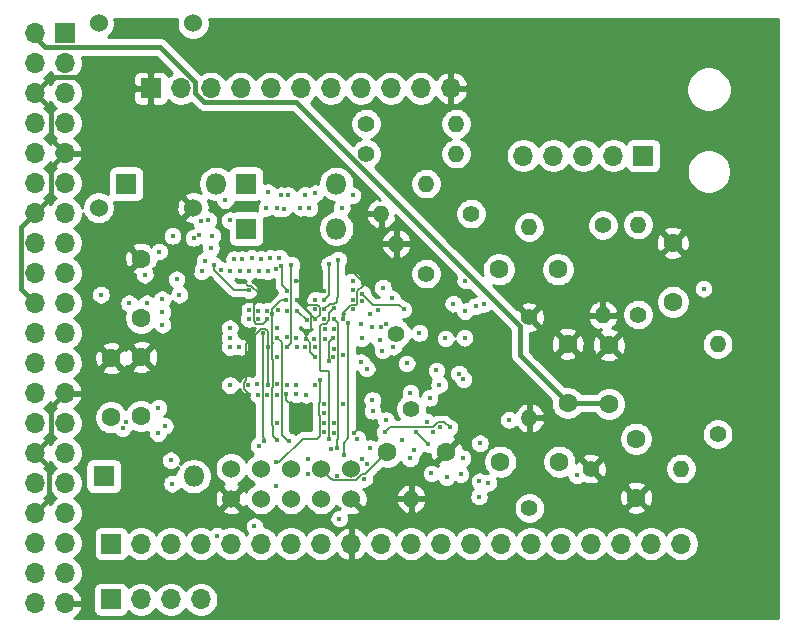
<source format=gbr>
%TF.GenerationSoftware,KiCad,Pcbnew,5.1.5+dfsg1-2build2*%
%TF.CreationDate,2021-11-19T00:53:45-06:00*%
%TF.ProjectId,Audio_Dac_I2S,41756469-6f5f-4446-9163-5f4932532e6b,rev?*%
%TF.SameCoordinates,Original*%
%TF.FileFunction,Copper,L3,Inr*%
%TF.FilePolarity,Positive*%
%FSLAX46Y46*%
G04 Gerber Fmt 4.6, Leading zero omitted, Abs format (unit mm)*
G04 Created by KiCad (PCBNEW 5.1.5+dfsg1-2build2) date 2021-11-19 00:53:45*
%MOMM*%
%LPD*%
G04 APERTURE LIST*
%TA.AperFunction,ViaPad*%
%ADD10O,1.700000X1.700000*%
%TD*%
%TA.AperFunction,ViaPad*%
%ADD11R,1.700000X1.700000*%
%TD*%
%TA.AperFunction,ViaPad*%
%ADD12O,1.400000X1.400000*%
%TD*%
%TA.AperFunction,ViaPad*%
%ADD13C,1.400000*%
%TD*%
%TA.AperFunction,ViaPad*%
%ADD14C,1.524000*%
%TD*%
%TA.AperFunction,ViaPad*%
%ADD15O,1.800000X1.800000*%
%TD*%
%TA.AperFunction,ViaPad*%
%ADD16R,1.800000X1.800000*%
%TD*%
%TA.AperFunction,ViaPad*%
%ADD17C,1.600000*%
%TD*%
%TA.AperFunction,ViaPad*%
%ADD18C,0.400000*%
%TD*%
%TA.AperFunction,Conductor*%
%ADD19C,0.127000*%
%TD*%
%TA.AperFunction,Conductor*%
%ADD20C,0.400000*%
%TD*%
%TA.AperFunction,Conductor*%
%ADD21C,0.254000*%
%TD*%
G04 APERTURE END LIST*
D10*
%TO.N,DATA*%
%TO.C,PI_OUT1*%
X195554600Y-92349320D03*
%TO.N,EN*%
X193014600Y-92349320D03*
%TO.N,INTERR*%
X190474600Y-92349320D03*
D11*
%TO.N,DCLK*%
X187934600Y-92349320D03*
%TD*%
D10*
%TO.N,GND*%
%TO.C,J2*%
X216715340Y-49072800D03*
%TO.N,h1*%
X214175340Y-49072800D03*
%TO.N,j1*%
X211635340Y-49072800D03*
%TO.N,k1*%
X209095340Y-49072800D03*
%TO.N,l1*%
X206555340Y-49072800D03*
%TO.N,m1*%
X204015340Y-49072800D03*
%TO.N,n1*%
X201475340Y-49072800D03*
%TO.N,r1*%
X198935340Y-49072800D03*
%TO.N,p1*%
X196395340Y-49072800D03*
%TO.N,u1*%
X193855340Y-49072800D03*
D11*
%TO.N,GND*%
X191315340Y-49072800D03*
%TD*%
D10*
%TO.N,SDATA*%
%TO.C,DBG1*%
X222862140Y-54772560D03*
%TO.N,LRCK*%
X225402140Y-54772560D03*
%TO.N,MCLK*%
X227942140Y-54772560D03*
%TO.N,Net-(C2-Pad2)*%
X230482140Y-54772560D03*
D11*
%TO.N,Net-(C4-Pad2)*%
X233022140Y-54772560D03*
%TD*%
D12*
%TO.N,Net-(C4-Pad1)*%
%TO.C,R13*%
X239306000Y-70739000D03*
D13*
%TO.N,Net-(C7-Pad2)*%
X239306000Y-78359000D03*
%TD*%
D12*
%TO.N,Net-(C2-Pad1)*%
%TO.C,10k*%
X232590000Y-60610000D03*
D13*
%TO.N,Net-(C6-Pad1)*%
X232590000Y-68230000D03*
%TD*%
D12*
%TO.N,Net-(C4-Pad1)*%
%TO.C,R11*%
X236220000Y-81280000D03*
D13*
%TO.N,GND*%
X228600000Y-81280000D03*
%TD*%
D12*
%TO.N,GND*%
%TO.C,10k*%
X229600000Y-68280000D03*
D13*
%TO.N,Net-(C2-Pad1)*%
X229600000Y-60660000D03*
%TD*%
D12*
%TO.N,GND*%
%TO.C,R9*%
X223370000Y-76990000D03*
D13*
%TO.N,Net-(C4-Pad2)*%
X223370000Y-84610000D03*
%TD*%
D12*
%TO.N,Net-(C2-Pad2)*%
%TO.C,267k*%
X223340000Y-60840000D03*
D13*
%TO.N,GND*%
X223340000Y-68460000D03*
%TD*%
D12*
%TO.N,V3.3*%
%TO.C,R7*%
X214630000Y-57150000D03*
D13*
%TO.N,Net-(IC1-PadH8)*%
X214630000Y-64770000D03*
%TD*%
D12*
%TO.N,V3.3*%
%TO.C,R6*%
X217170000Y-54610000D03*
D13*
%TO.N,Net-(IC1-PadG8)*%
X209550000Y-54610000D03*
%TD*%
D12*
%TO.N,GND*%
%TO.C,R4*%
X210820000Y-59690000D03*
D13*
%TO.N,tck*%
X218440000Y-59690000D03*
%TD*%
D12*
%TO.N,GND*%
%TO.C,R3*%
X212090000Y-62230000D03*
D13*
%TO.N,Net-(IC1-PadG9)*%
X212090000Y-69850000D03*
%TD*%
D12*
%TO.N,V3.3*%
%TO.C,R2*%
X217170000Y-52070000D03*
D13*
%TO.N,Net-(IC1-PadH9)*%
X209550000Y-52070000D03*
%TD*%
D12*
%TO.N,GND*%
%TO.C,R1*%
X213360000Y-83820000D03*
D13*
%TO.N,Net-(R1-Pad1)*%
X213360000Y-76200000D03*
%TD*%
D14*
%TO.N,GND*%
%TO.C,J14*%
X198120000Y-83820000D03*
%TO.N,tdi*%
X198120000Y-81280000D03*
%TO.N,Net-(J14-Pad8)*%
X200660000Y-83820000D03*
%TO.N,Net-(J14-Pad7)*%
X200660000Y-81280000D03*
%TO.N,Net-(J14-Pad6)*%
X203200000Y-83820000D03*
%TO.N,tms*%
X203200000Y-81280000D03*
%TO.N,V3.3*%
X205740000Y-83820000D03*
%TO.N,tdo*%
X205740000Y-81280000D03*
%TO.N,GND*%
X208280000Y-83820000D03*
%TO.N,tck*%
X208280000Y-81280000D03*
%TD*%
D10*
%TO.N,e5*%
%TO.C,J3*%
X236220000Y-87630000D03*
%TO.N,e4*%
X233680000Y-87630000D03*
%TO.N,d18*%
X231140000Y-87630000D03*
%TO.N,d17*%
X228600000Y-87630000D03*
%TO.N,d16*%
X226060000Y-87630000D03*
%TO.N,d15*%
X223520000Y-87630000D03*
%TO.N,d8*%
X220980000Y-87630000D03*
%TO.N,d7*%
X218440000Y-87630000D03*
%TO.N,d6*%
X215900000Y-87630000D03*
%TO.N,d5*%
X213360000Y-87630000D03*
%TO.N,d4*%
X210820000Y-87630000D03*
%TO.N,GND*%
X208280000Y-87630000D03*
%TO.N,c18*%
X205740000Y-87630000D03*
%TO.N,c17*%
X203200000Y-87630000D03*
%TO.N,c10*%
X200660000Y-87630000D03*
%TO.N,c9*%
X198120000Y-87630000D03*
%TO.N,c8*%
X195580000Y-87630000D03*
%TO.N,c7*%
X193040000Y-87630000D03*
%TO.N,c6*%
X190500000Y-87630000D03*
D11*
%TO.N,c5*%
X187960000Y-87630000D03*
%TD*%
D10*
%TO.N,DATA*%
%TO.C,J1*%
X181540000Y-92660000D03*
%TO.N,GND*%
X184080000Y-92660000D03*
%TO.N,Net-(J1-Pad26)*%
X181540000Y-74880000D03*
%TO.N,GND*%
X184080000Y-74880000D03*
%TO.N,DCLK*%
X181540000Y-69800000D03*
%TO.N,Net-(J1-Pad21)*%
X184080000Y-69800000D03*
%TO.N,GND*%
X181540000Y-79960000D03*
%TO.N,Net-(J1-Pad29)*%
X184080000Y-79960000D03*
%TO.N,Net-(J1-Pad8)*%
X181540000Y-52020000D03*
%TO.N,Net-(J1-Pad7)*%
X184080000Y-52020000D03*
%TO.N,Net-(J1-Pad32)*%
X181540000Y-82500000D03*
%TO.N,Net-(J1-Pad31)*%
X184080000Y-82500000D03*
%TO.N,INTERR*%
X181540000Y-64720000D03*
%TO.N,V3.3*%
X184080000Y-64720000D03*
%TO.N,Net-(J1-Pad36)*%
X181540000Y-87580000D03*
%TO.N,Net-(J1-Pad35)*%
X184080000Y-87580000D03*
%TO.N,GND*%
X181540000Y-85040000D03*
%TO.N,Net-(J1-Pad33)*%
X184080000Y-85040000D03*
%TO.N,Net-(J1-Pad38)*%
X181540000Y-90120000D03*
%TO.N,Net-(J1-Pad37)*%
X184080000Y-90120000D03*
%TO.N,GND*%
X181540000Y-67260000D03*
%TO.N,Net-(J1-Pad19)*%
X184080000Y-67260000D03*
%TO.N,Net-(J1-Pad10)*%
X181540000Y-54560000D03*
%TO.N,GND*%
X184080000Y-54560000D03*
X181540000Y-59640000D03*
%TO.N,Net-(J1-Pad13)*%
X184080000Y-59640000D03*
%TO.N,Net-(J1-Pad28)*%
X181540000Y-77420000D03*
%TO.N,Net-(J1-Pad27)*%
X184080000Y-77420000D03*
%TO.N,Net-(J1-Pad12)*%
X181540000Y-57100000D03*
%TO.N,Net-(J1-Pad11)*%
X184080000Y-57100000D03*
%TO.N,Net-(J1-Pad24)*%
X181540000Y-72340000D03*
%TO.N,Net-(J1-Pad23)*%
X184080000Y-72340000D03*
D11*
%TO.N,Net-(J1-Pad1)*%
X184080000Y-44400000D03*
D10*
%TO.N,5Vin*%
X181540000Y-44400000D03*
%TO.N,Net-(J1-Pad5)*%
X184080000Y-49480000D03*
%TO.N,Net-(J1-Pad4)*%
X181540000Y-46940000D03*
%TO.N,EN*%
X181540000Y-62180000D03*
%TO.N,Net-(J1-Pad15)*%
X184080000Y-62180000D03*
%TO.N,Net-(J1-Pad3)*%
X184080000Y-46940000D03*
%TO.N,GND*%
X181540000Y-49480000D03*
%TD*%
D15*
%TO.N,V3.3*%
%TO.C,D4*%
X194945000Y-81915000D03*
D16*
%TO.N,tms*%
X187325000Y-81915000D03*
%TD*%
%TO.N,tdi*%
%TO.C,D3*%
X189230000Y-57150000D03*
D15*
%TO.N,V3.3*%
X196850000Y-57150000D03*
%TD*%
%TO.N,V3.3*%
%TO.C,D2*%
X207010000Y-57150000D03*
D16*
%TO.N,tdo*%
X199390000Y-57150000D03*
%TD*%
D15*
%TO.N,V3.3*%
%TO.C,D1*%
X207010000Y-60960000D03*
D16*
%TO.N,tck*%
X199390000Y-60960000D03*
%TD*%
D14*
%TO.N,V3.3*%
%TO.C,clk1*%
X186894200Y-43587080D03*
%TO.N,CLK*%
X186894200Y-59187080D03*
%TO.N,GND*%
X194894200Y-59187080D03*
%TO.N,Net-(clk1-Pad1)*%
X194894200Y-43587080D03*
%TD*%
D17*
%TO.N,GND*%
%TO.C,C10*%
X190500000Y-71835000D03*
%TO.N,tms*%
X190500000Y-76835000D03*
%TD*%
%TO.N,GND*%
%TO.C,C9*%
X187960000Y-71940000D03*
%TO.N,tdi*%
X187960000Y-76940000D03*
%TD*%
%TO.N,GND*%
%TO.C,C8*%
X216353400Y-79832200D03*
%TO.N,tdo*%
X211353400Y-79832200D03*
%TD*%
%TO.N,Net-(C7-Pad2)*%
%TO.C,C7*%
X232410000Y-78740000D03*
%TO.N,GND*%
X232410000Y-83740000D03*
%TD*%
%TO.N,GND*%
%TO.C,C6*%
X235520000Y-62150000D03*
%TO.N,Net-(C6-Pad1)*%
X235520000Y-67150000D03*
%TD*%
%TO.N,5Vin*%
%TO.C,C5*%
X230110000Y-75810000D03*
%TO.N,GND*%
X230110000Y-70810000D03*
%TD*%
%TO.N,Net-(C4-Pad2)*%
%TO.C,C4*%
X220910000Y-80680000D03*
%TO.N,Net-(C4-Pad1)*%
X225910000Y-80680000D03*
%TD*%
%TO.N,5Vin*%
%TO.C,C3*%
X226610000Y-75710000D03*
%TO.N,GND*%
X226610000Y-70710000D03*
%TD*%
%TO.N,Net-(C2-Pad2)*%
%TO.C,C2*%
X220780000Y-64410000D03*
%TO.N,Net-(C2-Pad1)*%
X225780000Y-64410000D03*
%TD*%
%TO.N,GND*%
%TO.C,C1*%
X190500000Y-63500000D03*
%TO.N,tck*%
X190500000Y-68500000D03*
%TD*%
D18*
%TO.N,GND*%
X242252500Y-49974500D03*
X243967000Y-49847500D03*
X220789500Y-72898000D03*
X222186500Y-73025000D03*
%TO.N,Net-(IC1-PadG8)*%
X203644500Y-70231000D03*
%TO.N,DATA*%
X208419700Y-66154300D03*
%TO.N,c9*%
X206799180Y-71122540D03*
%TO.N,V3.3*%
X204528420Y-68724780D03*
X203702920Y-67906900D03*
X202824080Y-67970400D03*
X202097640Y-67886580D03*
X201198480Y-67899280D03*
X200418700Y-67891660D03*
X199636380Y-67881500D03*
%TO.N,GND*%
X195640960Y-67040760D03*
X203702920Y-66997580D03*
X205216760Y-71805800D03*
X204472540Y-70291960D03*
%TO.N,V3.3*%
X205160880Y-70271640D03*
X205211680Y-71005700D03*
X204406500Y-70998080D03*
%TO.N,GND*%
X202011280Y-77411580D03*
X207604360Y-71683880D03*
X201218800Y-71003160D03*
X202013820Y-71826120D03*
X198821040Y-77398880D03*
X208521300Y-78226920D03*
X207627220Y-75826620D03*
X204421740Y-77419200D03*
X194873880Y-64546480D03*
%TO.N,CLK*%
X199616060Y-66174620D03*
%TO.N,GND*%
X198833740Y-65463420D03*
X201155300Y-68625720D03*
%TO.N,V3.3*%
X200423780Y-68610480D03*
X199621140Y-68592700D03*
%TO.N,GND*%
X195628260Y-71777860D03*
X195600320Y-74970640D03*
X194851020Y-78183740D03*
%TO.N,V3.3*%
X199580500Y-74185780D03*
X200319640Y-74152760D03*
X200362820Y-75006200D03*
X201178160Y-75026520D03*
X202003660Y-75023980D03*
X202021440Y-74132440D03*
X202811380Y-74193400D03*
X203624180Y-74211180D03*
%TO.N,GND*%
X205229460Y-74203560D03*
%TO.N,V3.3*%
X204457300Y-75018900D03*
X203614020Y-74993500D03*
%TO.N,GND*%
X202806300Y-74996040D03*
X201236580Y-74211180D03*
X199626220Y-75006200D03*
%TO.N,V3.3*%
X198020940Y-74206100D03*
%TO.N,GND*%
X198815960Y-73398380D03*
X198826120Y-71803260D03*
%TO.N,V3.3*%
X198003160Y-69395340D03*
X198821040Y-70993000D03*
X198010780Y-70993000D03*
X198015860Y-70205600D03*
%TO.N,GND*%
X197220840Y-69400420D03*
X198861680Y-67932300D03*
X200393300Y-67073780D03*
X203621640Y-65417700D03*
X208429860Y-64617600D03*
X205960980Y-66200020D03*
X207556100Y-68592700D03*
X205232000Y-68630800D03*
X209889700Y-78359000D03*
%TO.N,d15*%
X206019400Y-75806300D03*
%TO.N,d17*%
X206019400Y-77419200D03*
%TO.N,d18*%
X206019400Y-78193900D03*
%TO.N,e5*%
X205232000Y-67792600D03*
%TO.N,e4*%
X205244700Y-66992500D03*
%TO.N,d16*%
X205968600Y-76581000D03*
%TO.N,d8*%
X206057500Y-70281800D03*
%TO.N,d7*%
X206082900Y-69430900D03*
%TO.N,d6*%
X205968600Y-68618100D03*
%TO.N,d4*%
X206019400Y-66992500D03*
%TO.N,d5*%
X206019400Y-67792600D03*
X206019400Y-67792600D03*
%TO.N,c18*%
X206806800Y-78219300D03*
%TO.N,c17*%
X206806800Y-77381100D03*
%TO.N,c10*%
X206781400Y-71793100D03*
%TO.N,c5*%
X206844900Y-67703700D03*
%TO.N,tck*%
X190805872Y-64862090D03*
X202031600Y-70205600D03*
X202984100Y-78943200D03*
%TO.N,5Vin*%
X222591500Y-71691500D03*
%TO.N,Net-(C6-Pad1)*%
X238125000Y-66040000D03*
%TO.N,tdo*%
X201623027Y-68216440D03*
X202808867Y-67021100D03*
X189230000Y-77368400D03*
X201980800Y-78867000D03*
X196187060Y-60247622D03*
X197612000Y-58541920D03*
%TO.N,tdi*%
X188928474Y-77854274D03*
X193167000Y-61569600D03*
X194945000Y-61747400D03*
X202336400Y-64084200D03*
X202819000Y-66201900D03*
%TO.N,tms*%
X200820001Y-69819599D03*
X202031600Y-69392800D03*
X200863199Y-78943199D03*
%TO.N,CLK*%
X192022672Y-62899999D03*
X195900040Y-63662560D03*
X196699687Y-64054339D03*
%TO.N,Net-(IC1-PadH9)*%
X203225400Y-64033400D03*
X202844400Y-70993000D03*
%TO.N,Net-(IC1-PadH8)*%
X202819000Y-70154800D03*
%TO.N,Net-(IC1-PadG9)*%
X203657200Y-70967600D03*
%TO.N,Net-(IC1-PadG8)*%
X209550000Y-54610000D03*
%TO.N,e5*%
X221645480Y-77144880D03*
X212722460Y-67797680D03*
%TO.N,e4*%
X227398580Y-81836260D03*
X211721700Y-66868040D03*
X210976944Y-65965804D03*
X209204560Y-67111880D03*
%TO.N,d18*%
X219184220Y-79133700D03*
X216618820Y-77782420D03*
X211123813Y-78184727D03*
%TO.N,d17*%
X219882720Y-82478880D03*
X217711020Y-80391000D03*
X214802720Y-79174340D03*
X213763860Y-78135480D03*
X211223324Y-77165736D03*
%TO.N,d16*%
X219146120Y-82349340D03*
X217545920Y-81765140D03*
X216362280Y-81998820D03*
X215079580Y-81683860D03*
X213273640Y-80416400D03*
X212623400Y-78849220D03*
X210093560Y-76387960D03*
%TO.N,d15*%
X219108020Y-83644740D03*
X215239600Y-78201520D03*
X214701120Y-77299820D03*
X210078320Y-75468480D03*
%TO.N,d8*%
X215818720Y-77718920D03*
X214045800Y-69781420D03*
X210931760Y-71285100D03*
%TO.N,d7*%
X214922100Y-75293220D03*
X213301580Y-74853800D03*
X212981540Y-72372220D03*
X209161380Y-70240500D03*
%TO.N,d6*%
X211259420Y-68990500D03*
X209080100Y-68990500D03*
%TO.N,d5*%
X213601300Y-79705200D03*
X211839076Y-70951824D03*
X210807300Y-69291200D03*
X210540600Y-67830700D03*
X207175100Y-63588900D03*
%TO.N,d4*%
X210718400Y-70383400D03*
X210083400Y-69253100D03*
X209883401Y-68209500D03*
X206413100Y-63982600D03*
%TO.N,c18*%
X207276700Y-85509100D03*
X209388100Y-82133853D03*
X209623001Y-80889500D03*
X209889700Y-79533800D03*
X208816600Y-78730499D03*
%TO.N,c10*%
X209232501Y-80441801D03*
X209597600Y-72809100D03*
%TO.N,c9*%
X200096120Y-86161880D03*
X201914760Y-82707480D03*
X201914760Y-80705960D03*
X205639598Y-73800000D03*
%TO.N,c8*%
X196938900Y-86979999D03*
X204609700Y-81749900D03*
X204609700Y-80454500D03*
X206603475Y-79591951D03*
X209118200Y-72275700D03*
X206439598Y-72200000D03*
X206768700Y-70240500D03*
%TO.N,c7*%
X207095627Y-81886327D03*
X207657700Y-80086200D03*
X206810000Y-69418200D03*
X208013763Y-68986855D03*
%TO.N,c6*%
X207124300Y-79511500D03*
X206819500Y-68592700D03*
%TO.N,c5*%
X193014600Y-80568800D03*
X200456800Y-79333700D03*
X206425800Y-78730500D03*
%TO.N,MCLK*%
X215739980Y-74173080D03*
X217789760Y-73708260D03*
X217883740Y-70197980D03*
X219499180Y-67332860D03*
%TO.N,LRCK*%
X215500000Y-72960000D03*
X217402000Y-73230740D03*
X217932000Y-67942460D03*
X218830500Y-67510660D03*
%TO.N,SDATA*%
X216270840Y-70258940D03*
X216923620Y-67310000D03*
X217937080Y-65359280D03*
%TO.N,DCLK*%
X208407000Y-65405000D03*
%TO.N,EN*%
X208432400Y-67792600D03*
X190982600Y-67284600D03*
X189484000Y-67284600D03*
X193126360Y-82550000D03*
X192501520Y-77663040D03*
X192307157Y-69096837D03*
%TO.N,INTERR*%
X208407000Y-66979800D03*
X193725800Y-66548000D03*
X187096400Y-66548000D03*
%TO.N,DATA*%
X191922400Y-78267560D03*
X192278000Y-66938500D03*
X192278000Y-68008500D03*
X191960500Y-76136500D03*
%TO.N,DCLK*%
X193497200Y-65252600D03*
%TO.N,u1*%
X195554600Y-60302140D03*
X195420383Y-61519932D03*
X196408040Y-62590680D03*
X195620000Y-64582700D03*
%TO.N,r1*%
X197238620Y-64444880D03*
X198003160Y-60251340D03*
%TO.N,p1*%
X196519800Y-61554360D03*
X198393660Y-63536355D03*
X198020000Y-64582700D03*
%TO.N,n1*%
X198866760Y-64503300D03*
X199059800Y-63541300D03*
X201114660Y-59207400D03*
X201236580Y-57878980D03*
%TO.N,m1*%
X202369420Y-58135999D03*
X202023980Y-59245500D03*
X199864980Y-63441580D03*
X199620000Y-64582700D03*
%TO.N,l1*%
X200464420Y-64508380D03*
X200616820Y-63510160D03*
X202582780Y-59260740D03*
X202928995Y-58128675D03*
%TO.N,k1*%
X204416660Y-58089800D03*
X203992480Y-59189999D03*
X201447400Y-63441580D03*
X201220000Y-64582700D03*
%TO.N,j1*%
X201896134Y-64373849D03*
X202194160Y-63413640D03*
X204744320Y-59222640D03*
X205237080Y-57965340D03*
%TO.N,h1*%
X208399380Y-58135999D03*
X207477360Y-59189999D03*
%TO.N,e5*%
X209232500Y-66484500D03*
%TD*%
D19*
%TO.N,GND*%
X204672539Y-70491959D02*
X204472540Y-70291960D01*
X204797001Y-70616421D02*
X204672539Y-70491959D01*
X204797001Y-71386041D02*
X204797001Y-70616421D01*
X205216760Y-71805800D02*
X204797001Y-71386041D01*
X204918921Y-68213581D02*
X203902919Y-67197579D01*
X204918921Y-69562737D02*
X204918921Y-68213581D01*
X204472540Y-70009118D02*
X204918921Y-69562737D01*
X204472540Y-70291960D02*
X204472540Y-70009118D01*
X203702920Y-67101720D02*
X203702920Y-66997580D01*
X205232000Y-68630800D02*
X203702920Y-67101720D01*
X205960980Y-66200020D02*
X205011020Y-66200020D01*
X204228700Y-65417700D02*
X203621640Y-65417700D01*
X205011020Y-66200020D02*
X204228700Y-65417700D01*
X200393300Y-66790938D02*
X200763238Y-66421000D01*
X200393300Y-67073780D02*
X200393300Y-66790938D01*
X198892160Y-65405000D02*
X198833740Y-65463420D01*
X199199500Y-65405000D02*
X198892160Y-65405000D01*
X199578619Y-65784119D02*
X199199500Y-65405000D01*
X199803501Y-65784119D02*
X199578619Y-65784119D01*
X200440382Y-66421000D02*
X199803501Y-65784119D01*
X200763238Y-66421000D02*
X200440382Y-66421000D01*
X200236339Y-69000981D02*
X200780039Y-69000981D01*
X200955301Y-68825719D02*
X201155300Y-68625720D01*
X200780039Y-69000981D02*
X200955301Y-68825719D01*
X200028199Y-68792841D02*
X200236339Y-69000981D01*
X200028199Y-67438881D02*
X200028199Y-68792841D01*
X200393300Y-67073780D02*
X200028199Y-67438881D01*
X199189999Y-73998339D02*
X199189999Y-74569979D01*
X199393059Y-73795279D02*
X199189999Y-73998339D01*
X199393059Y-70668599D02*
X199393059Y-73795279D01*
X200632560Y-69429098D02*
X199393059Y-70668599D01*
X201007442Y-69429098D02*
X200632560Y-69429098D01*
X199189999Y-74569979D02*
X199426221Y-74806201D01*
X201236580Y-69658236D02*
X201007442Y-69429098D01*
X199426221Y-74806201D02*
X199626220Y-75006200D01*
X201236580Y-74211180D02*
X201236580Y-69658236D01*
X202806300Y-74996040D02*
X202806300Y-75488800D01*
X202806300Y-75488800D02*
X203327000Y-76009500D01*
X203327000Y-76324460D02*
X204421740Y-77419200D01*
X203327000Y-76009500D02*
X203327000Y-76324460D01*
X208521300Y-78226920D02*
X209151220Y-77597000D01*
X209151220Y-77620520D02*
X209889700Y-78359000D01*
X209151220Y-77597000D02*
X209151220Y-77620520D01*
X203902919Y-67197579D02*
X203702920Y-66997580D01*
X204088341Y-67383001D02*
X203902919Y-67197579D01*
X205432141Y-67383001D02*
X204088341Y-67383001D01*
X205628899Y-67579759D02*
X205432141Y-67383001D01*
X205628899Y-68233901D02*
X205628899Y-67579759D01*
X205232000Y-68630800D02*
X205628899Y-68233901D01*
X208814059Y-67299321D02*
X208814059Y-66267941D01*
X208711281Y-67402099D02*
X208814059Y-67299321D01*
X208244959Y-67402099D02*
X208711281Y-67402099D01*
X207556100Y-68090958D02*
X208244959Y-67402099D01*
X207556100Y-68592700D02*
X207556100Y-68090958D01*
X208814059Y-66267941D02*
X209296000Y-65786000D01*
X209296000Y-65483740D02*
X208429860Y-64617600D01*
X209296000Y-65786000D02*
X209296000Y-65483740D01*
D20*
X182389999Y-80809999D02*
X181540000Y-79960000D01*
X182717001Y-81137001D02*
X182389999Y-80809999D01*
X182717001Y-83862999D02*
X182717001Y-81137001D01*
X181540000Y-85040000D02*
X182717001Y-83862999D01*
X183230001Y-75729999D02*
X184080000Y-74880000D01*
X182902999Y-76057001D02*
X183230001Y-75729999D01*
X182902999Y-78597001D02*
X182902999Y-76057001D01*
X181540000Y-79960000D02*
X182902999Y-78597001D01*
X180362999Y-60817001D02*
X180690001Y-60489999D01*
X180362999Y-66082999D02*
X180362999Y-60817001D01*
X180690001Y-60489999D02*
X181540000Y-59640000D01*
X181540000Y-67260000D02*
X180362999Y-66082999D01*
X182902999Y-53382999D02*
X183230001Y-53710001D01*
X183230001Y-53710001D02*
X184080000Y-54560000D01*
X182902999Y-50842999D02*
X182902999Y-53382999D01*
X181540000Y-49480000D02*
X182902999Y-50842999D01*
X182389999Y-58790001D02*
X181540000Y-59640000D01*
X182902999Y-58277001D02*
X182389999Y-58790001D01*
X182902999Y-55737001D02*
X182902999Y-58277001D01*
X184080000Y-54560000D02*
X182902999Y-55737001D01*
X190065340Y-49072800D02*
X191315340Y-49072800D01*
X189109541Y-48117001D02*
X190065340Y-49072800D01*
X182902999Y-48117001D02*
X189109541Y-48117001D01*
X181540000Y-49480000D02*
X182902999Y-48117001D01*
D19*
%TO.N,tck*%
X202031600Y-70205600D02*
X202412600Y-70586600D01*
X202412600Y-70586600D02*
X202412600Y-78447900D01*
X202412600Y-78447900D02*
X202984100Y-79019400D01*
X202984100Y-79019400D02*
X202984100Y-78943200D01*
D20*
%TO.N,5Vin*%
X230010000Y-75710000D02*
X230110000Y-75810000D01*
X226610000Y-75710000D02*
X230010000Y-75710000D01*
X226610000Y-75710000D02*
X222591500Y-71691500D01*
X181540000Y-44761000D02*
X181540000Y-44400000D01*
X182356001Y-45577001D02*
X181540000Y-44761000D01*
X192101503Y-45577001D02*
X182356001Y-45577001D01*
X195032341Y-48507839D02*
X192101503Y-45577001D01*
X195032341Y-49451763D02*
X195032341Y-48507839D01*
X195830379Y-50249801D02*
X195032341Y-49451763D01*
X203609839Y-50249801D02*
X195830379Y-50249801D01*
X222591500Y-69231462D02*
X203609839Y-50249801D01*
X222591500Y-71691500D02*
X222591500Y-69231462D01*
D19*
%TO.N,tdo*%
X202808867Y-67030600D02*
X202808867Y-67021100D01*
X201980800Y-78867000D02*
X201637900Y-78524100D01*
X201623027Y-70584427D02*
X201623027Y-68216440D01*
X201637900Y-70599300D02*
X201623027Y-70584427D01*
X202385178Y-67021100D02*
X202526025Y-67021100D01*
X201623027Y-67783251D02*
X202385178Y-67021100D01*
X202526025Y-67021100D02*
X202808867Y-67021100D01*
X201623027Y-68216440D02*
X201623027Y-67783251D01*
X201609301Y-71999543D02*
X201609301Y-70627899D01*
X201609301Y-70627899D02*
X201637900Y-70599300D01*
X201630939Y-72021181D02*
X201609301Y-71999543D01*
X201630939Y-74394763D02*
X201630939Y-72021181D01*
X201568661Y-74457041D02*
X201630939Y-74394763D01*
X201637900Y-77616142D02*
X201568661Y-77546903D01*
X201568661Y-77546903D02*
X201568661Y-74457041D01*
X201637900Y-78524100D02*
X201637900Y-77616142D01*
X206501999Y-82041999D02*
X205740000Y-81280000D01*
X206736828Y-82276828D02*
X206501999Y-82041999D01*
X208692874Y-82276828D02*
X206736828Y-82276828D01*
X209232501Y-81737201D02*
X208692874Y-82276828D01*
X209448399Y-81737201D02*
X209232501Y-81737201D01*
X211353400Y-79832200D02*
X209448399Y-81737201D01*
%TO.N,tdi*%
X202336400Y-64084200D02*
X202336400Y-64185800D01*
X202336400Y-64185800D02*
X202412600Y-64262000D01*
X202412600Y-64262000D02*
X202412600Y-65735200D01*
X202412600Y-65735200D02*
X202819000Y-66141600D01*
X202819000Y-66141600D02*
X202819000Y-66201900D01*
%TO.N,tms*%
X200863199Y-69862797D02*
X200820001Y-69819599D01*
X200863199Y-78660357D02*
X200863199Y-78943199D01*
X200787659Y-78584817D02*
X200863199Y-78660357D01*
X200787659Y-70134783D02*
X200787659Y-78584817D01*
X200820001Y-70102441D02*
X200787659Y-70134783D01*
X200820001Y-69819599D02*
X200820001Y-70102441D01*
%TO.N,V3.3*%
X203710540Y-67906900D02*
X204528420Y-68724780D01*
X203702920Y-67906900D02*
X203710540Y-67906900D01*
%TO.N,CLK*%
X199333218Y-66174620D02*
X199616060Y-66174620D01*
X196699687Y-64483889D02*
X198390418Y-66174620D01*
X198390418Y-66174620D02*
X199333218Y-66174620D01*
X196699687Y-64054339D02*
X196699687Y-64483889D01*
%TO.N,Net-(IC1-PadH9)*%
X203225400Y-64033400D02*
X203225400Y-70612000D01*
X203225400Y-70612000D02*
X202844400Y-70993000D01*
%TO.N,e5*%
X212364979Y-67440199D02*
X210110821Y-67440199D01*
X212722460Y-67797680D02*
X212364979Y-67440199D01*
%TO.N,d18*%
X216164819Y-77328419D02*
X215773659Y-77328419D01*
X216618820Y-77782420D02*
X216164819Y-77328419D01*
X211563561Y-77744979D02*
X211123813Y-78184727D01*
X215214719Y-77744979D02*
X211563561Y-77744979D01*
X215631279Y-77328419D02*
X215214719Y-77744979D01*
X215773659Y-77328419D02*
X215631279Y-77328419D01*
%TO.N,d17*%
X214802720Y-79174340D02*
X213763860Y-78135480D01*
X213763860Y-78135480D02*
X213763860Y-78135480D01*
%TO.N,d5*%
X207175100Y-63871742D02*
X207175100Y-63588900D01*
X207175100Y-66713100D02*
X207175100Y-63588900D01*
X207048100Y-66840100D02*
X207175100Y-66713100D01*
X207048100Y-67132200D02*
X207048100Y-66840100D01*
X206867101Y-67313199D02*
X207048100Y-67132200D01*
X206498801Y-67313199D02*
X206867101Y-67313199D01*
X206019400Y-67792600D02*
X206498801Y-67313199D01*
%TO.N,d4*%
X206413100Y-66598800D02*
X206019400Y-66992500D01*
X206413100Y-63982600D02*
X206413100Y-66598800D01*
%TO.N,c9*%
X202197602Y-80705960D02*
X204168642Y-78734920D01*
X201914760Y-80705960D02*
X202197602Y-80705960D01*
X204168642Y-78734920D02*
X205414880Y-78734920D01*
X205414880Y-78734920D02*
X205623160Y-78526640D01*
X205578099Y-76768441D02*
X205578099Y-76393559D01*
X205623160Y-76813502D02*
X205578099Y-76768441D01*
X205623160Y-78526640D02*
X205623160Y-76813502D01*
X205578099Y-75669659D02*
X205640940Y-75606818D01*
X205578099Y-76393559D02*
X205578099Y-75669659D01*
X205640940Y-73801342D02*
X205639598Y-73800000D01*
X205640940Y-75606818D02*
X205640940Y-73801342D01*
%TO.N,c8*%
X206768700Y-70192900D02*
X206768700Y-70240500D01*
X206390899Y-70570701D02*
X206768700Y-70192900D01*
X206390899Y-72151301D02*
X206390899Y-70570701D01*
X206439598Y-72200000D02*
X206390899Y-72151301D01*
%TO.N,c7*%
X207657700Y-80086200D02*
X207657700Y-79095600D01*
X207657700Y-79095600D02*
X208038700Y-78714600D01*
X208038700Y-78714600D02*
X208038700Y-70688200D01*
X208038700Y-70688200D02*
X208020000Y-70669500D01*
X206832200Y-69418200D02*
X206810000Y-69418200D01*
X208038700Y-70688200D02*
X208038700Y-69062600D01*
X208013763Y-69037663D02*
X208013763Y-68986855D01*
X208038700Y-69062600D02*
X208013763Y-69037663D01*
%TO.N,c6*%
X207124300Y-79511500D02*
X207124300Y-78828900D01*
X207124300Y-78828900D02*
X207200500Y-78752700D01*
X207200500Y-78752700D02*
X207200500Y-68973700D01*
X207200500Y-68973700D02*
X206819500Y-68592700D01*
%TO.N,c5*%
X206375000Y-73012300D02*
X206425800Y-73063100D01*
X205740000Y-73012300D02*
X206375000Y-73012300D01*
X205638400Y-72910700D02*
X205740000Y-73012300D01*
X206416299Y-73072601D02*
X206425800Y-73063100D01*
X206416299Y-77676399D02*
X206416299Y-73072601D01*
X206425800Y-77685900D02*
X206416299Y-77676399D01*
X206425800Y-78022358D02*
X206416299Y-78031859D01*
X206425800Y-77685900D02*
X206425800Y-78022358D01*
X206416299Y-78031859D02*
X206416299Y-78362199D01*
X206425800Y-78371700D02*
X206425800Y-78730500D01*
X206416299Y-78362199D02*
X206425800Y-78371700D01*
X205638400Y-69227700D02*
X205638400Y-72910700D01*
X206428999Y-68119601D02*
X206844900Y-67703700D01*
X206428999Y-68735643D02*
X206428999Y-68119601D01*
X206156041Y-69008601D02*
X206428999Y-68735643D01*
X205844799Y-69008601D02*
X206156041Y-69008601D01*
X205638400Y-69215000D02*
X205844799Y-69008601D01*
X205638400Y-69227700D02*
X205638400Y-69215000D01*
%TO.N,e5*%
X210110821Y-67440199D02*
X209423000Y-66738500D01*
X209423000Y-66738500D02*
X209359500Y-66675000D01*
X209359500Y-66611500D02*
X209232500Y-66484500D01*
X209359500Y-66675000D02*
X209359500Y-66611500D01*
%TD*%
D21*
%TO.N,GND*%
G36*
X193497200Y-43449488D02*
G01*
X193497200Y-43724672D01*
X193550886Y-43994570D01*
X193656195Y-44248807D01*
X193809080Y-44477615D01*
X194003665Y-44672200D01*
X194232473Y-44825085D01*
X194486710Y-44930394D01*
X194756608Y-44984080D01*
X195031792Y-44984080D01*
X195301690Y-44930394D01*
X195555927Y-44825085D01*
X195784735Y-44672200D01*
X195979320Y-44477615D01*
X196132205Y-44248807D01*
X196237514Y-43994570D01*
X196291200Y-43724672D01*
X196291200Y-43449488D01*
X196242568Y-43205000D01*
X244450001Y-43205000D01*
X244450000Y-93955000D01*
X184793776Y-93955000D01*
X184961355Y-93855178D01*
X185177588Y-93660269D01*
X185351641Y-93426920D01*
X185476825Y-93164099D01*
X185521476Y-93016890D01*
X185400155Y-92787000D01*
X184207000Y-92787000D01*
X184207000Y-92807000D01*
X183953000Y-92807000D01*
X183953000Y-92787000D01*
X183933000Y-92787000D01*
X183933000Y-92533000D01*
X183953000Y-92533000D01*
X183953000Y-92513000D01*
X184207000Y-92513000D01*
X184207000Y-92533000D01*
X185400155Y-92533000D01*
X185521476Y-92303110D01*
X185476825Y-92155901D01*
X185351641Y-91893080D01*
X185177588Y-91659731D01*
X184999628Y-91499320D01*
X186446528Y-91499320D01*
X186446528Y-93199320D01*
X186458788Y-93323802D01*
X186495098Y-93443500D01*
X186554063Y-93553814D01*
X186633415Y-93650505D01*
X186730106Y-93729857D01*
X186840420Y-93788822D01*
X186960118Y-93825132D01*
X187084600Y-93837392D01*
X188784600Y-93837392D01*
X188909082Y-93825132D01*
X189028780Y-93788822D01*
X189139094Y-93729857D01*
X189235785Y-93650505D01*
X189315137Y-93553814D01*
X189374102Y-93443500D01*
X189396113Y-93370940D01*
X189527968Y-93502795D01*
X189771189Y-93665310D01*
X190041442Y-93777252D01*
X190328340Y-93834320D01*
X190620860Y-93834320D01*
X190907758Y-93777252D01*
X191178011Y-93665310D01*
X191421232Y-93502795D01*
X191628075Y-93295952D01*
X191744600Y-93121560D01*
X191861125Y-93295952D01*
X192067968Y-93502795D01*
X192311189Y-93665310D01*
X192581442Y-93777252D01*
X192868340Y-93834320D01*
X193160860Y-93834320D01*
X193447758Y-93777252D01*
X193718011Y-93665310D01*
X193961232Y-93502795D01*
X194168075Y-93295952D01*
X194284600Y-93121560D01*
X194401125Y-93295952D01*
X194607968Y-93502795D01*
X194851189Y-93665310D01*
X195121442Y-93777252D01*
X195408340Y-93834320D01*
X195700860Y-93834320D01*
X195987758Y-93777252D01*
X196258011Y-93665310D01*
X196501232Y-93502795D01*
X196708075Y-93295952D01*
X196870590Y-93052731D01*
X196982532Y-92782478D01*
X197039600Y-92495580D01*
X197039600Y-92203060D01*
X196982532Y-91916162D01*
X196870590Y-91645909D01*
X196708075Y-91402688D01*
X196501232Y-91195845D01*
X196258011Y-91033330D01*
X195987758Y-90921388D01*
X195700860Y-90864320D01*
X195408340Y-90864320D01*
X195121442Y-90921388D01*
X194851189Y-91033330D01*
X194607968Y-91195845D01*
X194401125Y-91402688D01*
X194284600Y-91577080D01*
X194168075Y-91402688D01*
X193961232Y-91195845D01*
X193718011Y-91033330D01*
X193447758Y-90921388D01*
X193160860Y-90864320D01*
X192868340Y-90864320D01*
X192581442Y-90921388D01*
X192311189Y-91033330D01*
X192067968Y-91195845D01*
X191861125Y-91402688D01*
X191744600Y-91577080D01*
X191628075Y-91402688D01*
X191421232Y-91195845D01*
X191178011Y-91033330D01*
X190907758Y-90921388D01*
X190620860Y-90864320D01*
X190328340Y-90864320D01*
X190041442Y-90921388D01*
X189771189Y-91033330D01*
X189527968Y-91195845D01*
X189396113Y-91327700D01*
X189374102Y-91255140D01*
X189315137Y-91144826D01*
X189235785Y-91048135D01*
X189139094Y-90968783D01*
X189028780Y-90909818D01*
X188909082Y-90873508D01*
X188784600Y-90861248D01*
X187084600Y-90861248D01*
X186960118Y-90873508D01*
X186840420Y-90909818D01*
X186730106Y-90968783D01*
X186633415Y-91048135D01*
X186554063Y-91144826D01*
X186495098Y-91255140D01*
X186458788Y-91374838D01*
X186446528Y-91499320D01*
X184999628Y-91499320D01*
X184961355Y-91464822D01*
X184844466Y-91395195D01*
X185026632Y-91273475D01*
X185233475Y-91066632D01*
X185395990Y-90823411D01*
X185507932Y-90553158D01*
X185565000Y-90266260D01*
X185565000Y-89973740D01*
X185507932Y-89686842D01*
X185395990Y-89416589D01*
X185233475Y-89173368D01*
X185026632Y-88966525D01*
X184852240Y-88850000D01*
X185026632Y-88733475D01*
X185233475Y-88526632D01*
X185395990Y-88283411D01*
X185507932Y-88013158D01*
X185565000Y-87726260D01*
X185565000Y-87433740D01*
X185507932Y-87146842D01*
X185395990Y-86876589D01*
X185331452Y-86780000D01*
X186471928Y-86780000D01*
X186471928Y-88480000D01*
X186484188Y-88604482D01*
X186520498Y-88724180D01*
X186579463Y-88834494D01*
X186658815Y-88931185D01*
X186755506Y-89010537D01*
X186865820Y-89069502D01*
X186985518Y-89105812D01*
X187110000Y-89118072D01*
X188810000Y-89118072D01*
X188934482Y-89105812D01*
X189054180Y-89069502D01*
X189164494Y-89010537D01*
X189261185Y-88931185D01*
X189340537Y-88834494D01*
X189399502Y-88724180D01*
X189421513Y-88651620D01*
X189553368Y-88783475D01*
X189796589Y-88945990D01*
X190066842Y-89057932D01*
X190353740Y-89115000D01*
X190646260Y-89115000D01*
X190933158Y-89057932D01*
X191203411Y-88945990D01*
X191446632Y-88783475D01*
X191653475Y-88576632D01*
X191770000Y-88402240D01*
X191886525Y-88576632D01*
X192093368Y-88783475D01*
X192336589Y-88945990D01*
X192606842Y-89057932D01*
X192893740Y-89115000D01*
X193186260Y-89115000D01*
X193473158Y-89057932D01*
X193743411Y-88945990D01*
X193986632Y-88783475D01*
X194193475Y-88576632D01*
X194310000Y-88402240D01*
X194426525Y-88576632D01*
X194633368Y-88783475D01*
X194876589Y-88945990D01*
X195146842Y-89057932D01*
X195433740Y-89115000D01*
X195726260Y-89115000D01*
X196013158Y-89057932D01*
X196283411Y-88945990D01*
X196526632Y-88783475D01*
X196733475Y-88576632D01*
X196850000Y-88402240D01*
X196966525Y-88576632D01*
X197173368Y-88783475D01*
X197416589Y-88945990D01*
X197686842Y-89057932D01*
X197973740Y-89115000D01*
X198266260Y-89115000D01*
X198553158Y-89057932D01*
X198823411Y-88945990D01*
X199066632Y-88783475D01*
X199273475Y-88576632D01*
X199390000Y-88402240D01*
X199506525Y-88576632D01*
X199713368Y-88783475D01*
X199956589Y-88945990D01*
X200226842Y-89057932D01*
X200513740Y-89115000D01*
X200806260Y-89115000D01*
X201093158Y-89057932D01*
X201363411Y-88945990D01*
X201606632Y-88783475D01*
X201813475Y-88576632D01*
X201930000Y-88402240D01*
X202046525Y-88576632D01*
X202253368Y-88783475D01*
X202496589Y-88945990D01*
X202766842Y-89057932D01*
X203053740Y-89115000D01*
X203346260Y-89115000D01*
X203633158Y-89057932D01*
X203903411Y-88945990D01*
X204146632Y-88783475D01*
X204353475Y-88576632D01*
X204470000Y-88402240D01*
X204586525Y-88576632D01*
X204793368Y-88783475D01*
X205036589Y-88945990D01*
X205306842Y-89057932D01*
X205593740Y-89115000D01*
X205886260Y-89115000D01*
X206173158Y-89057932D01*
X206443411Y-88945990D01*
X206686632Y-88783475D01*
X206893475Y-88576632D01*
X207015195Y-88394466D01*
X207084822Y-88511355D01*
X207279731Y-88727588D01*
X207513080Y-88901641D01*
X207775901Y-89026825D01*
X207923110Y-89071476D01*
X208153000Y-88950155D01*
X208153000Y-87757000D01*
X208133000Y-87757000D01*
X208133000Y-87503000D01*
X208153000Y-87503000D01*
X208153000Y-86309845D01*
X208407000Y-86309845D01*
X208407000Y-87503000D01*
X208427000Y-87503000D01*
X208427000Y-87757000D01*
X208407000Y-87757000D01*
X208407000Y-88950155D01*
X208636890Y-89071476D01*
X208784099Y-89026825D01*
X209046920Y-88901641D01*
X209280269Y-88727588D01*
X209475178Y-88511355D01*
X209544805Y-88394466D01*
X209666525Y-88576632D01*
X209873368Y-88783475D01*
X210116589Y-88945990D01*
X210386842Y-89057932D01*
X210673740Y-89115000D01*
X210966260Y-89115000D01*
X211253158Y-89057932D01*
X211523411Y-88945990D01*
X211766632Y-88783475D01*
X211973475Y-88576632D01*
X212090000Y-88402240D01*
X212206525Y-88576632D01*
X212413368Y-88783475D01*
X212656589Y-88945990D01*
X212926842Y-89057932D01*
X213213740Y-89115000D01*
X213506260Y-89115000D01*
X213793158Y-89057932D01*
X214063411Y-88945990D01*
X214306632Y-88783475D01*
X214513475Y-88576632D01*
X214630000Y-88402240D01*
X214746525Y-88576632D01*
X214953368Y-88783475D01*
X215196589Y-88945990D01*
X215466842Y-89057932D01*
X215753740Y-89115000D01*
X216046260Y-89115000D01*
X216333158Y-89057932D01*
X216603411Y-88945990D01*
X216846632Y-88783475D01*
X217053475Y-88576632D01*
X217170000Y-88402240D01*
X217286525Y-88576632D01*
X217493368Y-88783475D01*
X217736589Y-88945990D01*
X218006842Y-89057932D01*
X218293740Y-89115000D01*
X218586260Y-89115000D01*
X218873158Y-89057932D01*
X219143411Y-88945990D01*
X219386632Y-88783475D01*
X219593475Y-88576632D01*
X219710000Y-88402240D01*
X219826525Y-88576632D01*
X220033368Y-88783475D01*
X220276589Y-88945990D01*
X220546842Y-89057932D01*
X220833740Y-89115000D01*
X221126260Y-89115000D01*
X221413158Y-89057932D01*
X221683411Y-88945990D01*
X221926632Y-88783475D01*
X222133475Y-88576632D01*
X222250000Y-88402240D01*
X222366525Y-88576632D01*
X222573368Y-88783475D01*
X222816589Y-88945990D01*
X223086842Y-89057932D01*
X223373740Y-89115000D01*
X223666260Y-89115000D01*
X223953158Y-89057932D01*
X224223411Y-88945990D01*
X224466632Y-88783475D01*
X224673475Y-88576632D01*
X224790000Y-88402240D01*
X224906525Y-88576632D01*
X225113368Y-88783475D01*
X225356589Y-88945990D01*
X225626842Y-89057932D01*
X225913740Y-89115000D01*
X226206260Y-89115000D01*
X226493158Y-89057932D01*
X226763411Y-88945990D01*
X227006632Y-88783475D01*
X227213475Y-88576632D01*
X227330000Y-88402240D01*
X227446525Y-88576632D01*
X227653368Y-88783475D01*
X227896589Y-88945990D01*
X228166842Y-89057932D01*
X228453740Y-89115000D01*
X228746260Y-89115000D01*
X229033158Y-89057932D01*
X229303411Y-88945990D01*
X229546632Y-88783475D01*
X229753475Y-88576632D01*
X229870000Y-88402240D01*
X229986525Y-88576632D01*
X230193368Y-88783475D01*
X230436589Y-88945990D01*
X230706842Y-89057932D01*
X230993740Y-89115000D01*
X231286260Y-89115000D01*
X231573158Y-89057932D01*
X231843411Y-88945990D01*
X232086632Y-88783475D01*
X232293475Y-88576632D01*
X232410000Y-88402240D01*
X232526525Y-88576632D01*
X232733368Y-88783475D01*
X232976589Y-88945990D01*
X233246842Y-89057932D01*
X233533740Y-89115000D01*
X233826260Y-89115000D01*
X234113158Y-89057932D01*
X234383411Y-88945990D01*
X234626632Y-88783475D01*
X234833475Y-88576632D01*
X234950000Y-88402240D01*
X235066525Y-88576632D01*
X235273368Y-88783475D01*
X235516589Y-88945990D01*
X235786842Y-89057932D01*
X236073740Y-89115000D01*
X236366260Y-89115000D01*
X236653158Y-89057932D01*
X236923411Y-88945990D01*
X237166632Y-88783475D01*
X237373475Y-88576632D01*
X237535990Y-88333411D01*
X237647932Y-88063158D01*
X237705000Y-87776260D01*
X237705000Y-87483740D01*
X237647932Y-87196842D01*
X237535990Y-86926589D01*
X237373475Y-86683368D01*
X237166632Y-86476525D01*
X236923411Y-86314010D01*
X236653158Y-86202068D01*
X236366260Y-86145000D01*
X236073740Y-86145000D01*
X235786842Y-86202068D01*
X235516589Y-86314010D01*
X235273368Y-86476525D01*
X235066525Y-86683368D01*
X234950000Y-86857760D01*
X234833475Y-86683368D01*
X234626632Y-86476525D01*
X234383411Y-86314010D01*
X234113158Y-86202068D01*
X233826260Y-86145000D01*
X233533740Y-86145000D01*
X233246842Y-86202068D01*
X232976589Y-86314010D01*
X232733368Y-86476525D01*
X232526525Y-86683368D01*
X232410000Y-86857760D01*
X232293475Y-86683368D01*
X232086632Y-86476525D01*
X231843411Y-86314010D01*
X231573158Y-86202068D01*
X231286260Y-86145000D01*
X230993740Y-86145000D01*
X230706842Y-86202068D01*
X230436589Y-86314010D01*
X230193368Y-86476525D01*
X229986525Y-86683368D01*
X229870000Y-86857760D01*
X229753475Y-86683368D01*
X229546632Y-86476525D01*
X229303411Y-86314010D01*
X229033158Y-86202068D01*
X228746260Y-86145000D01*
X228453740Y-86145000D01*
X228166842Y-86202068D01*
X227896589Y-86314010D01*
X227653368Y-86476525D01*
X227446525Y-86683368D01*
X227330000Y-86857760D01*
X227213475Y-86683368D01*
X227006632Y-86476525D01*
X226763411Y-86314010D01*
X226493158Y-86202068D01*
X226206260Y-86145000D01*
X225913740Y-86145000D01*
X225626842Y-86202068D01*
X225356589Y-86314010D01*
X225113368Y-86476525D01*
X224906525Y-86683368D01*
X224790000Y-86857760D01*
X224673475Y-86683368D01*
X224466632Y-86476525D01*
X224223411Y-86314010D01*
X223953158Y-86202068D01*
X223666260Y-86145000D01*
X223373740Y-86145000D01*
X223086842Y-86202068D01*
X222816589Y-86314010D01*
X222573368Y-86476525D01*
X222366525Y-86683368D01*
X222250000Y-86857760D01*
X222133475Y-86683368D01*
X221926632Y-86476525D01*
X221683411Y-86314010D01*
X221413158Y-86202068D01*
X221126260Y-86145000D01*
X220833740Y-86145000D01*
X220546842Y-86202068D01*
X220276589Y-86314010D01*
X220033368Y-86476525D01*
X219826525Y-86683368D01*
X219710000Y-86857760D01*
X219593475Y-86683368D01*
X219386632Y-86476525D01*
X219143411Y-86314010D01*
X218873158Y-86202068D01*
X218586260Y-86145000D01*
X218293740Y-86145000D01*
X218006842Y-86202068D01*
X217736589Y-86314010D01*
X217493368Y-86476525D01*
X217286525Y-86683368D01*
X217170000Y-86857760D01*
X217053475Y-86683368D01*
X216846632Y-86476525D01*
X216603411Y-86314010D01*
X216333158Y-86202068D01*
X216046260Y-86145000D01*
X215753740Y-86145000D01*
X215466842Y-86202068D01*
X215196589Y-86314010D01*
X214953368Y-86476525D01*
X214746525Y-86683368D01*
X214630000Y-86857760D01*
X214513475Y-86683368D01*
X214306632Y-86476525D01*
X214063411Y-86314010D01*
X213793158Y-86202068D01*
X213506260Y-86145000D01*
X213213740Y-86145000D01*
X212926842Y-86202068D01*
X212656589Y-86314010D01*
X212413368Y-86476525D01*
X212206525Y-86683368D01*
X212090000Y-86857760D01*
X211973475Y-86683368D01*
X211766632Y-86476525D01*
X211523411Y-86314010D01*
X211253158Y-86202068D01*
X210966260Y-86145000D01*
X210673740Y-86145000D01*
X210386842Y-86202068D01*
X210116589Y-86314010D01*
X209873368Y-86476525D01*
X209666525Y-86683368D01*
X209544805Y-86865534D01*
X209475178Y-86748645D01*
X209280269Y-86532412D01*
X209046920Y-86358359D01*
X208784099Y-86233175D01*
X208636890Y-86188524D01*
X208407000Y-86309845D01*
X208153000Y-86309845D01*
X207923110Y-86188524D01*
X207775901Y-86233175D01*
X207513080Y-86358359D01*
X207279731Y-86532412D01*
X207084822Y-86748645D01*
X207015195Y-86865534D01*
X206893475Y-86683368D01*
X206686632Y-86476525D01*
X206443411Y-86314010D01*
X206173158Y-86202068D01*
X205886260Y-86145000D01*
X205593740Y-86145000D01*
X205306842Y-86202068D01*
X205036589Y-86314010D01*
X204793368Y-86476525D01*
X204586525Y-86683368D01*
X204470000Y-86857760D01*
X204353475Y-86683368D01*
X204146632Y-86476525D01*
X203903411Y-86314010D01*
X203633158Y-86202068D01*
X203346260Y-86145000D01*
X203053740Y-86145000D01*
X202766842Y-86202068D01*
X202496589Y-86314010D01*
X202253368Y-86476525D01*
X202046525Y-86683368D01*
X201930000Y-86857760D01*
X201813475Y-86683368D01*
X201606632Y-86476525D01*
X201363411Y-86314010D01*
X201093158Y-86202068D01*
X200931120Y-86169836D01*
X200931120Y-86079640D01*
X200899031Y-85918320D01*
X200836087Y-85766359D01*
X200744707Y-85629599D01*
X200628401Y-85513293D01*
X200491641Y-85421913D01*
X200339680Y-85358969D01*
X200178360Y-85326880D01*
X200013880Y-85326880D01*
X199852560Y-85358969D01*
X199700599Y-85421913D01*
X199563839Y-85513293D01*
X199447533Y-85629599D01*
X199356153Y-85766359D01*
X199293209Y-85918320D01*
X199261120Y-86079640D01*
X199261120Y-86244120D01*
X199293209Y-86405440D01*
X199356153Y-86557401D01*
X199447533Y-86694161D01*
X199478573Y-86725201D01*
X199390000Y-86857760D01*
X199273475Y-86683368D01*
X199066632Y-86476525D01*
X198823411Y-86314010D01*
X198553158Y-86202068D01*
X198266260Y-86145000D01*
X197973740Y-86145000D01*
X197686842Y-86202068D01*
X197434212Y-86306710D01*
X197334421Y-86240032D01*
X197182460Y-86177088D01*
X197021140Y-86144999D01*
X196856660Y-86144999D01*
X196695340Y-86177088D01*
X196543379Y-86240032D01*
X196406619Y-86331412D01*
X196367701Y-86370330D01*
X196283411Y-86314010D01*
X196013158Y-86202068D01*
X195726260Y-86145000D01*
X195433740Y-86145000D01*
X195146842Y-86202068D01*
X194876589Y-86314010D01*
X194633368Y-86476525D01*
X194426525Y-86683368D01*
X194310000Y-86857760D01*
X194193475Y-86683368D01*
X193986632Y-86476525D01*
X193743411Y-86314010D01*
X193473158Y-86202068D01*
X193186260Y-86145000D01*
X192893740Y-86145000D01*
X192606842Y-86202068D01*
X192336589Y-86314010D01*
X192093368Y-86476525D01*
X191886525Y-86683368D01*
X191770000Y-86857760D01*
X191653475Y-86683368D01*
X191446632Y-86476525D01*
X191203411Y-86314010D01*
X190933158Y-86202068D01*
X190646260Y-86145000D01*
X190353740Y-86145000D01*
X190066842Y-86202068D01*
X189796589Y-86314010D01*
X189553368Y-86476525D01*
X189421513Y-86608380D01*
X189399502Y-86535820D01*
X189340537Y-86425506D01*
X189261185Y-86328815D01*
X189164494Y-86249463D01*
X189054180Y-86190498D01*
X188934482Y-86154188D01*
X188810000Y-86141928D01*
X187110000Y-86141928D01*
X186985518Y-86154188D01*
X186865820Y-86190498D01*
X186755506Y-86249463D01*
X186658815Y-86328815D01*
X186579463Y-86425506D01*
X186520498Y-86535820D01*
X186484188Y-86655518D01*
X186471928Y-86780000D01*
X185331452Y-86780000D01*
X185233475Y-86633368D01*
X185026632Y-86426525D01*
X184852240Y-86310000D01*
X185026632Y-86193475D01*
X185233475Y-85986632D01*
X185395990Y-85743411D01*
X185507932Y-85473158D01*
X185565000Y-85186260D01*
X185565000Y-84893740D01*
X185543483Y-84785565D01*
X197334040Y-84785565D01*
X197401020Y-85025656D01*
X197650048Y-85142756D01*
X197917135Y-85209023D01*
X198192017Y-85221910D01*
X198464133Y-85180922D01*
X198723023Y-85087636D01*
X198838980Y-85025656D01*
X198905960Y-84785565D01*
X198120000Y-83999605D01*
X197334040Y-84785565D01*
X185543483Y-84785565D01*
X185507932Y-84606842D01*
X185395990Y-84336589D01*
X185233475Y-84093368D01*
X185032124Y-83892017D01*
X196718090Y-83892017D01*
X196759078Y-84164133D01*
X196852364Y-84423023D01*
X196914344Y-84538980D01*
X197154435Y-84605960D01*
X197940395Y-83820000D01*
X197154435Y-83034040D01*
X196914344Y-83101020D01*
X196797244Y-83350048D01*
X196730977Y-83617135D01*
X196718090Y-83892017D01*
X185032124Y-83892017D01*
X185026632Y-83886525D01*
X184852240Y-83770000D01*
X185026632Y-83653475D01*
X185233475Y-83446632D01*
X185395990Y-83203411D01*
X185507932Y-82933158D01*
X185565000Y-82646260D01*
X185565000Y-82353740D01*
X185507932Y-82066842D01*
X185395990Y-81796589D01*
X185233475Y-81553368D01*
X185026632Y-81346525D01*
X184852240Y-81230000D01*
X185026632Y-81113475D01*
X185125107Y-81015000D01*
X185786928Y-81015000D01*
X185786928Y-82815000D01*
X185799188Y-82939482D01*
X185835498Y-83059180D01*
X185894463Y-83169494D01*
X185973815Y-83266185D01*
X186070506Y-83345537D01*
X186180820Y-83404502D01*
X186300518Y-83440812D01*
X186425000Y-83453072D01*
X188225000Y-83453072D01*
X188349482Y-83440812D01*
X188469180Y-83404502D01*
X188579494Y-83345537D01*
X188676185Y-83266185D01*
X188755537Y-83169494D01*
X188814502Y-83059180D01*
X188850812Y-82939482D01*
X188863072Y-82815000D01*
X188863072Y-81015000D01*
X188850812Y-80890518D01*
X188814502Y-80770820D01*
X188755537Y-80660506D01*
X188676185Y-80563815D01*
X188582050Y-80486560D01*
X192179600Y-80486560D01*
X192179600Y-80651040D01*
X192211689Y-80812360D01*
X192274633Y-80964321D01*
X192366013Y-81101081D01*
X192482319Y-81217387D01*
X192619079Y-81308767D01*
X192771040Y-81371711D01*
X192932360Y-81403800D01*
X193096840Y-81403800D01*
X193258160Y-81371711D01*
X193410121Y-81308767D01*
X193546881Y-81217387D01*
X193601491Y-81162777D01*
X193584701Y-81187905D01*
X193468989Y-81467257D01*
X193410023Y-81763700D01*
X193369920Y-81747089D01*
X193208600Y-81715000D01*
X193044120Y-81715000D01*
X192882800Y-81747089D01*
X192730839Y-81810033D01*
X192594079Y-81901413D01*
X192477773Y-82017719D01*
X192386393Y-82154479D01*
X192323449Y-82306440D01*
X192291360Y-82467760D01*
X192291360Y-82632240D01*
X192323449Y-82793560D01*
X192386393Y-82945521D01*
X192477773Y-83082281D01*
X192594079Y-83198587D01*
X192730839Y-83289967D01*
X192882800Y-83352911D01*
X193044120Y-83385000D01*
X193208600Y-83385000D01*
X193369920Y-83352911D01*
X193521881Y-83289967D01*
X193658641Y-83198587D01*
X193774947Y-83082281D01*
X193841644Y-82982461D01*
X193966495Y-83107312D01*
X194217905Y-83275299D01*
X194497257Y-83391011D01*
X194793816Y-83450000D01*
X195096184Y-83450000D01*
X195392743Y-83391011D01*
X195672095Y-83275299D01*
X195923505Y-83107312D01*
X196137312Y-82893505D01*
X196305299Y-82642095D01*
X196421011Y-82362743D01*
X196480000Y-82066184D01*
X196480000Y-81763816D01*
X196421011Y-81467257D01*
X196305299Y-81187905D01*
X196137312Y-80936495D01*
X195923505Y-80722688D01*
X195672095Y-80554701D01*
X195392743Y-80438989D01*
X195096184Y-80380000D01*
X194793816Y-80380000D01*
X194497257Y-80438989D01*
X194217905Y-80554701D01*
X193966495Y-80722688D01*
X193775571Y-80913612D01*
X193817511Y-80812360D01*
X193849600Y-80651040D01*
X193849600Y-80486560D01*
X193817511Y-80325240D01*
X193754567Y-80173279D01*
X193663187Y-80036519D01*
X193546881Y-79920213D01*
X193410121Y-79828833D01*
X193258160Y-79765889D01*
X193096840Y-79733800D01*
X192932360Y-79733800D01*
X192771040Y-79765889D01*
X192619079Y-79828833D01*
X192482319Y-79920213D01*
X192366013Y-80036519D01*
X192274633Y-80173279D01*
X192211689Y-80325240D01*
X192179600Y-80486560D01*
X188582050Y-80486560D01*
X188579494Y-80484463D01*
X188469180Y-80425498D01*
X188349482Y-80389188D01*
X188225000Y-80376928D01*
X186425000Y-80376928D01*
X186300518Y-80389188D01*
X186180820Y-80425498D01*
X186070506Y-80484463D01*
X185973815Y-80563815D01*
X185894463Y-80660506D01*
X185835498Y-80770820D01*
X185799188Y-80890518D01*
X185786928Y-81015000D01*
X185125107Y-81015000D01*
X185233475Y-80906632D01*
X185395990Y-80663411D01*
X185507932Y-80393158D01*
X185565000Y-80106260D01*
X185565000Y-79813740D01*
X185507932Y-79526842D01*
X185395990Y-79256589D01*
X185233475Y-79013368D01*
X185026632Y-78806525D01*
X184852240Y-78690000D01*
X185026632Y-78573475D01*
X185233475Y-78366632D01*
X185395990Y-78123411D01*
X185507932Y-77853158D01*
X185565000Y-77566260D01*
X185565000Y-77273740D01*
X185507932Y-76986842D01*
X185429987Y-76798665D01*
X186525000Y-76798665D01*
X186525000Y-77081335D01*
X186580147Y-77358574D01*
X186688320Y-77619727D01*
X186845363Y-77854759D01*
X187045241Y-78054637D01*
X187280273Y-78211680D01*
X187541426Y-78319853D01*
X187818665Y-78375000D01*
X188101335Y-78375000D01*
X188252125Y-78345006D01*
X188279887Y-78386555D01*
X188396193Y-78502861D01*
X188532953Y-78594241D01*
X188684914Y-78657185D01*
X188846234Y-78689274D01*
X189010714Y-78689274D01*
X189172034Y-78657185D01*
X189323995Y-78594241D01*
X189460755Y-78502861D01*
X189577061Y-78386555D01*
X189668441Y-78249795D01*
X189731385Y-78097834D01*
X189740260Y-78053217D01*
X189820273Y-78106680D01*
X190081426Y-78214853D01*
X190358665Y-78270000D01*
X190641335Y-78270000D01*
X190918574Y-78214853D01*
X191096157Y-78141296D01*
X191087400Y-78185320D01*
X191087400Y-78349800D01*
X191119489Y-78511120D01*
X191182433Y-78663081D01*
X191273813Y-78799841D01*
X191390119Y-78916147D01*
X191526879Y-79007527D01*
X191678840Y-79070471D01*
X191840160Y-79102560D01*
X192004640Y-79102560D01*
X192165960Y-79070471D01*
X192317921Y-79007527D01*
X192454681Y-78916147D01*
X192570987Y-78799841D01*
X192662367Y-78663081D01*
X192725311Y-78511120D01*
X192733852Y-78468185D01*
X192745080Y-78465951D01*
X192897041Y-78403007D01*
X193033801Y-78311627D01*
X193150107Y-78195321D01*
X193241487Y-78058561D01*
X193304431Y-77906600D01*
X193336520Y-77745280D01*
X193336520Y-77580800D01*
X193304431Y-77419480D01*
X193241487Y-77267519D01*
X193150107Y-77130759D01*
X193033801Y-77014453D01*
X192897041Y-76923073D01*
X192745080Y-76860129D01*
X192583760Y-76828040D01*
X192428497Y-76828040D01*
X192492781Y-76785087D01*
X192609087Y-76668781D01*
X192700467Y-76532021D01*
X192763411Y-76380060D01*
X192795500Y-76218740D01*
X192795500Y-76054260D01*
X192763411Y-75892940D01*
X192700467Y-75740979D01*
X192609087Y-75604219D01*
X192492781Y-75487913D01*
X192356021Y-75396533D01*
X192204060Y-75333589D01*
X192042740Y-75301500D01*
X191878260Y-75301500D01*
X191716940Y-75333589D01*
X191564979Y-75396533D01*
X191428219Y-75487913D01*
X191311913Y-75604219D01*
X191290006Y-75637006D01*
X191179727Y-75563320D01*
X190918574Y-75455147D01*
X190641335Y-75400000D01*
X190358665Y-75400000D01*
X190081426Y-75455147D01*
X189820273Y-75563320D01*
X189585241Y-75720363D01*
X189385363Y-75920241D01*
X189228320Y-76155273D01*
X189202757Y-76216987D01*
X189074637Y-76025241D01*
X188874759Y-75825363D01*
X188639727Y-75668320D01*
X188378574Y-75560147D01*
X188101335Y-75505000D01*
X187818665Y-75505000D01*
X187541426Y-75560147D01*
X187280273Y-75668320D01*
X187045241Y-75825363D01*
X186845363Y-76025241D01*
X186688320Y-76260273D01*
X186580147Y-76521426D01*
X186525000Y-76798665D01*
X185429987Y-76798665D01*
X185395990Y-76716589D01*
X185233475Y-76473368D01*
X185026632Y-76266525D01*
X184844466Y-76144805D01*
X184961355Y-76075178D01*
X185177588Y-75880269D01*
X185351641Y-75646920D01*
X185476825Y-75384099D01*
X185521476Y-75236890D01*
X185400155Y-75007000D01*
X184207000Y-75007000D01*
X184207000Y-75027000D01*
X183953000Y-75027000D01*
X183953000Y-75007000D01*
X183933000Y-75007000D01*
X183933000Y-74753000D01*
X183953000Y-74753000D01*
X183953000Y-74733000D01*
X184207000Y-74733000D01*
X184207000Y-74753000D01*
X185400155Y-74753000D01*
X185521476Y-74523110D01*
X185476825Y-74375901D01*
X185351641Y-74113080D01*
X185177588Y-73879731D01*
X184961355Y-73684822D01*
X184844466Y-73615195D01*
X185026632Y-73493475D01*
X185233475Y-73286632D01*
X185395990Y-73043411D01*
X185441846Y-72932702D01*
X187146903Y-72932702D01*
X187218486Y-73176671D01*
X187473996Y-73297571D01*
X187748184Y-73366300D01*
X188030512Y-73380217D01*
X188310130Y-73338787D01*
X188576292Y-73243603D01*
X188701514Y-73176671D01*
X188773097Y-72932702D01*
X188668097Y-72827702D01*
X189686903Y-72827702D01*
X189758486Y-73071671D01*
X190013996Y-73192571D01*
X190288184Y-73261300D01*
X190570512Y-73275217D01*
X190850130Y-73233787D01*
X191116292Y-73138603D01*
X191241514Y-73071671D01*
X191313097Y-72827702D01*
X190500000Y-72014605D01*
X189686903Y-72827702D01*
X188668097Y-72827702D01*
X187960000Y-72119605D01*
X187146903Y-72932702D01*
X185441846Y-72932702D01*
X185507932Y-72773158D01*
X185565000Y-72486260D01*
X185565000Y-72193740D01*
X185528554Y-72010512D01*
X186519783Y-72010512D01*
X186561213Y-72290130D01*
X186656397Y-72556292D01*
X186723329Y-72681514D01*
X186967298Y-72753097D01*
X187780395Y-71940000D01*
X188139605Y-71940000D01*
X188952702Y-72753097D01*
X189196671Y-72681514D01*
X189254325Y-72559668D01*
X189263329Y-72576514D01*
X189507298Y-72648097D01*
X190320395Y-71835000D01*
X190679605Y-71835000D01*
X191492702Y-72648097D01*
X191736671Y-72576514D01*
X191857571Y-72321004D01*
X191926300Y-72046816D01*
X191940217Y-71764488D01*
X191898787Y-71484870D01*
X191803603Y-71218708D01*
X191736671Y-71093486D01*
X191492702Y-71021903D01*
X190679605Y-71835000D01*
X190320395Y-71835000D01*
X189507298Y-71021903D01*
X189263329Y-71093486D01*
X189205675Y-71215332D01*
X189196671Y-71198486D01*
X188952702Y-71126903D01*
X188139605Y-71940000D01*
X187780395Y-71940000D01*
X186967298Y-71126903D01*
X186723329Y-71198486D01*
X186602429Y-71453996D01*
X186533700Y-71728184D01*
X186519783Y-72010512D01*
X185528554Y-72010512D01*
X185507932Y-71906842D01*
X185395990Y-71636589D01*
X185233475Y-71393368D01*
X185026632Y-71186525D01*
X184852240Y-71070000D01*
X185026632Y-70953475D01*
X185032809Y-70947298D01*
X187146903Y-70947298D01*
X187960000Y-71760395D01*
X188773097Y-70947298D01*
X188742289Y-70842298D01*
X189686903Y-70842298D01*
X190500000Y-71655395D01*
X191313097Y-70842298D01*
X191241514Y-70598329D01*
X190986004Y-70477429D01*
X190711816Y-70408700D01*
X190429488Y-70394783D01*
X190149870Y-70436213D01*
X189883708Y-70531397D01*
X189758486Y-70598329D01*
X189686903Y-70842298D01*
X188742289Y-70842298D01*
X188701514Y-70703329D01*
X188446004Y-70582429D01*
X188171816Y-70513700D01*
X187889488Y-70499783D01*
X187609870Y-70541213D01*
X187343708Y-70636397D01*
X187218486Y-70703329D01*
X187146903Y-70947298D01*
X185032809Y-70947298D01*
X185233475Y-70746632D01*
X185395990Y-70503411D01*
X185507932Y-70233158D01*
X185565000Y-69946260D01*
X185565000Y-69653740D01*
X185507932Y-69366842D01*
X185395990Y-69096589D01*
X185233475Y-68853368D01*
X185026632Y-68646525D01*
X184852240Y-68530000D01*
X185026632Y-68413475D01*
X185233475Y-68206632D01*
X185395990Y-67963411D01*
X185507932Y-67693158D01*
X185565000Y-67406260D01*
X185565000Y-67113740D01*
X185507932Y-66826842D01*
X185395990Y-66556589D01*
X185335301Y-66465760D01*
X186261400Y-66465760D01*
X186261400Y-66630240D01*
X186293489Y-66791560D01*
X186356433Y-66943521D01*
X186447813Y-67080281D01*
X186564119Y-67196587D01*
X186700879Y-67287967D01*
X186852840Y-67350911D01*
X187014160Y-67383000D01*
X187178640Y-67383000D01*
X187339960Y-67350911D01*
X187491921Y-67287967D01*
X187620041Y-67202360D01*
X188649000Y-67202360D01*
X188649000Y-67366840D01*
X188681089Y-67528160D01*
X188744033Y-67680121D01*
X188835413Y-67816881D01*
X188951719Y-67933187D01*
X189088479Y-68024567D01*
X189135612Y-68044090D01*
X189120147Y-68081426D01*
X189065000Y-68358665D01*
X189065000Y-68641335D01*
X189120147Y-68918574D01*
X189228320Y-69179727D01*
X189385363Y-69414759D01*
X189585241Y-69614637D01*
X189820273Y-69771680D01*
X190081426Y-69879853D01*
X190358665Y-69935000D01*
X190641335Y-69935000D01*
X190918574Y-69879853D01*
X191179727Y-69771680D01*
X191414759Y-69614637D01*
X191558359Y-69471037D01*
X191567190Y-69492358D01*
X191658570Y-69629118D01*
X191774876Y-69745424D01*
X191911636Y-69836804D01*
X192063597Y-69899748D01*
X192224917Y-69931837D01*
X192389397Y-69931837D01*
X192550717Y-69899748D01*
X192702678Y-69836804D01*
X192839438Y-69745424D01*
X192955744Y-69629118D01*
X193047124Y-69492358D01*
X193110068Y-69340397D01*
X193115497Y-69313100D01*
X197168160Y-69313100D01*
X197168160Y-69477580D01*
X197200249Y-69638900D01*
X197263193Y-69790861D01*
X197275964Y-69809973D01*
X197275893Y-69810079D01*
X197212949Y-69962040D01*
X197180860Y-70123360D01*
X197180860Y-70287840D01*
X197212949Y-70449160D01*
X197273018Y-70594179D01*
X197270813Y-70597479D01*
X197207869Y-70749440D01*
X197175780Y-70910760D01*
X197175780Y-71075240D01*
X197207869Y-71236560D01*
X197270813Y-71388521D01*
X197362193Y-71525281D01*
X197478499Y-71641587D01*
X197615259Y-71732967D01*
X197767220Y-71795911D01*
X197928540Y-71828000D01*
X198093020Y-71828000D01*
X198254340Y-71795911D01*
X198406301Y-71732967D01*
X198415910Y-71726546D01*
X198425519Y-71732967D01*
X198577480Y-71795911D01*
X198738800Y-71828000D01*
X198903280Y-71828000D01*
X199064600Y-71795911D01*
X199216561Y-71732967D01*
X199353321Y-71641587D01*
X199469627Y-71525281D01*
X199561007Y-71388521D01*
X199623951Y-71236560D01*
X199656040Y-71075240D01*
X199656040Y-70910760D01*
X199623951Y-70749440D01*
X199561007Y-70597479D01*
X199469627Y-70460719D01*
X199353321Y-70344413D01*
X199216561Y-70253033D01*
X199064600Y-70190089D01*
X198903280Y-70158000D01*
X198850860Y-70158000D01*
X198850860Y-70123360D01*
X198818771Y-69962040D01*
X198755827Y-69810079D01*
X198743056Y-69790967D01*
X198743127Y-69790861D01*
X198806071Y-69638900D01*
X198838160Y-69477580D01*
X198838160Y-69313100D01*
X198806071Y-69151780D01*
X198743127Y-68999819D01*
X198651747Y-68863059D01*
X198535441Y-68746753D01*
X198398681Y-68655373D01*
X198246720Y-68592429D01*
X198085400Y-68560340D01*
X197920920Y-68560340D01*
X197759600Y-68592429D01*
X197607639Y-68655373D01*
X197470879Y-68746753D01*
X197354573Y-68863059D01*
X197263193Y-68999819D01*
X197200249Y-69151780D01*
X197168160Y-69313100D01*
X193115497Y-69313100D01*
X193142157Y-69179077D01*
X193142157Y-69014597D01*
X193110068Y-68853277D01*
X193047124Y-68701316D01*
X192955744Y-68564556D01*
X192928743Y-68537555D01*
X193017967Y-68404021D01*
X193080911Y-68252060D01*
X193113000Y-68090740D01*
X193113000Y-67926260D01*
X193080911Y-67764940D01*
X193017967Y-67612979D01*
X192926587Y-67476219D01*
X192923868Y-67473500D01*
X192926587Y-67470781D01*
X193017967Y-67334021D01*
X193080911Y-67182060D01*
X193097184Y-67100252D01*
X193193519Y-67196587D01*
X193330279Y-67287967D01*
X193482240Y-67350911D01*
X193643560Y-67383000D01*
X193808040Y-67383000D01*
X193969360Y-67350911D01*
X194121321Y-67287967D01*
X194258081Y-67196587D01*
X194374387Y-67080281D01*
X194465767Y-66943521D01*
X194528711Y-66791560D01*
X194560800Y-66630240D01*
X194560800Y-66465760D01*
X194528711Y-66304440D01*
X194465767Y-66152479D01*
X194374387Y-66015719D01*
X194258081Y-65899413D01*
X194122109Y-65808559D01*
X194145787Y-65784881D01*
X194237167Y-65648121D01*
X194300111Y-65496160D01*
X194332200Y-65334840D01*
X194332200Y-65170360D01*
X194300111Y-65009040D01*
X194237167Y-64857079D01*
X194145787Y-64720319D01*
X194029481Y-64604013D01*
X193892721Y-64512633D01*
X193740760Y-64449689D01*
X193579440Y-64417600D01*
X193414960Y-64417600D01*
X193253640Y-64449689D01*
X193101679Y-64512633D01*
X192964919Y-64604013D01*
X192848613Y-64720319D01*
X192757233Y-64857079D01*
X192694289Y-65009040D01*
X192662200Y-65170360D01*
X192662200Y-65334840D01*
X192694289Y-65496160D01*
X192757233Y-65648121D01*
X192848613Y-65784881D01*
X192964919Y-65901187D01*
X193100891Y-65992041D01*
X193077213Y-66015719D01*
X192985833Y-66152479D01*
X192922889Y-66304440D01*
X192906616Y-66386248D01*
X192810281Y-66289913D01*
X192673521Y-66198533D01*
X192521560Y-66135589D01*
X192360240Y-66103500D01*
X192195760Y-66103500D01*
X192034440Y-66135589D01*
X191882479Y-66198533D01*
X191745719Y-66289913D01*
X191629413Y-66406219D01*
X191538033Y-66542979D01*
X191502832Y-66627962D01*
X191378121Y-66544633D01*
X191226160Y-66481689D01*
X191064840Y-66449600D01*
X190900360Y-66449600D01*
X190739040Y-66481689D01*
X190587079Y-66544633D01*
X190450319Y-66636013D01*
X190334013Y-66752319D01*
X190242633Y-66889079D01*
X190233300Y-66911611D01*
X190223967Y-66889079D01*
X190132587Y-66752319D01*
X190016281Y-66636013D01*
X189879521Y-66544633D01*
X189727560Y-66481689D01*
X189566240Y-66449600D01*
X189401760Y-66449600D01*
X189240440Y-66481689D01*
X189088479Y-66544633D01*
X188951719Y-66636013D01*
X188835413Y-66752319D01*
X188744033Y-66889079D01*
X188681089Y-67041040D01*
X188649000Y-67202360D01*
X187620041Y-67202360D01*
X187628681Y-67196587D01*
X187744987Y-67080281D01*
X187836367Y-66943521D01*
X187899311Y-66791560D01*
X187931400Y-66630240D01*
X187931400Y-66465760D01*
X187899311Y-66304440D01*
X187836367Y-66152479D01*
X187744987Y-66015719D01*
X187628681Y-65899413D01*
X187491921Y-65808033D01*
X187339960Y-65745089D01*
X187178640Y-65713000D01*
X187014160Y-65713000D01*
X186852840Y-65745089D01*
X186700879Y-65808033D01*
X186564119Y-65899413D01*
X186447813Y-66015719D01*
X186356433Y-66152479D01*
X186293489Y-66304440D01*
X186261400Y-66465760D01*
X185335301Y-66465760D01*
X185233475Y-66313368D01*
X185026632Y-66106525D01*
X184852240Y-65990000D01*
X185026632Y-65873475D01*
X185233475Y-65666632D01*
X185395990Y-65423411D01*
X185507932Y-65153158D01*
X185565000Y-64866260D01*
X185565000Y-64573740D01*
X185507932Y-64286842D01*
X185395990Y-64016589D01*
X185233475Y-63773368D01*
X185030619Y-63570512D01*
X189059783Y-63570512D01*
X189101213Y-63850130D01*
X189196397Y-64116292D01*
X189263329Y-64241514D01*
X189507298Y-64313097D01*
X190320395Y-63500000D01*
X189507298Y-62686903D01*
X189263329Y-62758486D01*
X189142429Y-63013996D01*
X189073700Y-63288184D01*
X189059783Y-63570512D01*
X185030619Y-63570512D01*
X185026632Y-63566525D01*
X184852240Y-63450000D01*
X185026632Y-63333475D01*
X185233475Y-63126632D01*
X185395990Y-62883411D01*
X185507932Y-62613158D01*
X185528989Y-62507298D01*
X189686903Y-62507298D01*
X190500000Y-63320395D01*
X190514143Y-63306253D01*
X190693748Y-63485858D01*
X190679605Y-63500000D01*
X190693748Y-63514143D01*
X190514143Y-63693748D01*
X190500000Y-63679605D01*
X189686903Y-64492702D01*
X189758486Y-64736671D01*
X189970872Y-64837166D01*
X189970872Y-64944330D01*
X190002961Y-65105650D01*
X190065905Y-65257611D01*
X190157285Y-65394371D01*
X190273591Y-65510677D01*
X190410351Y-65602057D01*
X190562312Y-65665001D01*
X190723632Y-65697090D01*
X190888112Y-65697090D01*
X191049432Y-65665001D01*
X191201393Y-65602057D01*
X191338153Y-65510677D01*
X191454459Y-65394371D01*
X191545839Y-65257611D01*
X191608783Y-65105650D01*
X191640872Y-64944330D01*
X191640872Y-64779850D01*
X191608783Y-64618530D01*
X191553436Y-64484911D01*
X191608977Y-64429370D01*
X191492704Y-64313097D01*
X191736671Y-64241514D01*
X191857571Y-63986004D01*
X191921436Y-63731220D01*
X191940432Y-63734999D01*
X192104912Y-63734999D01*
X192266232Y-63702910D01*
X192418193Y-63639966D01*
X192554953Y-63548586D01*
X192671259Y-63432280D01*
X192762639Y-63295520D01*
X192825583Y-63143559D01*
X192857672Y-62982239D01*
X192857672Y-62817759D01*
X192825583Y-62656439D01*
X192762639Y-62504478D01*
X192671259Y-62367718D01*
X192554953Y-62251412D01*
X192418193Y-62160032D01*
X192266232Y-62097088D01*
X192104912Y-62064999D01*
X191940432Y-62064999D01*
X191779112Y-62097088D01*
X191627151Y-62160032D01*
X191490391Y-62251412D01*
X191374085Y-62367718D01*
X191303249Y-62473732D01*
X191241514Y-62263329D01*
X190986004Y-62142429D01*
X190711816Y-62073700D01*
X190429488Y-62059783D01*
X190149870Y-62101213D01*
X189883708Y-62196397D01*
X189758486Y-62263329D01*
X189686903Y-62507298D01*
X185528989Y-62507298D01*
X185565000Y-62326260D01*
X185565000Y-62033740D01*
X185507932Y-61746842D01*
X185400452Y-61487360D01*
X192332000Y-61487360D01*
X192332000Y-61651840D01*
X192364089Y-61813160D01*
X192427033Y-61965121D01*
X192518413Y-62101881D01*
X192634719Y-62218187D01*
X192771479Y-62309567D01*
X192923440Y-62372511D01*
X193084760Y-62404600D01*
X193249240Y-62404600D01*
X193410560Y-62372511D01*
X193562521Y-62309567D01*
X193699281Y-62218187D01*
X193815587Y-62101881D01*
X193906967Y-61965121D01*
X193969911Y-61813160D01*
X194002000Y-61651840D01*
X194002000Y-61487360D01*
X193969911Y-61326040D01*
X193906967Y-61174079D01*
X193815587Y-61037319D01*
X193699281Y-60921013D01*
X193562521Y-60829633D01*
X193410560Y-60766689D01*
X193249240Y-60734600D01*
X193084760Y-60734600D01*
X192923440Y-60766689D01*
X192771479Y-60829633D01*
X192634719Y-60921013D01*
X192518413Y-61037319D01*
X192427033Y-61174079D01*
X192364089Y-61326040D01*
X192332000Y-61487360D01*
X185400452Y-61487360D01*
X185395990Y-61476589D01*
X185233475Y-61233368D01*
X185026632Y-61026525D01*
X184852240Y-60910000D01*
X185026632Y-60793475D01*
X185233475Y-60586632D01*
X185395990Y-60343411D01*
X185507932Y-60073158D01*
X185565000Y-59786260D01*
X185565000Y-59628644D01*
X185656195Y-59848807D01*
X185809080Y-60077615D01*
X186003665Y-60272200D01*
X186232473Y-60425085D01*
X186486710Y-60530394D01*
X186756608Y-60584080D01*
X187031792Y-60584080D01*
X187301690Y-60530394D01*
X187555927Y-60425085D01*
X187784735Y-60272200D01*
X187979320Y-60077615D01*
X188132205Y-59848807D01*
X188237514Y-59594570D01*
X188291200Y-59324672D01*
X188291200Y-59259097D01*
X193492290Y-59259097D01*
X193533278Y-59531213D01*
X193626564Y-59790103D01*
X193688544Y-59906060D01*
X193928635Y-59973040D01*
X194714595Y-59187080D01*
X193928635Y-58401120D01*
X193688544Y-58468100D01*
X193571444Y-58717128D01*
X193505177Y-58984215D01*
X193492290Y-59259097D01*
X188291200Y-59259097D01*
X188291200Y-59049488D01*
X188237514Y-58779590D01*
X188192948Y-58671999D01*
X188205518Y-58675812D01*
X188330000Y-58688072D01*
X190130000Y-58688072D01*
X190254482Y-58675812D01*
X190374180Y-58639502D01*
X190484494Y-58580537D01*
X190581185Y-58501185D01*
X190660537Y-58404494D01*
X190719502Y-58294180D01*
X190741544Y-58221515D01*
X194108240Y-58221515D01*
X194894200Y-59007475D01*
X194908343Y-58993333D01*
X195087948Y-59172938D01*
X195073805Y-59187080D01*
X195087948Y-59201223D01*
X194908343Y-59380828D01*
X194894200Y-59366685D01*
X194108240Y-60152645D01*
X194175220Y-60392736D01*
X194424248Y-60509836D01*
X194691335Y-60576103D01*
X194765727Y-60579591D01*
X194814633Y-60697661D01*
X194906013Y-60834421D01*
X194920973Y-60849381D01*
X194888102Y-60871345D01*
X194843145Y-60916302D01*
X194701440Y-60944489D01*
X194549479Y-61007433D01*
X194412719Y-61098813D01*
X194296413Y-61215119D01*
X194205033Y-61351879D01*
X194142089Y-61503840D01*
X194110000Y-61665160D01*
X194110000Y-61829640D01*
X194142089Y-61990960D01*
X194205033Y-62142921D01*
X194296413Y-62279681D01*
X194412719Y-62395987D01*
X194549479Y-62487367D01*
X194701440Y-62550311D01*
X194862760Y-62582400D01*
X195027240Y-62582400D01*
X195188560Y-62550311D01*
X195340521Y-62487367D01*
X195477281Y-62395987D01*
X195522238Y-62351030D01*
X195610807Y-62333413D01*
X195605129Y-62347120D01*
X195573040Y-62508440D01*
X195573040Y-62672920D01*
X195605129Y-62834240D01*
X195621633Y-62874083D01*
X195504519Y-62922593D01*
X195367759Y-63013973D01*
X195251453Y-63130279D01*
X195160073Y-63267039D01*
X195097129Y-63419000D01*
X195065040Y-63580320D01*
X195065040Y-63744800D01*
X195097129Y-63906120D01*
X195104171Y-63923120D01*
X195087719Y-63934113D01*
X194971413Y-64050419D01*
X194880033Y-64187179D01*
X194817089Y-64339140D01*
X194785000Y-64500460D01*
X194785000Y-64664940D01*
X194817089Y-64826260D01*
X194880033Y-64978221D01*
X194971413Y-65114981D01*
X195087719Y-65231287D01*
X195224479Y-65322667D01*
X195376440Y-65385611D01*
X195537760Y-65417700D01*
X195702240Y-65417700D01*
X195863560Y-65385611D01*
X196015521Y-65322667D01*
X196152281Y-65231287D01*
X196268587Y-65114981D01*
X196298373Y-65070402D01*
X197872247Y-66644277D01*
X197894115Y-66670923D01*
X197920761Y-66692791D01*
X197920764Y-66692794D01*
X198000474Y-66758211D01*
X198041177Y-66779967D01*
X198121821Y-66823072D01*
X198253488Y-66863013D01*
X198356109Y-66873120D01*
X198356120Y-66873120D01*
X198390418Y-66876498D01*
X198424716Y-66873120D01*
X199158479Y-66873120D01*
X199220539Y-66914587D01*
X199372500Y-66977531D01*
X199533820Y-67009620D01*
X199698300Y-67009620D01*
X199859620Y-66977531D01*
X200011581Y-66914587D01*
X200148341Y-66823207D01*
X200264647Y-66706901D01*
X200356027Y-66570141D01*
X200418971Y-66418180D01*
X200451060Y-66256860D01*
X200451060Y-66092380D01*
X200418971Y-65931060D01*
X200356027Y-65779099D01*
X200264647Y-65642339D01*
X200148341Y-65526033D01*
X200011581Y-65434653D01*
X199878371Y-65379476D01*
X200015521Y-65322667D01*
X200104611Y-65263139D01*
X200220860Y-65311291D01*
X200382180Y-65343380D01*
X200546660Y-65343380D01*
X200707980Y-65311291D01*
X200769387Y-65285856D01*
X200824479Y-65322667D01*
X200976440Y-65385611D01*
X201137760Y-65417700D01*
X201302240Y-65417700D01*
X201463560Y-65385611D01*
X201615521Y-65322667D01*
X201714101Y-65256798D01*
X201714101Y-65700892D01*
X201710722Y-65735200D01*
X201714101Y-65769508D01*
X201714101Y-65769509D01*
X201724208Y-65872130D01*
X201735581Y-65909621D01*
X201764149Y-66003798D01*
X201829009Y-66125143D01*
X201894426Y-66204853D01*
X201894430Y-66204857D01*
X201916298Y-66231503D01*
X201942944Y-66253371D01*
X201986554Y-66296981D01*
X202012655Y-66428197D01*
X201995234Y-66437509D01*
X201915523Y-66502926D01*
X201915515Y-66502934D01*
X201888875Y-66524797D01*
X201867011Y-66551438D01*
X201341984Y-67076466D01*
X201280720Y-67064280D01*
X201116240Y-67064280D01*
X200954920Y-67096369D01*
X200816951Y-67153517D01*
X200814221Y-67151693D01*
X200662260Y-67088749D01*
X200500940Y-67056660D01*
X200336460Y-67056660D01*
X200175140Y-67088749D01*
X200037950Y-67145575D01*
X200031901Y-67141533D01*
X199879940Y-67078589D01*
X199718620Y-67046500D01*
X199554140Y-67046500D01*
X199392820Y-67078589D01*
X199240859Y-67141533D01*
X199104099Y-67232913D01*
X198987793Y-67349219D01*
X198896413Y-67485979D01*
X198833469Y-67637940D01*
X198801380Y-67799260D01*
X198801380Y-67963740D01*
X198833469Y-68125060D01*
X198872257Y-68218704D01*
X198818229Y-68349140D01*
X198786140Y-68510460D01*
X198786140Y-68674940D01*
X198818229Y-68836260D01*
X198881173Y-68988221D01*
X198972553Y-69124981D01*
X199088859Y-69241287D01*
X199225619Y-69332667D01*
X199377580Y-69395611D01*
X199538900Y-69427700D01*
X199703380Y-69427700D01*
X199864700Y-69395611D01*
X200007394Y-69336505D01*
X200028259Y-69350447D01*
X200107344Y-69383205D01*
X200080034Y-69424078D01*
X200017090Y-69576039D01*
X199985001Y-69737359D01*
X199985001Y-69901839D01*
X200017090Y-70063159D01*
X200080034Y-70215120D01*
X200089159Y-70228777D01*
X200089159Y-73347247D01*
X200076080Y-73349849D01*
X199924119Y-73412793D01*
X199913474Y-73419905D01*
X199824060Y-73382869D01*
X199662740Y-73350780D01*
X199498260Y-73350780D01*
X199336940Y-73382869D01*
X199184979Y-73445813D01*
X199048219Y-73537193D01*
X198931913Y-73653499D01*
X198840533Y-73790259D01*
X198796512Y-73896537D01*
X198760907Y-73810579D01*
X198669527Y-73673819D01*
X198553221Y-73557513D01*
X198416461Y-73466133D01*
X198264500Y-73403189D01*
X198103180Y-73371100D01*
X197938700Y-73371100D01*
X197777380Y-73403189D01*
X197625419Y-73466133D01*
X197488659Y-73557513D01*
X197372353Y-73673819D01*
X197280973Y-73810579D01*
X197218029Y-73962540D01*
X197185940Y-74123860D01*
X197185940Y-74288340D01*
X197218029Y-74449660D01*
X197280973Y-74601621D01*
X197372353Y-74738381D01*
X197488659Y-74854687D01*
X197625419Y-74946067D01*
X197777380Y-75009011D01*
X197938700Y-75041100D01*
X198103180Y-75041100D01*
X198264500Y-75009011D01*
X198416461Y-74946067D01*
X198553221Y-74854687D01*
X198669527Y-74738381D01*
X198760907Y-74601621D01*
X198804928Y-74495343D01*
X198840533Y-74581301D01*
X198931913Y-74718061D01*
X199048219Y-74834367D01*
X199184979Y-74925747D01*
X199336940Y-74988691D01*
X199498260Y-75020780D01*
X199527820Y-75020780D01*
X199527820Y-75088440D01*
X199559909Y-75249760D01*
X199622853Y-75401721D01*
X199714233Y-75538481D01*
X199830539Y-75654787D01*
X199967299Y-75746167D01*
X200089160Y-75796643D01*
X200089160Y-78550509D01*
X200085908Y-78583532D01*
X200061279Y-78593733D01*
X199924519Y-78685113D01*
X199808213Y-78801419D01*
X199716833Y-78938179D01*
X199653889Y-79090140D01*
X199621800Y-79251460D01*
X199621800Y-79415940D01*
X199653889Y-79577260D01*
X199716833Y-79729221D01*
X199808213Y-79865981D01*
X199924519Y-79982287D01*
X200007906Y-80038005D01*
X199998273Y-80041995D01*
X199769465Y-80194880D01*
X199574880Y-80389465D01*
X199421995Y-80618273D01*
X199390000Y-80695515D01*
X199358005Y-80618273D01*
X199205120Y-80389465D01*
X199010535Y-80194880D01*
X198781727Y-80041995D01*
X198527490Y-79936686D01*
X198257592Y-79883000D01*
X197982408Y-79883000D01*
X197712510Y-79936686D01*
X197458273Y-80041995D01*
X197229465Y-80194880D01*
X197034880Y-80389465D01*
X196881995Y-80618273D01*
X196776686Y-80872510D01*
X196723000Y-81142408D01*
X196723000Y-81417592D01*
X196776686Y-81687490D01*
X196881995Y-81941727D01*
X197034880Y-82170535D01*
X197229465Y-82365120D01*
X197458273Y-82518005D01*
X197529943Y-82547692D01*
X197516977Y-82552364D01*
X197401020Y-82614344D01*
X197334040Y-82854435D01*
X198120000Y-83640395D01*
X198905960Y-82854435D01*
X198838980Y-82614344D01*
X198703240Y-82550515D01*
X198781727Y-82518005D01*
X199010535Y-82365120D01*
X199205120Y-82170535D01*
X199358005Y-81941727D01*
X199390000Y-81864485D01*
X199421995Y-81941727D01*
X199574880Y-82170535D01*
X199769465Y-82365120D01*
X199998273Y-82518005D01*
X200075515Y-82550000D01*
X199998273Y-82581995D01*
X199769465Y-82734880D01*
X199574880Y-82929465D01*
X199421995Y-83158273D01*
X199392308Y-83229943D01*
X199387636Y-83216977D01*
X199325656Y-83101020D01*
X199085565Y-83034040D01*
X198299605Y-83820000D01*
X199085565Y-84605960D01*
X199325656Y-84538980D01*
X199389485Y-84403240D01*
X199421995Y-84481727D01*
X199574880Y-84710535D01*
X199769465Y-84905120D01*
X199998273Y-85058005D01*
X200252510Y-85163314D01*
X200522408Y-85217000D01*
X200797592Y-85217000D01*
X201067490Y-85163314D01*
X201321727Y-85058005D01*
X201550535Y-84905120D01*
X201745120Y-84710535D01*
X201898005Y-84481727D01*
X201930000Y-84404485D01*
X201961995Y-84481727D01*
X202114880Y-84710535D01*
X202309465Y-84905120D01*
X202538273Y-85058005D01*
X202792510Y-85163314D01*
X203062408Y-85217000D01*
X203337592Y-85217000D01*
X203607490Y-85163314D01*
X203861727Y-85058005D01*
X204090535Y-84905120D01*
X204285120Y-84710535D01*
X204438005Y-84481727D01*
X204470000Y-84404485D01*
X204501995Y-84481727D01*
X204654880Y-84710535D01*
X204849465Y-84905120D01*
X205078273Y-85058005D01*
X205332510Y-85163314D01*
X205602408Y-85217000D01*
X205877592Y-85217000D01*
X206147490Y-85163314D01*
X206401727Y-85058005D01*
X206630535Y-84905120D01*
X206825120Y-84710535D01*
X206978005Y-84481727D01*
X207007692Y-84410057D01*
X207012364Y-84423023D01*
X207074344Y-84538980D01*
X207314433Y-84605959D01*
X207246292Y-84674100D01*
X207194460Y-84674100D01*
X207033140Y-84706189D01*
X206881179Y-84769133D01*
X206744419Y-84860513D01*
X206628113Y-84976819D01*
X206536733Y-85113579D01*
X206473789Y-85265540D01*
X206441700Y-85426860D01*
X206441700Y-85591340D01*
X206473789Y-85752660D01*
X206536733Y-85904621D01*
X206628113Y-86041381D01*
X206744419Y-86157687D01*
X206881179Y-86249067D01*
X207033140Y-86312011D01*
X207194460Y-86344100D01*
X207358940Y-86344100D01*
X207520260Y-86312011D01*
X207672221Y-86249067D01*
X207808981Y-86157687D01*
X207925287Y-86041381D01*
X208016667Y-85904621D01*
X208079611Y-85752660D01*
X208111700Y-85591340D01*
X208111700Y-85426860D01*
X208079611Y-85265540D01*
X208053803Y-85203234D01*
X208077135Y-85209023D01*
X208352017Y-85221910D01*
X208624133Y-85180922D01*
X208883023Y-85087636D01*
X208998980Y-85025656D01*
X209065960Y-84785565D01*
X208280000Y-83999605D01*
X208265858Y-84013748D01*
X208086253Y-83834143D01*
X208100395Y-83820000D01*
X208086253Y-83805858D01*
X208265858Y-83626253D01*
X208280000Y-83640395D01*
X208294143Y-83626253D01*
X208473748Y-83805858D01*
X208459605Y-83820000D01*
X209245565Y-84605960D01*
X209485656Y-84538980D01*
X209602756Y-84289952D01*
X209636653Y-84153330D01*
X212067278Y-84153330D01*
X212157147Y-84399123D01*
X212293241Y-84622660D01*
X212470330Y-84815351D01*
X212681608Y-84969792D01*
X212918956Y-85080047D01*
X213026671Y-85112716D01*
X213233000Y-84989374D01*
X213233000Y-83947000D01*
X213487000Y-83947000D01*
X213487000Y-84989374D01*
X213693329Y-85112716D01*
X213801044Y-85080047D01*
X214038392Y-84969792D01*
X214249670Y-84815351D01*
X214426759Y-84622660D01*
X214562853Y-84399123D01*
X214652722Y-84153330D01*
X214530201Y-83947000D01*
X213487000Y-83947000D01*
X213233000Y-83947000D01*
X212189799Y-83947000D01*
X212067278Y-84153330D01*
X209636653Y-84153330D01*
X209669023Y-84022865D01*
X209681910Y-83747983D01*
X209642550Y-83486670D01*
X212067278Y-83486670D01*
X212189799Y-83693000D01*
X213233000Y-83693000D01*
X213233000Y-82650626D01*
X213487000Y-82650626D01*
X213487000Y-83693000D01*
X214530201Y-83693000D01*
X214607693Y-83562500D01*
X218273020Y-83562500D01*
X218273020Y-83726980D01*
X218305109Y-83888300D01*
X218368053Y-84040261D01*
X218459433Y-84177021D01*
X218575739Y-84293327D01*
X218712499Y-84384707D01*
X218864460Y-84447651D01*
X219025780Y-84479740D01*
X219190260Y-84479740D01*
X219196423Y-84478514D01*
X222035000Y-84478514D01*
X222035000Y-84741486D01*
X222086304Y-84999405D01*
X222186939Y-85242359D01*
X222333038Y-85461013D01*
X222518987Y-85646962D01*
X222737641Y-85793061D01*
X222980595Y-85893696D01*
X223238514Y-85945000D01*
X223501486Y-85945000D01*
X223759405Y-85893696D01*
X224002359Y-85793061D01*
X224221013Y-85646962D01*
X224406962Y-85461013D01*
X224553061Y-85242359D01*
X224653696Y-84999405D01*
X224705000Y-84741486D01*
X224705000Y-84732702D01*
X231596903Y-84732702D01*
X231668486Y-84976671D01*
X231923996Y-85097571D01*
X232198184Y-85166300D01*
X232480512Y-85180217D01*
X232760130Y-85138787D01*
X233026292Y-85043603D01*
X233151514Y-84976671D01*
X233223097Y-84732702D01*
X232410000Y-83919605D01*
X231596903Y-84732702D01*
X224705000Y-84732702D01*
X224705000Y-84478514D01*
X224653696Y-84220595D01*
X224553061Y-83977641D01*
X224441390Y-83810512D01*
X230969783Y-83810512D01*
X231011213Y-84090130D01*
X231106397Y-84356292D01*
X231173329Y-84481514D01*
X231417298Y-84553097D01*
X232230395Y-83740000D01*
X232589605Y-83740000D01*
X233402702Y-84553097D01*
X233646671Y-84481514D01*
X233767571Y-84226004D01*
X233836300Y-83951816D01*
X233850217Y-83669488D01*
X233808787Y-83389870D01*
X233713603Y-83123708D01*
X233646671Y-82998486D01*
X233402702Y-82926903D01*
X232589605Y-83740000D01*
X232230395Y-83740000D01*
X231417298Y-82926903D01*
X231173329Y-82998486D01*
X231052429Y-83253996D01*
X230983700Y-83528184D01*
X230969783Y-83810512D01*
X224441390Y-83810512D01*
X224406962Y-83758987D01*
X224221013Y-83573038D01*
X224002359Y-83426939D01*
X223759405Y-83326304D01*
X223501486Y-83275000D01*
X223238514Y-83275000D01*
X222980595Y-83326304D01*
X222737641Y-83426939D01*
X222518987Y-83573038D01*
X222333038Y-83758987D01*
X222186939Y-83977641D01*
X222086304Y-84220595D01*
X222035000Y-84478514D01*
X219196423Y-84478514D01*
X219351580Y-84447651D01*
X219503541Y-84384707D01*
X219640301Y-84293327D01*
X219756607Y-84177021D01*
X219847987Y-84040261D01*
X219910931Y-83888300D01*
X219943020Y-83726980D01*
X219943020Y-83562500D01*
X219910931Y-83401180D01*
X219874770Y-83313880D01*
X219964960Y-83313880D01*
X220126280Y-83281791D01*
X220278241Y-83218847D01*
X220415001Y-83127467D01*
X220531307Y-83011161D01*
X220622687Y-82874401D01*
X220675334Y-82747298D01*
X231596903Y-82747298D01*
X232410000Y-83560395D01*
X233223097Y-82747298D01*
X233151514Y-82503329D01*
X232896004Y-82382429D01*
X232621816Y-82313700D01*
X232339488Y-82299783D01*
X232059870Y-82341213D01*
X231793708Y-82436397D01*
X231668486Y-82503329D01*
X231596903Y-82747298D01*
X220675334Y-82747298D01*
X220685631Y-82722440D01*
X220717720Y-82561120D01*
X220717720Y-82396640D01*
X220685631Y-82235320D01*
X220623862Y-82086197D01*
X220768665Y-82115000D01*
X221051335Y-82115000D01*
X221328574Y-82059853D01*
X221589727Y-81951680D01*
X221824759Y-81794637D01*
X222024637Y-81594759D01*
X222181680Y-81359727D01*
X222289853Y-81098574D01*
X222345000Y-80821335D01*
X222345000Y-80538665D01*
X224475000Y-80538665D01*
X224475000Y-80821335D01*
X224530147Y-81098574D01*
X224638320Y-81359727D01*
X224795363Y-81594759D01*
X224995241Y-81794637D01*
X225230273Y-81951680D01*
X225491426Y-82059853D01*
X225768665Y-82115000D01*
X226051335Y-82115000D01*
X226328574Y-82059853D01*
X226571668Y-81959160D01*
X226595669Y-82079820D01*
X226658613Y-82231781D01*
X226749993Y-82368541D01*
X226866299Y-82484847D01*
X227003059Y-82576227D01*
X227155020Y-82639171D01*
X227316340Y-82671260D01*
X227480820Y-82671260D01*
X227642140Y-82639171D01*
X227794101Y-82576227D01*
X227930861Y-82484847D01*
X227960712Y-82454996D01*
X228156242Y-82545934D01*
X228411740Y-82608183D01*
X228674473Y-82619390D01*
X228934344Y-82579125D01*
X229181366Y-82488935D01*
X229282203Y-82435037D01*
X229341664Y-82201269D01*
X228600000Y-81459605D01*
X228585858Y-81473748D01*
X228406253Y-81294143D01*
X228420395Y-81280000D01*
X228779605Y-81280000D01*
X229521269Y-82021664D01*
X229755037Y-81962203D01*
X229865934Y-81723758D01*
X229928183Y-81468260D01*
X229939390Y-81205527D01*
X229930557Y-81148514D01*
X234885000Y-81148514D01*
X234885000Y-81411486D01*
X234936304Y-81669405D01*
X235036939Y-81912359D01*
X235183038Y-82131013D01*
X235368987Y-82316962D01*
X235587641Y-82463061D01*
X235830595Y-82563696D01*
X236088514Y-82615000D01*
X236351486Y-82615000D01*
X236609405Y-82563696D01*
X236852359Y-82463061D01*
X237071013Y-82316962D01*
X237256962Y-82131013D01*
X237403061Y-81912359D01*
X237503696Y-81669405D01*
X237555000Y-81411486D01*
X237555000Y-81148514D01*
X237503696Y-80890595D01*
X237403061Y-80647641D01*
X237256962Y-80428987D01*
X237071013Y-80243038D01*
X236852359Y-80096939D01*
X236609405Y-79996304D01*
X236351486Y-79945000D01*
X236088514Y-79945000D01*
X235830595Y-79996304D01*
X235587641Y-80096939D01*
X235368987Y-80243038D01*
X235183038Y-80428987D01*
X235036939Y-80647641D01*
X234936304Y-80890595D01*
X234885000Y-81148514D01*
X229930557Y-81148514D01*
X229899125Y-80945656D01*
X229808935Y-80698634D01*
X229755037Y-80597797D01*
X229521269Y-80538336D01*
X228779605Y-81280000D01*
X228420395Y-81280000D01*
X227678731Y-80538336D01*
X227444963Y-80597797D01*
X227345000Y-80812732D01*
X227345000Y-80538665D01*
X227309209Y-80358731D01*
X227858336Y-80358731D01*
X228600000Y-81100395D01*
X229341664Y-80358731D01*
X229282203Y-80124963D01*
X229043758Y-80014066D01*
X228788260Y-79951817D01*
X228525527Y-79940610D01*
X228265656Y-79980875D01*
X228018634Y-80071065D01*
X227917797Y-80124963D01*
X227858336Y-80358731D01*
X227309209Y-80358731D01*
X227289853Y-80261426D01*
X227181680Y-80000273D01*
X227024637Y-79765241D01*
X226824759Y-79565363D01*
X226589727Y-79408320D01*
X226328574Y-79300147D01*
X226051335Y-79245000D01*
X225768665Y-79245000D01*
X225491426Y-79300147D01*
X225230273Y-79408320D01*
X224995241Y-79565363D01*
X224795363Y-79765241D01*
X224638320Y-80000273D01*
X224530147Y-80261426D01*
X224475000Y-80538665D01*
X222345000Y-80538665D01*
X222289853Y-80261426D01*
X222181680Y-80000273D01*
X222024637Y-79765241D01*
X221824759Y-79565363D01*
X221589727Y-79408320D01*
X221328574Y-79300147D01*
X221051335Y-79245000D01*
X220768665Y-79245000D01*
X220491426Y-79300147D01*
X220230273Y-79408320D01*
X219995241Y-79565363D01*
X219795363Y-79765241D01*
X219638320Y-80000273D01*
X219530147Y-80261426D01*
X219475000Y-80538665D01*
X219475000Y-80821335D01*
X219530147Y-81098574D01*
X219638320Y-81359727D01*
X219795363Y-81594759D01*
X219844484Y-81643880D01*
X219800480Y-81643880D01*
X219640816Y-81675640D01*
X219541641Y-81609373D01*
X219389680Y-81546429D01*
X219228360Y-81514340D01*
X219063880Y-81514340D01*
X218902560Y-81546429D01*
X218750599Y-81609373D01*
X218613839Y-81700753D01*
X218497533Y-81817059D01*
X218406153Y-81953819D01*
X218343209Y-82105780D01*
X218311120Y-82267100D01*
X218311120Y-82431580D01*
X218343209Y-82592900D01*
X218406153Y-82744861D01*
X218497533Y-82881621D01*
X218597515Y-82981603D01*
X218575739Y-82996153D01*
X218459433Y-83112459D01*
X218368053Y-83249219D01*
X218305109Y-83401180D01*
X218273020Y-83562500D01*
X214607693Y-83562500D01*
X214652722Y-83486670D01*
X214562853Y-83240877D01*
X214426759Y-83017340D01*
X214249670Y-82824649D01*
X214038392Y-82670208D01*
X213801044Y-82559953D01*
X213693329Y-82527284D01*
X213487000Y-82650626D01*
X213233000Y-82650626D01*
X213026671Y-82527284D01*
X212918956Y-82559953D01*
X212681608Y-82670208D01*
X212470330Y-82824649D01*
X212293241Y-83017340D01*
X212157147Y-83240877D01*
X212067278Y-83486670D01*
X209642550Y-83486670D01*
X209640922Y-83475867D01*
X209547636Y-83216977D01*
X209485656Y-83101020D01*
X209245567Y-83034041D01*
X209310755Y-82968853D01*
X209470340Y-82968853D01*
X209631660Y-82936764D01*
X209783621Y-82873820D01*
X209920381Y-82782440D01*
X210036687Y-82666134D01*
X210128067Y-82529374D01*
X210191011Y-82377413D01*
X210223100Y-82216093D01*
X210223100Y-82051613D01*
X210206295Y-81967132D01*
X210571807Y-81601620D01*
X214244580Y-81601620D01*
X214244580Y-81766100D01*
X214276669Y-81927420D01*
X214339613Y-82079381D01*
X214430993Y-82216141D01*
X214547299Y-82332447D01*
X214684059Y-82423827D01*
X214836020Y-82486771D01*
X214997340Y-82518860D01*
X215161820Y-82518860D01*
X215323140Y-82486771D01*
X215475101Y-82423827D01*
X215599968Y-82340394D01*
X215622313Y-82394341D01*
X215713693Y-82531101D01*
X215829999Y-82647407D01*
X215966759Y-82738787D01*
X216118720Y-82801731D01*
X216280040Y-82833820D01*
X216444520Y-82833820D01*
X216605840Y-82801731D01*
X216757801Y-82738787D01*
X216894561Y-82647407D01*
X217010867Y-82531101D01*
X217065942Y-82448675D01*
X217150399Y-82505107D01*
X217302360Y-82568051D01*
X217463680Y-82600140D01*
X217628160Y-82600140D01*
X217789480Y-82568051D01*
X217941441Y-82505107D01*
X218078201Y-82413727D01*
X218194507Y-82297421D01*
X218285887Y-82160661D01*
X218348831Y-82008700D01*
X218380920Y-81847380D01*
X218380920Y-81682900D01*
X218348831Y-81521580D01*
X218285887Y-81369619D01*
X218194507Y-81232859D01*
X218096694Y-81135046D01*
X218106541Y-81130967D01*
X218243301Y-81039587D01*
X218359607Y-80923281D01*
X218450987Y-80786521D01*
X218513931Y-80634560D01*
X218546020Y-80473240D01*
X218546020Y-80308760D01*
X218513931Y-80147440D01*
X218450987Y-79995479D01*
X218359607Y-79858719D01*
X218243301Y-79742413D01*
X218106541Y-79651033D01*
X217954580Y-79588089D01*
X217793260Y-79556000D01*
X217763141Y-79556000D01*
X217752187Y-79482070D01*
X217657003Y-79215908D01*
X217590071Y-79090686D01*
X217456382Y-79051460D01*
X218349220Y-79051460D01*
X218349220Y-79215940D01*
X218381309Y-79377260D01*
X218444253Y-79529221D01*
X218535633Y-79665981D01*
X218651939Y-79782287D01*
X218788699Y-79873667D01*
X218940660Y-79936611D01*
X219101980Y-79968700D01*
X219266460Y-79968700D01*
X219427780Y-79936611D01*
X219579741Y-79873667D01*
X219716501Y-79782287D01*
X219832807Y-79665981D01*
X219924187Y-79529221D01*
X219987131Y-79377260D01*
X220019220Y-79215940D01*
X220019220Y-79051460D01*
X219987131Y-78890140D01*
X219924187Y-78738179D01*
X219832807Y-78601419D01*
X219830053Y-78598665D01*
X230975000Y-78598665D01*
X230975000Y-78881335D01*
X231030147Y-79158574D01*
X231138320Y-79419727D01*
X231295363Y-79654759D01*
X231495241Y-79854637D01*
X231730273Y-80011680D01*
X231991426Y-80119853D01*
X232268665Y-80175000D01*
X232551335Y-80175000D01*
X232828574Y-80119853D01*
X233089727Y-80011680D01*
X233324759Y-79854637D01*
X233524637Y-79654759D01*
X233681680Y-79419727D01*
X233789853Y-79158574D01*
X233845000Y-78881335D01*
X233845000Y-78598665D01*
X233789853Y-78321426D01*
X233750954Y-78227514D01*
X237971000Y-78227514D01*
X237971000Y-78490486D01*
X238022304Y-78748405D01*
X238122939Y-78991359D01*
X238269038Y-79210013D01*
X238454987Y-79395962D01*
X238673641Y-79542061D01*
X238916595Y-79642696D01*
X239174514Y-79694000D01*
X239437486Y-79694000D01*
X239695405Y-79642696D01*
X239938359Y-79542061D01*
X240157013Y-79395962D01*
X240342962Y-79210013D01*
X240489061Y-78991359D01*
X240589696Y-78748405D01*
X240641000Y-78490486D01*
X240641000Y-78227514D01*
X240589696Y-77969595D01*
X240489061Y-77726641D01*
X240342962Y-77507987D01*
X240157013Y-77322038D01*
X239938359Y-77175939D01*
X239695405Y-77075304D01*
X239437486Y-77024000D01*
X239174514Y-77024000D01*
X238916595Y-77075304D01*
X238673641Y-77175939D01*
X238454987Y-77322038D01*
X238269038Y-77507987D01*
X238122939Y-77726641D01*
X238022304Y-77969595D01*
X237971000Y-78227514D01*
X233750954Y-78227514D01*
X233681680Y-78060273D01*
X233524637Y-77825241D01*
X233324759Y-77625363D01*
X233089727Y-77468320D01*
X232828574Y-77360147D01*
X232551335Y-77305000D01*
X232268665Y-77305000D01*
X231991426Y-77360147D01*
X231730273Y-77468320D01*
X231495241Y-77625363D01*
X231295363Y-77825241D01*
X231138320Y-78060273D01*
X231030147Y-78321426D01*
X230975000Y-78598665D01*
X219830053Y-78598665D01*
X219716501Y-78485113D01*
X219579741Y-78393733D01*
X219427780Y-78330789D01*
X219266460Y-78298700D01*
X219101980Y-78298700D01*
X218940660Y-78330789D01*
X218788699Y-78393733D01*
X218651939Y-78485113D01*
X218535633Y-78601419D01*
X218444253Y-78738179D01*
X218381309Y-78890140D01*
X218349220Y-79051460D01*
X217456382Y-79051460D01*
X217346102Y-79019103D01*
X216533005Y-79832200D01*
X216547148Y-79846343D01*
X216367543Y-80025948D01*
X216353400Y-80011805D01*
X215540303Y-80824902D01*
X215599630Y-81027101D01*
X215475101Y-80943893D01*
X215323140Y-80880949D01*
X215161820Y-80848860D01*
X214997340Y-80848860D01*
X214836020Y-80880949D01*
X214684059Y-80943893D01*
X214547299Y-81035273D01*
X214430993Y-81151579D01*
X214339613Y-81288339D01*
X214276669Y-81440300D01*
X214244580Y-81601620D01*
X210571807Y-81601620D01*
X210956970Y-81216458D01*
X211212065Y-81267200D01*
X211494735Y-81267200D01*
X211771974Y-81212053D01*
X212033127Y-81103880D01*
X212268159Y-80946837D01*
X212468037Y-80746959D01*
X212491944Y-80711179D01*
X212533673Y-80811921D01*
X212625053Y-80948681D01*
X212741359Y-81064987D01*
X212878119Y-81156367D01*
X213030080Y-81219311D01*
X213191400Y-81251400D01*
X213355880Y-81251400D01*
X213517200Y-81219311D01*
X213669161Y-81156367D01*
X213805921Y-81064987D01*
X213922227Y-80948681D01*
X214013607Y-80811921D01*
X214076551Y-80659960D01*
X214108640Y-80498640D01*
X214108640Y-80370452D01*
X214133581Y-80353787D01*
X214249887Y-80237481D01*
X214341267Y-80100721D01*
X214404211Y-79948760D01*
X214410770Y-79915786D01*
X214559160Y-79977251D01*
X214720480Y-80009340D01*
X214884960Y-80009340D01*
X214927721Y-80000834D01*
X214954613Y-80182330D01*
X215049797Y-80448492D01*
X215116729Y-80573714D01*
X215360698Y-80645297D01*
X216173795Y-79832200D01*
X216159653Y-79818058D01*
X216339258Y-79638453D01*
X216353400Y-79652595D01*
X217166497Y-78839498D01*
X217094914Y-78595529D01*
X216974880Y-78538732D01*
X217014341Y-78522387D01*
X217151101Y-78431007D01*
X217267407Y-78314701D01*
X217358787Y-78177941D01*
X217421731Y-78025980D01*
X217453820Y-77864660D01*
X217453820Y-77700180D01*
X217421731Y-77538860D01*
X217358787Y-77386899D01*
X217267407Y-77250139D01*
X217151101Y-77133833D01*
X217044554Y-77062640D01*
X220810480Y-77062640D01*
X220810480Y-77227120D01*
X220842569Y-77388440D01*
X220905513Y-77540401D01*
X220996893Y-77677161D01*
X221113199Y-77793467D01*
X221249959Y-77884847D01*
X221401920Y-77947791D01*
X221563240Y-77979880D01*
X221727720Y-77979880D01*
X221889040Y-77947791D01*
X222041001Y-77884847D01*
X222177761Y-77793467D01*
X222256061Y-77715167D01*
X222303241Y-77792660D01*
X222480330Y-77985351D01*
X222691608Y-78139792D01*
X222928956Y-78250047D01*
X223036671Y-78282716D01*
X223243000Y-78159374D01*
X223243000Y-77117000D01*
X223497000Y-77117000D01*
X223497000Y-78159374D01*
X223703329Y-78282716D01*
X223811044Y-78250047D01*
X224048392Y-78139792D01*
X224259670Y-77985351D01*
X224436759Y-77792660D01*
X224572853Y-77569123D01*
X224662722Y-77323330D01*
X224540201Y-77117000D01*
X223497000Y-77117000D01*
X223243000Y-77117000D01*
X223223000Y-77117000D01*
X223223000Y-76863000D01*
X223243000Y-76863000D01*
X223243000Y-75820626D01*
X223497000Y-75820626D01*
X223497000Y-76863000D01*
X224540201Y-76863000D01*
X224662722Y-76656670D01*
X224572853Y-76410877D01*
X224436759Y-76187340D01*
X224259670Y-75994649D01*
X224048392Y-75840208D01*
X223811044Y-75729953D01*
X223703329Y-75697284D01*
X223497000Y-75820626D01*
X223243000Y-75820626D01*
X223036671Y-75697284D01*
X222928956Y-75729953D01*
X222691608Y-75840208D01*
X222480330Y-75994649D01*
X222303241Y-76187340D01*
X222167147Y-76410877D01*
X222144132Y-76473823D01*
X222041001Y-76404913D01*
X221889040Y-76341969D01*
X221727720Y-76309880D01*
X221563240Y-76309880D01*
X221401920Y-76341969D01*
X221249959Y-76404913D01*
X221113199Y-76496293D01*
X220996893Y-76612599D01*
X220905513Y-76749359D01*
X220842569Y-76901320D01*
X220810480Y-77062640D01*
X217044554Y-77062640D01*
X217014341Y-77042453D01*
X216862380Y-76979509D01*
X216789174Y-76964947D01*
X216682994Y-76858767D01*
X216661122Y-76832116D01*
X216554762Y-76744828D01*
X216433416Y-76679967D01*
X216301749Y-76640026D01*
X216199128Y-76629919D01*
X216199117Y-76629919D01*
X216164819Y-76626541D01*
X216130521Y-76629919D01*
X215665577Y-76629919D01*
X215631279Y-76626541D01*
X215596981Y-76629919D01*
X215596970Y-76629919D01*
X215494349Y-76640026D01*
X215362682Y-76679967D01*
X215337055Y-76693665D01*
X215297158Y-76714990D01*
X215233401Y-76651233D01*
X215096641Y-76559853D01*
X214944680Y-76496909D01*
X214783360Y-76464820D01*
X214668478Y-76464820D01*
X214695000Y-76331486D01*
X214695000Y-76099405D01*
X214839860Y-76128220D01*
X215004340Y-76128220D01*
X215165660Y-76096131D01*
X215317621Y-76033187D01*
X215454381Y-75941807D01*
X215570687Y-75825501D01*
X215662067Y-75688741D01*
X215725011Y-75536780D01*
X215757100Y-75375460D01*
X215757100Y-75210980D01*
X215725011Y-75049660D01*
X215707788Y-75008080D01*
X215822220Y-75008080D01*
X215983540Y-74975991D01*
X216135501Y-74913047D01*
X216272261Y-74821667D01*
X216388567Y-74705361D01*
X216479947Y-74568601D01*
X216542891Y-74416640D01*
X216574980Y-74255320D01*
X216574980Y-74090840D01*
X216542891Y-73929520D01*
X216479947Y-73777559D01*
X216388567Y-73640799D01*
X216272261Y-73524493D01*
X216171880Y-73457421D01*
X216239967Y-73355521D01*
X216302911Y-73203560D01*
X216313863Y-73148500D01*
X216567000Y-73148500D01*
X216567000Y-73312980D01*
X216599089Y-73474300D01*
X216662033Y-73626261D01*
X216753413Y-73763021D01*
X216869719Y-73879327D01*
X216990154Y-73959799D01*
X217049793Y-74103781D01*
X217141173Y-74240541D01*
X217257479Y-74356847D01*
X217394239Y-74448227D01*
X217546200Y-74511171D01*
X217707520Y-74543260D01*
X217872000Y-74543260D01*
X218033320Y-74511171D01*
X218185281Y-74448227D01*
X218322041Y-74356847D01*
X218438347Y-74240541D01*
X218529727Y-74103781D01*
X218592671Y-73951820D01*
X218624760Y-73790500D01*
X218624760Y-73626020D01*
X218592671Y-73464700D01*
X218529727Y-73312739D01*
X218438347Y-73175979D01*
X218322041Y-73059673D01*
X218201606Y-72979201D01*
X218141967Y-72835219D01*
X218050587Y-72698459D01*
X217934281Y-72582153D01*
X217797521Y-72490773D01*
X217645560Y-72427829D01*
X217484240Y-72395740D01*
X217319760Y-72395740D01*
X217158440Y-72427829D01*
X217006479Y-72490773D01*
X216869719Y-72582153D01*
X216753413Y-72698459D01*
X216662033Y-72835219D01*
X216599089Y-72987180D01*
X216567000Y-73148500D01*
X216313863Y-73148500D01*
X216335000Y-73042240D01*
X216335000Y-72877760D01*
X216302911Y-72716440D01*
X216239967Y-72564479D01*
X216148587Y-72427719D01*
X216032281Y-72311413D01*
X215895521Y-72220033D01*
X215743560Y-72157089D01*
X215582240Y-72125000D01*
X215417760Y-72125000D01*
X215256440Y-72157089D01*
X215104479Y-72220033D01*
X214967719Y-72311413D01*
X214851413Y-72427719D01*
X214760033Y-72564479D01*
X214697089Y-72716440D01*
X214665000Y-72877760D01*
X214665000Y-73042240D01*
X214697089Y-73203560D01*
X214760033Y-73355521D01*
X214851413Y-73492281D01*
X214967719Y-73608587D01*
X215068100Y-73675659D01*
X215000013Y-73777559D01*
X214937069Y-73929520D01*
X214904980Y-74090840D01*
X214904980Y-74255320D01*
X214937069Y-74416640D01*
X214954292Y-74458220D01*
X214839860Y-74458220D01*
X214678540Y-74490309D01*
X214526579Y-74553253D01*
X214389819Y-74644633D01*
X214273513Y-74760939D01*
X214182133Y-74897699D01*
X214119189Y-75049660D01*
X214110055Y-75095580D01*
X214105456Y-75092508D01*
X214136580Y-74936040D01*
X214136580Y-74771560D01*
X214104491Y-74610240D01*
X214041547Y-74458279D01*
X213950167Y-74321519D01*
X213833861Y-74205213D01*
X213697101Y-74113833D01*
X213545140Y-74050889D01*
X213383820Y-74018800D01*
X213219340Y-74018800D01*
X213058020Y-74050889D01*
X212906059Y-74113833D01*
X212769299Y-74205213D01*
X212652993Y-74321519D01*
X212561613Y-74458279D01*
X212498669Y-74610240D01*
X212466580Y-74771560D01*
X212466580Y-74936040D01*
X212498669Y-75097360D01*
X212522213Y-75154201D01*
X212508987Y-75163038D01*
X212323038Y-75348987D01*
X212176939Y-75567641D01*
X212076304Y-75810595D01*
X212025000Y-76068514D01*
X212025000Y-76331486D01*
X212076304Y-76589405D01*
X212176939Y-76832359D01*
X212320008Y-77046479D01*
X212050961Y-77046479D01*
X212026235Y-76922176D01*
X211963291Y-76770215D01*
X211871911Y-76633455D01*
X211755605Y-76517149D01*
X211618845Y-76425769D01*
X211466884Y-76362825D01*
X211305564Y-76330736D01*
X211141084Y-76330736D01*
X210979764Y-76362825D01*
X210928560Y-76384034D01*
X210928560Y-76305720D01*
X210896471Y-76144400D01*
X210833527Y-75992439D01*
X210782997Y-75916816D01*
X210818287Y-75864001D01*
X210881231Y-75712040D01*
X210913320Y-75550720D01*
X210913320Y-75386240D01*
X210881231Y-75224920D01*
X210818287Y-75072959D01*
X210726907Y-74936199D01*
X210610601Y-74819893D01*
X210473841Y-74728513D01*
X210321880Y-74665569D01*
X210160560Y-74633480D01*
X209996080Y-74633480D01*
X209834760Y-74665569D01*
X209682799Y-74728513D01*
X209546039Y-74819893D01*
X209429733Y-74936199D01*
X209338353Y-75072959D01*
X209275409Y-75224920D01*
X209243320Y-75386240D01*
X209243320Y-75550720D01*
X209275409Y-75712040D01*
X209338353Y-75864001D01*
X209388883Y-75939624D01*
X209353593Y-75992439D01*
X209290649Y-76144400D01*
X209258560Y-76305720D01*
X209258560Y-76470200D01*
X209290649Y-76631520D01*
X209353593Y-76783481D01*
X209444973Y-76920241D01*
X209561279Y-77036547D01*
X209698039Y-77127927D01*
X209850000Y-77190871D01*
X210011320Y-77222960D01*
X210175800Y-77222960D01*
X210337120Y-77190871D01*
X210388324Y-77169662D01*
X210388324Y-77247976D01*
X210420413Y-77409296D01*
X210483357Y-77561257D01*
X210516625Y-77611047D01*
X210475226Y-77652446D01*
X210383846Y-77789206D01*
X210320902Y-77941167D01*
X210288813Y-78102487D01*
X210288813Y-78266967D01*
X210320902Y-78428287D01*
X210383846Y-78580248D01*
X210464190Y-78700492D01*
X210438641Y-78717563D01*
X210331469Y-78824735D01*
X210285221Y-78793833D01*
X210133260Y-78730889D01*
X209971940Y-78698800D01*
X209807460Y-78698800D01*
X209651600Y-78729803D01*
X209651600Y-78648259D01*
X209619511Y-78486939D01*
X209556567Y-78334978D01*
X209465187Y-78198218D01*
X209348881Y-78081912D01*
X209212121Y-77990532D01*
X209060160Y-77927588D01*
X208898840Y-77895499D01*
X208737200Y-77895499D01*
X208737200Y-73021682D01*
X208793136Y-73044851D01*
X208794689Y-73052660D01*
X208857633Y-73204621D01*
X208949013Y-73341381D01*
X209065319Y-73457687D01*
X209202079Y-73549067D01*
X209354040Y-73612011D01*
X209515360Y-73644100D01*
X209679840Y-73644100D01*
X209841160Y-73612011D01*
X209993121Y-73549067D01*
X210129881Y-73457687D01*
X210246187Y-73341381D01*
X210337567Y-73204621D01*
X210400511Y-73052660D01*
X210432600Y-72891340D01*
X210432600Y-72726860D01*
X210400511Y-72565540D01*
X210337567Y-72413579D01*
X210254981Y-72289980D01*
X212146540Y-72289980D01*
X212146540Y-72454460D01*
X212178629Y-72615780D01*
X212241573Y-72767741D01*
X212332953Y-72904501D01*
X212449259Y-73020807D01*
X212586019Y-73112187D01*
X212737980Y-73175131D01*
X212899300Y-73207220D01*
X213063780Y-73207220D01*
X213225100Y-73175131D01*
X213377061Y-73112187D01*
X213513821Y-73020807D01*
X213630127Y-72904501D01*
X213721507Y-72767741D01*
X213784451Y-72615780D01*
X213816540Y-72454460D01*
X213816540Y-72289980D01*
X213784451Y-72128660D01*
X213721507Y-71976699D01*
X213630127Y-71839939D01*
X213513821Y-71723633D01*
X213377061Y-71632253D01*
X213225100Y-71569309D01*
X213063780Y-71537220D01*
X212899300Y-71537220D01*
X212737980Y-71569309D01*
X212586019Y-71632253D01*
X212449259Y-71723633D01*
X212332953Y-71839939D01*
X212241573Y-71976699D01*
X212178629Y-72128660D01*
X212146540Y-72289980D01*
X210254981Y-72289980D01*
X210246187Y-72276819D01*
X210129881Y-72160513D01*
X209993121Y-72069133D01*
X209922664Y-72039949D01*
X209921111Y-72032140D01*
X209858167Y-71880179D01*
X209766787Y-71743419D01*
X209650481Y-71627113D01*
X209513721Y-71535733D01*
X209361760Y-71472789D01*
X209200440Y-71440700D01*
X209035960Y-71440700D01*
X208874640Y-71472789D01*
X208737200Y-71529718D01*
X208737200Y-70961318D01*
X208765859Y-70980467D01*
X208917820Y-71043411D01*
X209079140Y-71075500D01*
X209243620Y-71075500D01*
X209404940Y-71043411D01*
X209556901Y-70980467D01*
X209693661Y-70889087D01*
X209809967Y-70772781D01*
X209901347Y-70636021D01*
X209912119Y-70610016D01*
X209915489Y-70626960D01*
X209978433Y-70778921D01*
X210069813Y-70915681D01*
X210148421Y-70994289D01*
X210128849Y-71041540D01*
X210096760Y-71202860D01*
X210096760Y-71367340D01*
X210128849Y-71528660D01*
X210191793Y-71680621D01*
X210283173Y-71817381D01*
X210399479Y-71933687D01*
X210536239Y-72025067D01*
X210688200Y-72088011D01*
X210849520Y-72120100D01*
X211014000Y-72120100D01*
X211175320Y-72088011D01*
X211327281Y-72025067D01*
X211464041Y-71933687D01*
X211580347Y-71817381D01*
X211619074Y-71759421D01*
X211756836Y-71786824D01*
X211921316Y-71786824D01*
X212082636Y-71754735D01*
X212234597Y-71691791D01*
X212371357Y-71600411D01*
X212487663Y-71484105D01*
X212579043Y-71347345D01*
X212641987Y-71195384D01*
X212669958Y-71054766D01*
X212722359Y-71033061D01*
X212941013Y-70886962D01*
X213126962Y-70701013D01*
X213273061Y-70482359D01*
X213363698Y-70263542D01*
X213397213Y-70313701D01*
X213513519Y-70430007D01*
X213650279Y-70521387D01*
X213802240Y-70584331D01*
X213963560Y-70616420D01*
X214128040Y-70616420D01*
X214289360Y-70584331D01*
X214441321Y-70521387D01*
X214578081Y-70430007D01*
X214694387Y-70313701D01*
X214785767Y-70176941D01*
X214785866Y-70176700D01*
X215435840Y-70176700D01*
X215435840Y-70341180D01*
X215467929Y-70502500D01*
X215530873Y-70654461D01*
X215622253Y-70791221D01*
X215738559Y-70907527D01*
X215875319Y-70998907D01*
X216027280Y-71061851D01*
X216188600Y-71093940D01*
X216353080Y-71093940D01*
X216514400Y-71061851D01*
X216666361Y-70998907D01*
X216803121Y-70907527D01*
X216919427Y-70791221D01*
X217010807Y-70654461D01*
X217073751Y-70502500D01*
X217084239Y-70449773D01*
X217143773Y-70593501D01*
X217235153Y-70730261D01*
X217351459Y-70846567D01*
X217488219Y-70937947D01*
X217640180Y-71000891D01*
X217801500Y-71032980D01*
X217965980Y-71032980D01*
X218127300Y-71000891D01*
X218279261Y-70937947D01*
X218416021Y-70846567D01*
X218532327Y-70730261D01*
X218623707Y-70593501D01*
X218686651Y-70441540D01*
X218718740Y-70280220D01*
X218718740Y-70115740D01*
X218686651Y-69954420D01*
X218623707Y-69802459D01*
X218532327Y-69665699D01*
X218416021Y-69549393D01*
X218279261Y-69458013D01*
X218127300Y-69395069D01*
X217965980Y-69362980D01*
X217801500Y-69362980D01*
X217640180Y-69395069D01*
X217488219Y-69458013D01*
X217351459Y-69549393D01*
X217235153Y-69665699D01*
X217143773Y-69802459D01*
X217080829Y-69954420D01*
X217070341Y-70007147D01*
X217010807Y-69863419D01*
X216919427Y-69726659D01*
X216803121Y-69610353D01*
X216666361Y-69518973D01*
X216514400Y-69456029D01*
X216353080Y-69423940D01*
X216188600Y-69423940D01*
X216027280Y-69456029D01*
X215875319Y-69518973D01*
X215738559Y-69610353D01*
X215622253Y-69726659D01*
X215530873Y-69863419D01*
X215467929Y-70015380D01*
X215435840Y-70176700D01*
X214785866Y-70176700D01*
X214848711Y-70024980D01*
X214880800Y-69863660D01*
X214880800Y-69699180D01*
X214848711Y-69537860D01*
X214785767Y-69385899D01*
X214694387Y-69249139D01*
X214578081Y-69132833D01*
X214441321Y-69041453D01*
X214289360Y-68978509D01*
X214128040Y-68946420D01*
X213963560Y-68946420D01*
X213802240Y-68978509D01*
X213650279Y-69041453D01*
X213513519Y-69132833D01*
X213397213Y-69249139D01*
X213328626Y-69351787D01*
X213273061Y-69217641D01*
X213126962Y-68998987D01*
X212941013Y-68813038D01*
X212722359Y-68666939D01*
X212639125Y-68632462D01*
X212640220Y-68632680D01*
X212804700Y-68632680D01*
X212966020Y-68600591D01*
X213117981Y-68537647D01*
X213254741Y-68446267D01*
X213371047Y-68329961D01*
X213462427Y-68193201D01*
X213525371Y-68041240D01*
X213557460Y-67879920D01*
X213557460Y-67715440D01*
X213525371Y-67554120D01*
X213462427Y-67402159D01*
X213371047Y-67265399D01*
X213254741Y-67149093D01*
X213117981Y-67057713D01*
X212966020Y-66994769D01*
X212892814Y-66980207D01*
X212883154Y-66970547D01*
X212861282Y-66943896D01*
X212754922Y-66856608D01*
X212633576Y-66791747D01*
X212553022Y-66767311D01*
X212524611Y-66624480D01*
X212461667Y-66472519D01*
X212370287Y-66335759D01*
X212253981Y-66219453D01*
X212117221Y-66128073D01*
X211965260Y-66065129D01*
X211811944Y-66034632D01*
X211811944Y-65883564D01*
X211779855Y-65722244D01*
X211716911Y-65570283D01*
X211625531Y-65433523D01*
X211509225Y-65317217D01*
X211372465Y-65225837D01*
X211220504Y-65162893D01*
X211059184Y-65130804D01*
X210894704Y-65130804D01*
X210733384Y-65162893D01*
X210581423Y-65225837D01*
X210444663Y-65317217D01*
X210328357Y-65433523D01*
X210236977Y-65570283D01*
X210174033Y-65722244D01*
X210141944Y-65883564D01*
X210141944Y-66048044D01*
X210174033Y-66209364D01*
X210236977Y-66361325D01*
X210328357Y-66498085D01*
X210444663Y-66614391D01*
X210581423Y-66705771D01*
X210668161Y-66741699D01*
X210404244Y-66741699D01*
X210066477Y-66397118D01*
X210035411Y-66240940D01*
X209972467Y-66088979D01*
X209881087Y-65952219D01*
X209764781Y-65835913D01*
X209628021Y-65744533D01*
X209476060Y-65681589D01*
X209314740Y-65649500D01*
X209209522Y-65649500D01*
X209209911Y-65648560D01*
X209242000Y-65487240D01*
X209242000Y-65322760D01*
X209209911Y-65161440D01*
X209146967Y-65009479D01*
X209055587Y-64872719D01*
X208939281Y-64756413D01*
X208802521Y-64665033D01*
X208738499Y-64638514D01*
X213295000Y-64638514D01*
X213295000Y-64901486D01*
X213346304Y-65159405D01*
X213446939Y-65402359D01*
X213593038Y-65621013D01*
X213778987Y-65806962D01*
X213997641Y-65953061D01*
X214240595Y-66053696D01*
X214498514Y-66105000D01*
X214761486Y-66105000D01*
X215019405Y-66053696D01*
X215262359Y-65953061D01*
X215481013Y-65806962D01*
X215666962Y-65621013D01*
X215813061Y-65402359D01*
X215913696Y-65159405D01*
X215965000Y-64901486D01*
X215965000Y-64638514D01*
X215913696Y-64380595D01*
X215813061Y-64137641D01*
X215666962Y-63918987D01*
X215481013Y-63733038D01*
X215262359Y-63586939D01*
X215019405Y-63486304D01*
X214761486Y-63435000D01*
X214498514Y-63435000D01*
X214240595Y-63486304D01*
X213997641Y-63586939D01*
X213778987Y-63733038D01*
X213593038Y-63918987D01*
X213446939Y-64137641D01*
X213346304Y-64380595D01*
X213295000Y-64638514D01*
X208738499Y-64638514D01*
X208650560Y-64602089D01*
X208489240Y-64570000D01*
X208324760Y-64570000D01*
X208163440Y-64602089D01*
X208011479Y-64665033D01*
X207874719Y-64756413D01*
X207873600Y-64757532D01*
X207873600Y-64046481D01*
X207915067Y-63984421D01*
X207978011Y-63832460D01*
X208010100Y-63671140D01*
X208010100Y-63506660D01*
X207978011Y-63345340D01*
X207915067Y-63193379D01*
X207823687Y-63056619D01*
X207707381Y-62940313D01*
X207570621Y-62848933D01*
X207418660Y-62785989D01*
X207257340Y-62753900D01*
X207092860Y-62753900D01*
X206931540Y-62785989D01*
X206779579Y-62848933D01*
X206642819Y-62940313D01*
X206526513Y-63056619D01*
X206465722Y-63147600D01*
X206330860Y-63147600D01*
X206169540Y-63179689D01*
X206017579Y-63242633D01*
X205880819Y-63334013D01*
X205764513Y-63450319D01*
X205673133Y-63587079D01*
X205610189Y-63739040D01*
X205578100Y-63900360D01*
X205578100Y-64064840D01*
X205610189Y-64226160D01*
X205673133Y-64378121D01*
X205714600Y-64440181D01*
X205714601Y-66214955D01*
X205632050Y-66249148D01*
X205488260Y-66189589D01*
X205326940Y-66157500D01*
X205162460Y-66157500D01*
X205001140Y-66189589D01*
X204849179Y-66252533D01*
X204712419Y-66343913D01*
X204596113Y-66460219D01*
X204504733Y-66596979D01*
X204441789Y-66748940D01*
X204409700Y-66910260D01*
X204409700Y-67074740D01*
X204441789Y-67236060D01*
X204502189Y-67381879D01*
X204492033Y-67397079D01*
X204443788Y-67513554D01*
X204442887Y-67511379D01*
X204351507Y-67374619D01*
X204235201Y-67258313D01*
X204098441Y-67166933D01*
X203946480Y-67103989D01*
X203923900Y-67099497D01*
X203923900Y-64490981D01*
X203965367Y-64428921D01*
X204028311Y-64276960D01*
X204060400Y-64115640D01*
X204060400Y-63951160D01*
X204028311Y-63789840D01*
X203965367Y-63637879D01*
X203873987Y-63501119D01*
X203757681Y-63384813D01*
X203620921Y-63293433D01*
X203468960Y-63230489D01*
X203307640Y-63198400D01*
X203143160Y-63198400D01*
X203008050Y-63225275D01*
X202997071Y-63170080D01*
X202934127Y-63018119D01*
X202842747Y-62881359D01*
X202726441Y-62765053D01*
X202589681Y-62673673D01*
X202437720Y-62610729D01*
X202276400Y-62578640D01*
X202111920Y-62578640D01*
X201950600Y-62610729D01*
X201798639Y-62673673D01*
X201789772Y-62679598D01*
X201690960Y-62638669D01*
X201529640Y-62606580D01*
X201365160Y-62606580D01*
X201203840Y-62638669D01*
X201051879Y-62701613D01*
X200973389Y-62754058D01*
X200860380Y-62707249D01*
X200699060Y-62675160D01*
X200534580Y-62675160D01*
X200373260Y-62707249D01*
X200308859Y-62733925D01*
X200260501Y-62701613D01*
X200108540Y-62638669D01*
X199947220Y-62606580D01*
X199782740Y-62606580D01*
X199621420Y-62638669D01*
X199469459Y-62701613D01*
X199371919Y-62766787D01*
X199303360Y-62738389D01*
X199142040Y-62706300D01*
X198977560Y-62706300D01*
X198816240Y-62738389D01*
X198732699Y-62772993D01*
X198637220Y-62733444D01*
X198475900Y-62701355D01*
X198311420Y-62701355D01*
X198150100Y-62733444D01*
X197998139Y-62796388D01*
X197861379Y-62887768D01*
X197745073Y-63004074D01*
X197653693Y-63140834D01*
X197590749Y-63292795D01*
X197558660Y-63454115D01*
X197558660Y-63618595D01*
X197570594Y-63678591D01*
X197482180Y-63641969D01*
X197420152Y-63629631D01*
X197348274Y-63522058D01*
X197231968Y-63405752D01*
X197095208Y-63314372D01*
X196943247Y-63251428D01*
X196926967Y-63248190D01*
X196940321Y-63239267D01*
X197056627Y-63122961D01*
X197148007Y-62986201D01*
X197210951Y-62834240D01*
X197243040Y-62672920D01*
X197243040Y-62563330D01*
X210797278Y-62563330D01*
X210887147Y-62809123D01*
X211023241Y-63032660D01*
X211200330Y-63225351D01*
X211411608Y-63379792D01*
X211648956Y-63490047D01*
X211756671Y-63522716D01*
X211963000Y-63399374D01*
X211963000Y-62357000D01*
X212217000Y-62357000D01*
X212217000Y-63399374D01*
X212423329Y-63522716D01*
X212531044Y-63490047D01*
X212768392Y-63379792D01*
X212979670Y-63225351D01*
X213156759Y-63032660D01*
X213292853Y-62809123D01*
X213382722Y-62563330D01*
X213260201Y-62357000D01*
X212217000Y-62357000D01*
X211963000Y-62357000D01*
X210919799Y-62357000D01*
X210797278Y-62563330D01*
X197243040Y-62563330D01*
X197243040Y-62508440D01*
X197210951Y-62347120D01*
X197148007Y-62195159D01*
X197112704Y-62142324D01*
X197168387Y-62086641D01*
X197259767Y-61949881D01*
X197322711Y-61797920D01*
X197354800Y-61636600D01*
X197354800Y-61472120D01*
X197322711Y-61310800D01*
X197259767Y-61158839D01*
X197168387Y-61022079D01*
X197052081Y-60905773D01*
X196915321Y-60814393D01*
X196834595Y-60780955D01*
X196835647Y-60779903D01*
X196927027Y-60643143D01*
X196989971Y-60491182D01*
X197022060Y-60329862D01*
X197022060Y-60165382D01*
X196989971Y-60004062D01*
X196927027Y-59852101D01*
X196835647Y-59715341D01*
X196719341Y-59599035D01*
X196582581Y-59507655D01*
X196430620Y-59444711D01*
X196277206Y-59414195D01*
X196283223Y-59389945D01*
X196296110Y-59115063D01*
X196255122Y-58842947D01*
X196161836Y-58584057D01*
X196122138Y-58509786D01*
X196122905Y-58510299D01*
X196402257Y-58626011D01*
X196698816Y-58685000D01*
X196789102Y-58685000D01*
X196809089Y-58785480D01*
X196872033Y-58937441D01*
X196963413Y-59074201D01*
X197079719Y-59190507D01*
X197216479Y-59281887D01*
X197368440Y-59344831D01*
X197529760Y-59376920D01*
X197694240Y-59376920D01*
X197855560Y-59344831D01*
X198007521Y-59281887D01*
X198144281Y-59190507D01*
X198260587Y-59074201D01*
X198351967Y-58937441D01*
X198414911Y-58785480D01*
X198435357Y-58682690D01*
X198490000Y-58688072D01*
X200290000Y-58688072D01*
X200414482Y-58675812D01*
X200487543Y-58653649D01*
X200466073Y-58675119D01*
X200374693Y-58811879D01*
X200311749Y-58963840D01*
X200279660Y-59125160D01*
X200279660Y-59289640D01*
X200306293Y-59423533D01*
X200290000Y-59421928D01*
X198490000Y-59421928D01*
X198365518Y-59434188D01*
X198277095Y-59461011D01*
X198246720Y-59448429D01*
X198085400Y-59416340D01*
X197920920Y-59416340D01*
X197759600Y-59448429D01*
X197607639Y-59511373D01*
X197470879Y-59602753D01*
X197354573Y-59719059D01*
X197263193Y-59855819D01*
X197200249Y-60007780D01*
X197168160Y-60169100D01*
X197168160Y-60333580D01*
X197200249Y-60494900D01*
X197263193Y-60646861D01*
X197354573Y-60783621D01*
X197470879Y-60899927D01*
X197607639Y-60991307D01*
X197759600Y-61054251D01*
X197851928Y-61072616D01*
X197851928Y-61860000D01*
X197864188Y-61984482D01*
X197900498Y-62104180D01*
X197959463Y-62214494D01*
X198038815Y-62311185D01*
X198135506Y-62390537D01*
X198245820Y-62449502D01*
X198365518Y-62485812D01*
X198490000Y-62498072D01*
X200290000Y-62498072D01*
X200414482Y-62485812D01*
X200534180Y-62449502D01*
X200644494Y-62390537D01*
X200741185Y-62311185D01*
X200820537Y-62214494D01*
X200879502Y-62104180D01*
X200915812Y-61984482D01*
X200928072Y-61860000D01*
X200928072Y-60060000D01*
X200924219Y-60020877D01*
X201032420Y-60042400D01*
X201196900Y-60042400D01*
X201358220Y-60010311D01*
X201510181Y-59947367D01*
X201540810Y-59926902D01*
X201628459Y-59985467D01*
X201780420Y-60048411D01*
X201941740Y-60080500D01*
X202106220Y-60080500D01*
X202267540Y-60048411D01*
X202284984Y-60041186D01*
X202339220Y-60063651D01*
X202500540Y-60095740D01*
X202665020Y-60095740D01*
X202826340Y-60063651D01*
X202978301Y-60000707D01*
X203115061Y-59909327D01*
X203231367Y-59793021D01*
X203311264Y-59673447D01*
X203343893Y-59722280D01*
X203460199Y-59838586D01*
X203596959Y-59929966D01*
X203748920Y-59992910D01*
X203910240Y-60024999D01*
X204074720Y-60024999D01*
X204236040Y-59992910D01*
X204333644Y-59952481D01*
X204348799Y-59962607D01*
X204500760Y-60025551D01*
X204662080Y-60057640D01*
X204826560Y-60057640D01*
X204987880Y-60025551D01*
X205139841Y-59962607D01*
X205276601Y-59871227D01*
X205392907Y-59754921D01*
X205484287Y-59618161D01*
X205547231Y-59466200D01*
X205579320Y-59304880D01*
X205579320Y-59140400D01*
X205547231Y-58979080D01*
X205484287Y-58827119D01*
X205449139Y-58774517D01*
X205480640Y-58768251D01*
X205632601Y-58705307D01*
X205769361Y-58613927D01*
X205885667Y-58497621D01*
X205977047Y-58360861D01*
X205998427Y-58309244D01*
X206031495Y-58342312D01*
X206282905Y-58510299D01*
X206562257Y-58626011D01*
X206816207Y-58676525D01*
X206737393Y-58794478D01*
X206674449Y-58946439D01*
X206642360Y-59107759D01*
X206642360Y-59272239D01*
X206674449Y-59433559D01*
X206685208Y-59459533D01*
X206562257Y-59483989D01*
X206282905Y-59599701D01*
X206031495Y-59767688D01*
X205817688Y-59981495D01*
X205649701Y-60232905D01*
X205533989Y-60512257D01*
X205475000Y-60808816D01*
X205475000Y-61111184D01*
X205533989Y-61407743D01*
X205649701Y-61687095D01*
X205817688Y-61938505D01*
X206031495Y-62152312D01*
X206282905Y-62320299D01*
X206562257Y-62436011D01*
X206858816Y-62495000D01*
X207161184Y-62495000D01*
X207457743Y-62436011D01*
X207737095Y-62320299D01*
X207988505Y-62152312D01*
X208202312Y-61938505D01*
X208230265Y-61896670D01*
X210797278Y-61896670D01*
X210919799Y-62103000D01*
X211963000Y-62103000D01*
X211963000Y-61060626D01*
X212217000Y-61060626D01*
X212217000Y-62103000D01*
X213260201Y-62103000D01*
X213382722Y-61896670D01*
X213292853Y-61650877D01*
X213156759Y-61427340D01*
X212979670Y-61234649D01*
X212768392Y-61080208D01*
X212531044Y-60969953D01*
X212423329Y-60937284D01*
X212217000Y-61060626D01*
X211963000Y-61060626D01*
X211756671Y-60937284D01*
X211648956Y-60969953D01*
X211411608Y-61080208D01*
X211200330Y-61234649D01*
X211023241Y-61427340D01*
X210887147Y-61650877D01*
X210797278Y-61896670D01*
X208230265Y-61896670D01*
X208370299Y-61687095D01*
X208486011Y-61407743D01*
X208545000Y-61111184D01*
X208545000Y-60808816D01*
X208486011Y-60512257D01*
X208370299Y-60232905D01*
X208230265Y-60023329D01*
X209527284Y-60023329D01*
X209559953Y-60131044D01*
X209670208Y-60368392D01*
X209824649Y-60579670D01*
X210017340Y-60756759D01*
X210240877Y-60892853D01*
X210486670Y-60982722D01*
X210693000Y-60860201D01*
X210693000Y-59817000D01*
X209650626Y-59817000D01*
X209527284Y-60023329D01*
X208230265Y-60023329D01*
X208202312Y-59981495D01*
X208034522Y-59813705D01*
X208125947Y-59722280D01*
X208217327Y-59585520D01*
X208280271Y-59433559D01*
X208312360Y-59272239D01*
X208312360Y-59107759D01*
X208283839Y-58964375D01*
X208317140Y-58970999D01*
X208481620Y-58970999D01*
X208642940Y-58938910D01*
X208794901Y-58875966D01*
X208931661Y-58784586D01*
X209047967Y-58668280D01*
X209139347Y-58531520D01*
X209202291Y-58379559D01*
X209234380Y-58218239D01*
X209234380Y-58053759D01*
X209202291Y-57892439D01*
X209139347Y-57740478D01*
X209047967Y-57603718D01*
X208931661Y-57487412D01*
X208794901Y-57396032D01*
X208642940Y-57333088D01*
X208542623Y-57313133D01*
X208545000Y-57301184D01*
X208545000Y-56998816D01*
X208486011Y-56702257D01*
X208370299Y-56422905D01*
X208202312Y-56171495D01*
X207988505Y-55957688D01*
X207737095Y-55789701D01*
X207457743Y-55673989D01*
X207161184Y-55615000D01*
X206858816Y-55615000D01*
X206562257Y-55673989D01*
X206282905Y-55789701D01*
X206031495Y-55957688D01*
X205817688Y-56171495D01*
X205649701Y-56422905D01*
X205533989Y-56702257D01*
X205475000Y-56998816D01*
X205475000Y-57161307D01*
X205319320Y-57130340D01*
X205154840Y-57130340D01*
X204993520Y-57162429D01*
X204841559Y-57225373D01*
X204715330Y-57309716D01*
X204660220Y-57286889D01*
X204498900Y-57254800D01*
X204334420Y-57254800D01*
X204173100Y-57286889D01*
X204021139Y-57349833D01*
X203884379Y-57441213D01*
X203768073Y-57557519D01*
X203676693Y-57694279D01*
X203663794Y-57725420D01*
X203577582Y-57596394D01*
X203461276Y-57480088D01*
X203324516Y-57388708D01*
X203172555Y-57325764D01*
X203011235Y-57293675D01*
X202846755Y-57293675D01*
X202685435Y-57325764D01*
X202640367Y-57344432D01*
X202612980Y-57333088D01*
X202451660Y-57300999D01*
X202287180Y-57300999D01*
X202125860Y-57333088D01*
X201973899Y-57396032D01*
X201935344Y-57421794D01*
X201885167Y-57346699D01*
X201768861Y-57230393D01*
X201632101Y-57139013D01*
X201480140Y-57076069D01*
X201318820Y-57043980D01*
X201154340Y-57043980D01*
X200993020Y-57076069D01*
X200928072Y-57102971D01*
X200928072Y-56250000D01*
X200915812Y-56125518D01*
X200879502Y-56005820D01*
X200820537Y-55895506D01*
X200741185Y-55798815D01*
X200644494Y-55719463D01*
X200534180Y-55660498D01*
X200414482Y-55624188D01*
X200290000Y-55611928D01*
X198490000Y-55611928D01*
X198365518Y-55624188D01*
X198245820Y-55660498D01*
X198135506Y-55719463D01*
X198038815Y-55798815D01*
X197959463Y-55895506D01*
X197900498Y-56005820D01*
X197894944Y-56024127D01*
X197828505Y-55957688D01*
X197577095Y-55789701D01*
X197297743Y-55673989D01*
X197001184Y-55615000D01*
X196698816Y-55615000D01*
X196402257Y-55673989D01*
X196122905Y-55789701D01*
X195871495Y-55957688D01*
X195657688Y-56171495D01*
X195489701Y-56422905D01*
X195373989Y-56702257D01*
X195315000Y-56998816D01*
X195315000Y-57301184D01*
X195373989Y-57597743D01*
X195489701Y-57877095D01*
X195534778Y-57944557D01*
X195364152Y-57864324D01*
X195097065Y-57798057D01*
X194822183Y-57785170D01*
X194550067Y-57826158D01*
X194291177Y-57919444D01*
X194175220Y-57981424D01*
X194108240Y-58221515D01*
X190741544Y-58221515D01*
X190755812Y-58174482D01*
X190768072Y-58050000D01*
X190768072Y-56250000D01*
X190755812Y-56125518D01*
X190719502Y-56005820D01*
X190660537Y-55895506D01*
X190581185Y-55798815D01*
X190484494Y-55719463D01*
X190374180Y-55660498D01*
X190254482Y-55624188D01*
X190130000Y-55611928D01*
X188330000Y-55611928D01*
X188205518Y-55624188D01*
X188085820Y-55660498D01*
X187975506Y-55719463D01*
X187878815Y-55798815D01*
X187799463Y-55895506D01*
X187740498Y-56005820D01*
X187704188Y-56125518D01*
X187691928Y-56250000D01*
X187691928Y-58039948D01*
X187555927Y-57949075D01*
X187301690Y-57843766D01*
X187031792Y-57790080D01*
X186756608Y-57790080D01*
X186486710Y-57843766D01*
X186232473Y-57949075D01*
X186003665Y-58101960D01*
X185809080Y-58296545D01*
X185656195Y-58525353D01*
X185550886Y-58779590D01*
X185497200Y-59049488D01*
X185497200Y-59180933D01*
X185395990Y-58936589D01*
X185233475Y-58693368D01*
X185026632Y-58486525D01*
X184852240Y-58370000D01*
X185026632Y-58253475D01*
X185233475Y-58046632D01*
X185395990Y-57803411D01*
X185507932Y-57533158D01*
X185565000Y-57246260D01*
X185565000Y-56953740D01*
X185507932Y-56666842D01*
X185395990Y-56396589D01*
X185233475Y-56153368D01*
X185026632Y-55946525D01*
X184844466Y-55824805D01*
X184961355Y-55755178D01*
X185177588Y-55560269D01*
X185351641Y-55326920D01*
X185476825Y-55064099D01*
X185521476Y-54916890D01*
X185400155Y-54687000D01*
X184207000Y-54687000D01*
X184207000Y-54707000D01*
X183953000Y-54707000D01*
X183953000Y-54687000D01*
X183933000Y-54687000D01*
X183933000Y-54433000D01*
X183953000Y-54433000D01*
X183953000Y-54413000D01*
X184207000Y-54413000D01*
X184207000Y-54433000D01*
X185400155Y-54433000D01*
X185521476Y-54203110D01*
X185476825Y-54055901D01*
X185351641Y-53793080D01*
X185177588Y-53559731D01*
X184961355Y-53364822D01*
X184844466Y-53295195D01*
X185026632Y-53173475D01*
X185233475Y-52966632D01*
X185395990Y-52723411D01*
X185507932Y-52453158D01*
X185565000Y-52166260D01*
X185565000Y-51873740D01*
X185507932Y-51586842D01*
X185395990Y-51316589D01*
X185233475Y-51073368D01*
X185026632Y-50866525D01*
X184852240Y-50750000D01*
X185026632Y-50633475D01*
X185233475Y-50426632D01*
X185395990Y-50183411D01*
X185503938Y-49922800D01*
X189827268Y-49922800D01*
X189839528Y-50047282D01*
X189875838Y-50166980D01*
X189934803Y-50277294D01*
X190014155Y-50373985D01*
X190110846Y-50453337D01*
X190221160Y-50512302D01*
X190340858Y-50548612D01*
X190465340Y-50560872D01*
X191029590Y-50557800D01*
X191188340Y-50399050D01*
X191188340Y-49199800D01*
X189989090Y-49199800D01*
X189830340Y-49358550D01*
X189827268Y-49922800D01*
X185503938Y-49922800D01*
X185507932Y-49913158D01*
X185565000Y-49626260D01*
X185565000Y-49333740D01*
X185507932Y-49046842D01*
X185395990Y-48776589D01*
X185233475Y-48533368D01*
X185026632Y-48326525D01*
X184871397Y-48222800D01*
X189827268Y-48222800D01*
X189830340Y-48787050D01*
X189989090Y-48945800D01*
X191188340Y-48945800D01*
X191188340Y-47746550D01*
X191029590Y-47587800D01*
X190465340Y-47584728D01*
X190340858Y-47596988D01*
X190221160Y-47633298D01*
X190110846Y-47692263D01*
X190014155Y-47771615D01*
X189934803Y-47868306D01*
X189875838Y-47978620D01*
X189839528Y-48098318D01*
X189827268Y-48222800D01*
X184871397Y-48222800D01*
X184852240Y-48210000D01*
X185026632Y-48093475D01*
X185233475Y-47886632D01*
X185395990Y-47643411D01*
X185507932Y-47373158D01*
X185565000Y-47086260D01*
X185565000Y-46793740D01*
X185507932Y-46506842D01*
X185468648Y-46412001D01*
X191755636Y-46412001D01*
X193121066Y-47777432D01*
X192908708Y-47919325D01*
X192776853Y-48051180D01*
X192754842Y-47978620D01*
X192695877Y-47868306D01*
X192616525Y-47771615D01*
X192519834Y-47692263D01*
X192409520Y-47633298D01*
X192289822Y-47596988D01*
X192165340Y-47584728D01*
X191601090Y-47587800D01*
X191442340Y-47746550D01*
X191442340Y-48945800D01*
X191462340Y-48945800D01*
X191462340Y-49199800D01*
X191442340Y-49199800D01*
X191442340Y-50399050D01*
X191601090Y-50557800D01*
X192165340Y-50560872D01*
X192289822Y-50548612D01*
X192409520Y-50512302D01*
X192519834Y-50453337D01*
X192616525Y-50373985D01*
X192695877Y-50277294D01*
X192754842Y-50166980D01*
X192776853Y-50094420D01*
X192908708Y-50226275D01*
X193151929Y-50388790D01*
X193422182Y-50500732D01*
X193709080Y-50557800D01*
X194001600Y-50557800D01*
X194288498Y-50500732D01*
X194558751Y-50388790D01*
X194696476Y-50296765D01*
X195210937Y-50811227D01*
X195237088Y-50843092D01*
X195364233Y-50947437D01*
X195509292Y-51024973D01*
X195666690Y-51072719D01*
X195830378Y-51088841D01*
X195871397Y-51084801D01*
X203263972Y-51084801D01*
X210692998Y-58513827D01*
X210692998Y-58519798D01*
X210486670Y-58397278D01*
X210240877Y-58487147D01*
X210017340Y-58623241D01*
X209824649Y-58800330D01*
X209670208Y-59011608D01*
X209559953Y-59248956D01*
X209527284Y-59356671D01*
X209650626Y-59563000D01*
X210693000Y-59563000D01*
X210693000Y-59543000D01*
X210947000Y-59543000D01*
X210947000Y-59563000D01*
X210967000Y-59563000D01*
X210967000Y-59817000D01*
X210947000Y-59817000D01*
X210947000Y-60860201D01*
X211153330Y-60982722D01*
X211399123Y-60892853D01*
X211622660Y-60756759D01*
X211815351Y-60579670D01*
X211969792Y-60368392D01*
X212080047Y-60131044D01*
X212112716Y-60023329D01*
X211989375Y-59817002D01*
X211996173Y-59817002D01*
X217181243Y-65002073D01*
X217134169Y-65115720D01*
X217102080Y-65277040D01*
X217102080Y-65441520D01*
X217134169Y-65602840D01*
X217197113Y-65754801D01*
X217288493Y-65891561D01*
X217404799Y-66007867D01*
X217541559Y-66099247D01*
X217693520Y-66162191D01*
X217854840Y-66194280D01*
X218019320Y-66194280D01*
X218180640Y-66162191D01*
X218294287Y-66115117D01*
X218854830Y-66675660D01*
X218748260Y-66675660D01*
X218586940Y-66707749D01*
X218434979Y-66770693D01*
X218298219Y-66862073D01*
X218181913Y-66978379D01*
X218090533Y-67115139D01*
X218087664Y-67122065D01*
X218014240Y-67107460D01*
X217849760Y-67107460D01*
X217739070Y-67129478D01*
X217726531Y-67066440D01*
X217663587Y-66914479D01*
X217572207Y-66777719D01*
X217455901Y-66661413D01*
X217319141Y-66570033D01*
X217167180Y-66507089D01*
X217005860Y-66475000D01*
X216841380Y-66475000D01*
X216680060Y-66507089D01*
X216528099Y-66570033D01*
X216391339Y-66661413D01*
X216275033Y-66777719D01*
X216183653Y-66914479D01*
X216120709Y-67066440D01*
X216088620Y-67227760D01*
X216088620Y-67392240D01*
X216120709Y-67553560D01*
X216183653Y-67705521D01*
X216275033Y-67842281D01*
X216391339Y-67958587D01*
X216528099Y-68049967D01*
X216680060Y-68112911D01*
X216841380Y-68145000D01*
X217005860Y-68145000D01*
X217116550Y-68122982D01*
X217129089Y-68186020D01*
X217192033Y-68337981D01*
X217283413Y-68474741D01*
X217399719Y-68591047D01*
X217536479Y-68682427D01*
X217688440Y-68745371D01*
X217849760Y-68777460D01*
X218014240Y-68777460D01*
X218175560Y-68745371D01*
X218327521Y-68682427D01*
X218464281Y-68591047D01*
X218580587Y-68474741D01*
X218671967Y-68337981D01*
X218674836Y-68331055D01*
X218748260Y-68345660D01*
X218912740Y-68345660D01*
X219074060Y-68313571D01*
X219226021Y-68250627D01*
X219362781Y-68159247D01*
X219364583Y-68157445D01*
X219416940Y-68167860D01*
X219581420Y-68167860D01*
X219742740Y-68135771D01*
X219894701Y-68072827D01*
X220031461Y-67981447D01*
X220096039Y-67916869D01*
X221756501Y-69577331D01*
X221756500Y-71609260D01*
X221756500Y-71650482D01*
X221752460Y-71691500D01*
X221756500Y-71732518D01*
X221756500Y-71773740D01*
X221764542Y-71814169D01*
X221768582Y-71855188D01*
X221780547Y-71894633D01*
X221788589Y-71935060D01*
X221804362Y-71973140D01*
X221816328Y-72012586D01*
X221835758Y-72048938D01*
X221851533Y-72087021D01*
X221874436Y-72121297D01*
X221893864Y-72157645D01*
X221920010Y-72189505D01*
X221942913Y-72223781D01*
X221972060Y-72252928D01*
X221998209Y-72284791D01*
X222030073Y-72310941D01*
X222059219Y-72340087D01*
X222059222Y-72340089D01*
X225193714Y-75474582D01*
X225175000Y-75568665D01*
X225175000Y-75851335D01*
X225230147Y-76128574D01*
X225338320Y-76389727D01*
X225495363Y-76624759D01*
X225695241Y-76824637D01*
X225930273Y-76981680D01*
X226191426Y-77089853D01*
X226468665Y-77145000D01*
X226751335Y-77145000D01*
X227028574Y-77089853D01*
X227289727Y-76981680D01*
X227524759Y-76824637D01*
X227724637Y-76624759D01*
X227777930Y-76545000D01*
X228875252Y-76545000D01*
X228995363Y-76724759D01*
X229195241Y-76924637D01*
X229430273Y-77081680D01*
X229691426Y-77189853D01*
X229968665Y-77245000D01*
X230251335Y-77245000D01*
X230528574Y-77189853D01*
X230789727Y-77081680D01*
X231024759Y-76924637D01*
X231224637Y-76724759D01*
X231381680Y-76489727D01*
X231489853Y-76228574D01*
X231545000Y-75951335D01*
X231545000Y-75668665D01*
X231489853Y-75391426D01*
X231381680Y-75130273D01*
X231224637Y-74895241D01*
X231024759Y-74695363D01*
X230789727Y-74538320D01*
X230528574Y-74430147D01*
X230251335Y-74375000D01*
X229968665Y-74375000D01*
X229691426Y-74430147D01*
X229430273Y-74538320D01*
X229195241Y-74695363D01*
X229015604Y-74875000D01*
X227777930Y-74875000D01*
X227724637Y-74795241D01*
X227524759Y-74595363D01*
X227289727Y-74438320D01*
X227028574Y-74330147D01*
X226751335Y-74275000D01*
X226468665Y-74275000D01*
X226374582Y-74293714D01*
X223783570Y-71702702D01*
X225796903Y-71702702D01*
X225868486Y-71946671D01*
X226123996Y-72067571D01*
X226398184Y-72136300D01*
X226680512Y-72150217D01*
X226960130Y-72108787D01*
X227226292Y-72013603D01*
X227351514Y-71946671D01*
X227393755Y-71802702D01*
X229296903Y-71802702D01*
X229368486Y-72046671D01*
X229623996Y-72167571D01*
X229898184Y-72236300D01*
X230180512Y-72250217D01*
X230460130Y-72208787D01*
X230726292Y-72113603D01*
X230851514Y-72046671D01*
X230923097Y-71802702D01*
X230110000Y-70989605D01*
X229296903Y-71802702D01*
X227393755Y-71802702D01*
X227423097Y-71702702D01*
X226610000Y-70889605D01*
X225796903Y-71702702D01*
X223783570Y-71702702D01*
X223426500Y-71345633D01*
X223426500Y-70780512D01*
X225169783Y-70780512D01*
X225211213Y-71060130D01*
X225306397Y-71326292D01*
X225373329Y-71451514D01*
X225617298Y-71523097D01*
X226430395Y-70710000D01*
X226789605Y-70710000D01*
X227602702Y-71523097D01*
X227846671Y-71451514D01*
X227967571Y-71196004D01*
X228036300Y-70921816D01*
X228038336Y-70880512D01*
X228669783Y-70880512D01*
X228711213Y-71160130D01*
X228806397Y-71426292D01*
X228873329Y-71551514D01*
X229117298Y-71623097D01*
X229930395Y-70810000D01*
X230289605Y-70810000D01*
X231102702Y-71623097D01*
X231346671Y-71551514D01*
X231467571Y-71296004D01*
X231536300Y-71021816D01*
X231550217Y-70739488D01*
X231530663Y-70607514D01*
X237971000Y-70607514D01*
X237971000Y-70870486D01*
X238022304Y-71128405D01*
X238122939Y-71371359D01*
X238269038Y-71590013D01*
X238454987Y-71775962D01*
X238673641Y-71922061D01*
X238916595Y-72022696D01*
X239174514Y-72074000D01*
X239437486Y-72074000D01*
X239695405Y-72022696D01*
X239938359Y-71922061D01*
X240157013Y-71775962D01*
X240342962Y-71590013D01*
X240489061Y-71371359D01*
X240589696Y-71128405D01*
X240641000Y-70870486D01*
X240641000Y-70607514D01*
X240589696Y-70349595D01*
X240489061Y-70106641D01*
X240342962Y-69887987D01*
X240157013Y-69702038D01*
X239938359Y-69555939D01*
X239695405Y-69455304D01*
X239437486Y-69404000D01*
X239174514Y-69404000D01*
X238916595Y-69455304D01*
X238673641Y-69555939D01*
X238454987Y-69702038D01*
X238269038Y-69887987D01*
X238122939Y-70106641D01*
X238022304Y-70349595D01*
X237971000Y-70607514D01*
X231530663Y-70607514D01*
X231508787Y-70459870D01*
X231413603Y-70193708D01*
X231346671Y-70068486D01*
X231102702Y-69996903D01*
X230289605Y-70810000D01*
X229930395Y-70810000D01*
X229117298Y-69996903D01*
X228873329Y-70068486D01*
X228752429Y-70323996D01*
X228683700Y-70598184D01*
X228669783Y-70880512D01*
X228038336Y-70880512D01*
X228050217Y-70639488D01*
X228008787Y-70359870D01*
X227913603Y-70093708D01*
X227846671Y-69968486D01*
X227602702Y-69896903D01*
X226789605Y-70710000D01*
X226430395Y-70710000D01*
X225617298Y-69896903D01*
X225373329Y-69968486D01*
X225252429Y-70223996D01*
X225183700Y-70498184D01*
X225169783Y-70780512D01*
X223426500Y-70780512D01*
X223426500Y-69797527D01*
X223674344Y-69759125D01*
X223788904Y-69717298D01*
X225796903Y-69717298D01*
X226610000Y-70530395D01*
X227423097Y-69717298D01*
X227351514Y-69473329D01*
X227096004Y-69352429D01*
X226821816Y-69283700D01*
X226539488Y-69269783D01*
X226259870Y-69311213D01*
X225993708Y-69406397D01*
X225868486Y-69473329D01*
X225796903Y-69717298D01*
X223788904Y-69717298D01*
X223921366Y-69668935D01*
X224022203Y-69615037D01*
X224081664Y-69381269D01*
X223340000Y-68639605D01*
X223325858Y-68653748D01*
X223146253Y-68474143D01*
X223160395Y-68460000D01*
X223519605Y-68460000D01*
X224261269Y-69201664D01*
X224495037Y-69142203D01*
X224605934Y-68903758D01*
X224668183Y-68648260D01*
X224669672Y-68613330D01*
X228307278Y-68613330D01*
X228397147Y-68859123D01*
X228533241Y-69082660D01*
X228710330Y-69275351D01*
X228921608Y-69429792D01*
X229158956Y-69540047D01*
X229266671Y-69572716D01*
X229472998Y-69449375D01*
X229472998Y-69517467D01*
X229368486Y-69573329D01*
X229296903Y-69817298D01*
X230110000Y-70630395D01*
X230923097Y-69817298D01*
X230851514Y-69573329D01*
X230596004Y-69452429D01*
X230336434Y-69387364D01*
X230489670Y-69275351D01*
X230666759Y-69082660D01*
X230802853Y-68859123D01*
X230892722Y-68613330D01*
X230770201Y-68407000D01*
X229727000Y-68407000D01*
X229727000Y-68427000D01*
X229473000Y-68427000D01*
X229473000Y-68407000D01*
X228429799Y-68407000D01*
X228307278Y-68613330D01*
X224669672Y-68613330D01*
X224679390Y-68385527D01*
X224639125Y-68125656D01*
X224573776Y-67946670D01*
X228307278Y-67946670D01*
X228429799Y-68153000D01*
X229473000Y-68153000D01*
X229473000Y-67110626D01*
X229727000Y-67110626D01*
X229727000Y-68153000D01*
X230770201Y-68153000D01*
X230802555Y-68098514D01*
X231255000Y-68098514D01*
X231255000Y-68361486D01*
X231306304Y-68619405D01*
X231406939Y-68862359D01*
X231553038Y-69081013D01*
X231738987Y-69266962D01*
X231957641Y-69413061D01*
X232200595Y-69513696D01*
X232458514Y-69565000D01*
X232721486Y-69565000D01*
X232979405Y-69513696D01*
X233222359Y-69413061D01*
X233441013Y-69266962D01*
X233626962Y-69081013D01*
X233773061Y-68862359D01*
X233873696Y-68619405D01*
X233925000Y-68361486D01*
X233925000Y-68098514D01*
X233873696Y-67840595D01*
X233773061Y-67597641D01*
X233626962Y-67378987D01*
X233441013Y-67193038D01*
X233222359Y-67046939D01*
X233129958Y-67008665D01*
X234085000Y-67008665D01*
X234085000Y-67291335D01*
X234140147Y-67568574D01*
X234248320Y-67829727D01*
X234405363Y-68064759D01*
X234605241Y-68264637D01*
X234840273Y-68421680D01*
X235101426Y-68529853D01*
X235378665Y-68585000D01*
X235661335Y-68585000D01*
X235938574Y-68529853D01*
X236199727Y-68421680D01*
X236434759Y-68264637D01*
X236634637Y-68064759D01*
X236791680Y-67829727D01*
X236899853Y-67568574D01*
X236955000Y-67291335D01*
X236955000Y-67008665D01*
X236899853Y-66731426D01*
X236791680Y-66470273D01*
X236634637Y-66235241D01*
X236434759Y-66035363D01*
X236318618Y-65957760D01*
X237290000Y-65957760D01*
X237290000Y-66122240D01*
X237322089Y-66283560D01*
X237385033Y-66435521D01*
X237476413Y-66572281D01*
X237592719Y-66688587D01*
X237729479Y-66779967D01*
X237881440Y-66842911D01*
X238042760Y-66875000D01*
X238207240Y-66875000D01*
X238368560Y-66842911D01*
X238520521Y-66779967D01*
X238657281Y-66688587D01*
X238773587Y-66572281D01*
X238864967Y-66435521D01*
X238927911Y-66283560D01*
X238960000Y-66122240D01*
X238960000Y-65957760D01*
X238927911Y-65796440D01*
X238864967Y-65644479D01*
X238773587Y-65507719D01*
X238657281Y-65391413D01*
X238520521Y-65300033D01*
X238368560Y-65237089D01*
X238207240Y-65205000D01*
X238042760Y-65205000D01*
X237881440Y-65237089D01*
X237729479Y-65300033D01*
X237592719Y-65391413D01*
X237476413Y-65507719D01*
X237385033Y-65644479D01*
X237322089Y-65796440D01*
X237290000Y-65957760D01*
X236318618Y-65957760D01*
X236199727Y-65878320D01*
X235938574Y-65770147D01*
X235661335Y-65715000D01*
X235378665Y-65715000D01*
X235101426Y-65770147D01*
X234840273Y-65878320D01*
X234605241Y-66035363D01*
X234405363Y-66235241D01*
X234248320Y-66470273D01*
X234140147Y-66731426D01*
X234085000Y-67008665D01*
X233129958Y-67008665D01*
X232979405Y-66946304D01*
X232721486Y-66895000D01*
X232458514Y-66895000D01*
X232200595Y-66946304D01*
X231957641Y-67046939D01*
X231738987Y-67193038D01*
X231553038Y-67378987D01*
X231406939Y-67597641D01*
X231306304Y-67840595D01*
X231255000Y-68098514D01*
X230802555Y-68098514D01*
X230892722Y-67946670D01*
X230802853Y-67700877D01*
X230666759Y-67477340D01*
X230489670Y-67284649D01*
X230278392Y-67130208D01*
X230041044Y-67019953D01*
X229933329Y-66987284D01*
X229727000Y-67110626D01*
X229473000Y-67110626D01*
X229266671Y-66987284D01*
X229158956Y-67019953D01*
X228921608Y-67130208D01*
X228710330Y-67284649D01*
X228533241Y-67477340D01*
X228397147Y-67700877D01*
X228307278Y-67946670D01*
X224573776Y-67946670D01*
X224548935Y-67878634D01*
X224495037Y-67777797D01*
X224261269Y-67718336D01*
X223519605Y-68460000D01*
X223160395Y-68460000D01*
X222418731Y-67718336D01*
X222291583Y-67750677D01*
X222079637Y-67538731D01*
X222598336Y-67538731D01*
X223340000Y-68280395D01*
X224081664Y-67538731D01*
X224022203Y-67304963D01*
X223783758Y-67194066D01*
X223528260Y-67131817D01*
X223265527Y-67120610D01*
X223005656Y-67160875D01*
X222758634Y-67251065D01*
X222657797Y-67304963D01*
X222598336Y-67538731D01*
X222079637Y-67538731D01*
X220309074Y-65768168D01*
X220361426Y-65789853D01*
X220638665Y-65845000D01*
X220921335Y-65845000D01*
X221198574Y-65789853D01*
X221459727Y-65681680D01*
X221694759Y-65524637D01*
X221894637Y-65324759D01*
X222051680Y-65089727D01*
X222159853Y-64828574D01*
X222215000Y-64551335D01*
X222215000Y-64268665D01*
X224345000Y-64268665D01*
X224345000Y-64551335D01*
X224400147Y-64828574D01*
X224508320Y-65089727D01*
X224665363Y-65324759D01*
X224865241Y-65524637D01*
X225100273Y-65681680D01*
X225361426Y-65789853D01*
X225638665Y-65845000D01*
X225921335Y-65845000D01*
X226198574Y-65789853D01*
X226459727Y-65681680D01*
X226694759Y-65524637D01*
X226894637Y-65324759D01*
X227051680Y-65089727D01*
X227159853Y-64828574D01*
X227215000Y-64551335D01*
X227215000Y-64268665D01*
X227159853Y-63991426D01*
X227051680Y-63730273D01*
X226894637Y-63495241D01*
X226694759Y-63295363D01*
X226466286Y-63142702D01*
X234706903Y-63142702D01*
X234778486Y-63386671D01*
X235033996Y-63507571D01*
X235308184Y-63576300D01*
X235590512Y-63590217D01*
X235870130Y-63548787D01*
X236136292Y-63453603D01*
X236261514Y-63386671D01*
X236333097Y-63142702D01*
X235520000Y-62329605D01*
X234706903Y-63142702D01*
X226466286Y-63142702D01*
X226459727Y-63138320D01*
X226198574Y-63030147D01*
X225921335Y-62975000D01*
X225638665Y-62975000D01*
X225361426Y-63030147D01*
X225100273Y-63138320D01*
X224865241Y-63295363D01*
X224665363Y-63495241D01*
X224508320Y-63730273D01*
X224400147Y-63991426D01*
X224345000Y-64268665D01*
X222215000Y-64268665D01*
X222159853Y-63991426D01*
X222051680Y-63730273D01*
X221894637Y-63495241D01*
X221694759Y-63295363D01*
X221459727Y-63138320D01*
X221198574Y-63030147D01*
X220921335Y-62975000D01*
X220638665Y-62975000D01*
X220361426Y-63030147D01*
X220100273Y-63138320D01*
X219865241Y-63295363D01*
X219665363Y-63495241D01*
X219508320Y-63730273D01*
X219400147Y-63991426D01*
X219345000Y-64268665D01*
X219345000Y-64551335D01*
X219400147Y-64828574D01*
X219421832Y-64880926D01*
X216761418Y-62220512D01*
X234079783Y-62220512D01*
X234121213Y-62500130D01*
X234216397Y-62766292D01*
X234283329Y-62891514D01*
X234527298Y-62963097D01*
X235340395Y-62150000D01*
X235699605Y-62150000D01*
X236512702Y-62963097D01*
X236756671Y-62891514D01*
X236877571Y-62636004D01*
X236946300Y-62361816D01*
X236960217Y-62079488D01*
X236918787Y-61799870D01*
X236823603Y-61533708D01*
X236756671Y-61408486D01*
X236512702Y-61336903D01*
X235699605Y-62150000D01*
X235340395Y-62150000D01*
X234527298Y-61336903D01*
X234283329Y-61408486D01*
X234162429Y-61663996D01*
X234093700Y-61938184D01*
X234079783Y-62220512D01*
X216761418Y-62220512D01*
X214099420Y-59558514D01*
X217105000Y-59558514D01*
X217105000Y-59821486D01*
X217156304Y-60079405D01*
X217256939Y-60322359D01*
X217403038Y-60541013D01*
X217588987Y-60726962D01*
X217807641Y-60873061D01*
X218050595Y-60973696D01*
X218308514Y-61025000D01*
X218571486Y-61025000D01*
X218829405Y-60973696D01*
X219072359Y-60873061D01*
X219291013Y-60726962D01*
X219309461Y-60708514D01*
X222005000Y-60708514D01*
X222005000Y-60971486D01*
X222056304Y-61229405D01*
X222156939Y-61472359D01*
X222303038Y-61691013D01*
X222488987Y-61876962D01*
X222707641Y-62023061D01*
X222950595Y-62123696D01*
X223208514Y-62175000D01*
X223471486Y-62175000D01*
X223729405Y-62123696D01*
X223972359Y-62023061D01*
X224191013Y-61876962D01*
X224376962Y-61691013D01*
X224523061Y-61472359D01*
X224623696Y-61229405D01*
X224675000Y-60971486D01*
X224675000Y-60708514D01*
X224639196Y-60528514D01*
X228265000Y-60528514D01*
X228265000Y-60791486D01*
X228316304Y-61049405D01*
X228416939Y-61292359D01*
X228563038Y-61511013D01*
X228748987Y-61696962D01*
X228967641Y-61843061D01*
X229210595Y-61943696D01*
X229468514Y-61995000D01*
X229731486Y-61995000D01*
X229989405Y-61943696D01*
X230232359Y-61843061D01*
X230451013Y-61696962D01*
X230636962Y-61511013D01*
X230783061Y-61292359D01*
X230883696Y-61049405D01*
X230935000Y-60791486D01*
X230935000Y-60528514D01*
X230925055Y-60478514D01*
X231255000Y-60478514D01*
X231255000Y-60741486D01*
X231306304Y-60999405D01*
X231406939Y-61242359D01*
X231553038Y-61461013D01*
X231738987Y-61646962D01*
X231957641Y-61793061D01*
X232200595Y-61893696D01*
X232458514Y-61945000D01*
X232721486Y-61945000D01*
X232979405Y-61893696D01*
X233222359Y-61793061D01*
X233441013Y-61646962D01*
X233626962Y-61461013D01*
X233773061Y-61242359D01*
X233808294Y-61157298D01*
X234706903Y-61157298D01*
X235520000Y-61970395D01*
X236333097Y-61157298D01*
X236261514Y-60913329D01*
X236006004Y-60792429D01*
X235731816Y-60723700D01*
X235449488Y-60709783D01*
X235169870Y-60751213D01*
X234903708Y-60846397D01*
X234778486Y-60913329D01*
X234706903Y-61157298D01*
X233808294Y-61157298D01*
X233873696Y-60999405D01*
X233925000Y-60741486D01*
X233925000Y-60478514D01*
X233873696Y-60220595D01*
X233773061Y-59977641D01*
X233626962Y-59758987D01*
X233441013Y-59573038D01*
X233222359Y-59426939D01*
X232979405Y-59326304D01*
X232721486Y-59275000D01*
X232458514Y-59275000D01*
X232200595Y-59326304D01*
X231957641Y-59426939D01*
X231738987Y-59573038D01*
X231553038Y-59758987D01*
X231406939Y-59977641D01*
X231306304Y-60220595D01*
X231255000Y-60478514D01*
X230925055Y-60478514D01*
X230883696Y-60270595D01*
X230783061Y-60027641D01*
X230636962Y-59808987D01*
X230451013Y-59623038D01*
X230232359Y-59476939D01*
X229989405Y-59376304D01*
X229731486Y-59325000D01*
X229468514Y-59325000D01*
X229210595Y-59376304D01*
X228967641Y-59476939D01*
X228748987Y-59623038D01*
X228563038Y-59808987D01*
X228416939Y-60027641D01*
X228316304Y-60270595D01*
X228265000Y-60528514D01*
X224639196Y-60528514D01*
X224623696Y-60450595D01*
X224523061Y-60207641D01*
X224376962Y-59988987D01*
X224191013Y-59803038D01*
X223972359Y-59656939D01*
X223729405Y-59556304D01*
X223471486Y-59505000D01*
X223208514Y-59505000D01*
X222950595Y-59556304D01*
X222707641Y-59656939D01*
X222488987Y-59803038D01*
X222303038Y-59988987D01*
X222156939Y-60207641D01*
X222056304Y-60450595D01*
X222005000Y-60708514D01*
X219309461Y-60708514D01*
X219476962Y-60541013D01*
X219623061Y-60322359D01*
X219723696Y-60079405D01*
X219775000Y-59821486D01*
X219775000Y-59558514D01*
X219723696Y-59300595D01*
X219623061Y-59057641D01*
X219476962Y-58838987D01*
X219291013Y-58653038D01*
X219072359Y-58506939D01*
X218829405Y-58406304D01*
X218571486Y-58355000D01*
X218308514Y-58355000D01*
X218050595Y-58406304D01*
X217807641Y-58506939D01*
X217588987Y-58653038D01*
X217403038Y-58838987D01*
X217256939Y-59057641D01*
X217156304Y-59300595D01*
X217105000Y-59558514D01*
X214099420Y-59558514D01*
X211559420Y-57018514D01*
X213295000Y-57018514D01*
X213295000Y-57281486D01*
X213346304Y-57539405D01*
X213446939Y-57782359D01*
X213593038Y-58001013D01*
X213778987Y-58186962D01*
X213997641Y-58333061D01*
X214240595Y-58433696D01*
X214498514Y-58485000D01*
X214761486Y-58485000D01*
X215019405Y-58433696D01*
X215262359Y-58333061D01*
X215481013Y-58186962D01*
X215666962Y-58001013D01*
X215813061Y-57782359D01*
X215913696Y-57539405D01*
X215965000Y-57281486D01*
X215965000Y-57018514D01*
X215913696Y-56760595D01*
X215813061Y-56517641D01*
X215666962Y-56298987D01*
X215481013Y-56113038D01*
X215262359Y-55966939D01*
X215019405Y-55866304D01*
X214761486Y-55815000D01*
X214498514Y-55815000D01*
X214240595Y-55866304D01*
X213997641Y-55966939D01*
X213778987Y-56113038D01*
X213593038Y-56298987D01*
X213446939Y-56517641D01*
X213346304Y-56760595D01*
X213295000Y-57018514D01*
X211559420Y-57018514D01*
X210273241Y-55732336D01*
X210401013Y-55646962D01*
X210586962Y-55461013D01*
X210733061Y-55242359D01*
X210833696Y-54999405D01*
X210885000Y-54741486D01*
X210885000Y-54478514D01*
X210833696Y-54220595D01*
X210733061Y-53977641D01*
X210586962Y-53758987D01*
X210401013Y-53573038D01*
X210182359Y-53426939D01*
X209972470Y-53340000D01*
X210182359Y-53253061D01*
X210401013Y-53106962D01*
X210586962Y-52921013D01*
X210733061Y-52702359D01*
X210833696Y-52459405D01*
X210885000Y-52201486D01*
X210885000Y-51938514D01*
X215835000Y-51938514D01*
X215835000Y-52201486D01*
X215886304Y-52459405D01*
X215986939Y-52702359D01*
X216133038Y-52921013D01*
X216318987Y-53106962D01*
X216537641Y-53253061D01*
X216747530Y-53340000D01*
X216537641Y-53426939D01*
X216318987Y-53573038D01*
X216133038Y-53758987D01*
X215986939Y-53977641D01*
X215886304Y-54220595D01*
X215835000Y-54478514D01*
X215835000Y-54741486D01*
X215886304Y-54999405D01*
X215986939Y-55242359D01*
X216133038Y-55461013D01*
X216318987Y-55646962D01*
X216537641Y-55793061D01*
X216780595Y-55893696D01*
X217038514Y-55945000D01*
X217301486Y-55945000D01*
X217559405Y-55893696D01*
X217802359Y-55793061D01*
X218021013Y-55646962D01*
X218206962Y-55461013D01*
X218353061Y-55242359D01*
X218453696Y-54999405D01*
X218505000Y-54741486D01*
X218505000Y-54626300D01*
X221377140Y-54626300D01*
X221377140Y-54918820D01*
X221434208Y-55205718D01*
X221546150Y-55475971D01*
X221708665Y-55719192D01*
X221915508Y-55926035D01*
X222158729Y-56088550D01*
X222428982Y-56200492D01*
X222715880Y-56257560D01*
X223008400Y-56257560D01*
X223295298Y-56200492D01*
X223565551Y-56088550D01*
X223808772Y-55926035D01*
X224015615Y-55719192D01*
X224132140Y-55544800D01*
X224248665Y-55719192D01*
X224455508Y-55926035D01*
X224698729Y-56088550D01*
X224968982Y-56200492D01*
X225255880Y-56257560D01*
X225548400Y-56257560D01*
X225835298Y-56200492D01*
X226105551Y-56088550D01*
X226348772Y-55926035D01*
X226555615Y-55719192D01*
X226672140Y-55544800D01*
X226788665Y-55719192D01*
X226995508Y-55926035D01*
X227238729Y-56088550D01*
X227508982Y-56200492D01*
X227795880Y-56257560D01*
X228088400Y-56257560D01*
X228375298Y-56200492D01*
X228645551Y-56088550D01*
X228888772Y-55926035D01*
X229095615Y-55719192D01*
X229212140Y-55544800D01*
X229328665Y-55719192D01*
X229535508Y-55926035D01*
X229778729Y-56088550D01*
X230048982Y-56200492D01*
X230335880Y-56257560D01*
X230628400Y-56257560D01*
X230915298Y-56200492D01*
X231185551Y-56088550D01*
X231428772Y-55926035D01*
X231560627Y-55794180D01*
X231582638Y-55866740D01*
X231641603Y-55977054D01*
X231720955Y-56073745D01*
X231817646Y-56153097D01*
X231927960Y-56212062D01*
X232047658Y-56248372D01*
X232172140Y-56260632D01*
X233872140Y-56260632D01*
X233996622Y-56248372D01*
X234116320Y-56212062D01*
X234226634Y-56153097D01*
X234323325Y-56073745D01*
X234402677Y-55977054D01*
X234418406Y-55947626D01*
X236677209Y-55947626D01*
X236677209Y-56320374D01*
X236749929Y-56685961D01*
X236892573Y-57030336D01*
X237099662Y-57340265D01*
X237363235Y-57603838D01*
X237673164Y-57810927D01*
X238017539Y-57953571D01*
X238383126Y-58026291D01*
X238755874Y-58026291D01*
X239121461Y-57953571D01*
X239465836Y-57810927D01*
X239775765Y-57603838D01*
X240039338Y-57340265D01*
X240246427Y-57030336D01*
X240389071Y-56685961D01*
X240461791Y-56320374D01*
X240461791Y-55947626D01*
X240389071Y-55582039D01*
X240246427Y-55237664D01*
X240039338Y-54927735D01*
X239775765Y-54664162D01*
X239465836Y-54457073D01*
X239121461Y-54314429D01*
X238755874Y-54241709D01*
X238383126Y-54241709D01*
X238017539Y-54314429D01*
X237673164Y-54457073D01*
X237363235Y-54664162D01*
X237099662Y-54927735D01*
X236892573Y-55237664D01*
X236749929Y-55582039D01*
X236677209Y-55947626D01*
X234418406Y-55947626D01*
X234461642Y-55866740D01*
X234497952Y-55747042D01*
X234510212Y-55622560D01*
X234510212Y-53922560D01*
X234497952Y-53798078D01*
X234461642Y-53678380D01*
X234402677Y-53568066D01*
X234323325Y-53471375D01*
X234226634Y-53392023D01*
X234116320Y-53333058D01*
X233996622Y-53296748D01*
X233872140Y-53284488D01*
X232172140Y-53284488D01*
X232047658Y-53296748D01*
X231927960Y-53333058D01*
X231817646Y-53392023D01*
X231720955Y-53471375D01*
X231641603Y-53568066D01*
X231582638Y-53678380D01*
X231560627Y-53750940D01*
X231428772Y-53619085D01*
X231185551Y-53456570D01*
X230915298Y-53344628D01*
X230628400Y-53287560D01*
X230335880Y-53287560D01*
X230048982Y-53344628D01*
X229778729Y-53456570D01*
X229535508Y-53619085D01*
X229328665Y-53825928D01*
X229212140Y-54000320D01*
X229095615Y-53825928D01*
X228888772Y-53619085D01*
X228645551Y-53456570D01*
X228375298Y-53344628D01*
X228088400Y-53287560D01*
X227795880Y-53287560D01*
X227508982Y-53344628D01*
X227238729Y-53456570D01*
X226995508Y-53619085D01*
X226788665Y-53825928D01*
X226672140Y-54000320D01*
X226555615Y-53825928D01*
X226348772Y-53619085D01*
X226105551Y-53456570D01*
X225835298Y-53344628D01*
X225548400Y-53287560D01*
X225255880Y-53287560D01*
X224968982Y-53344628D01*
X224698729Y-53456570D01*
X224455508Y-53619085D01*
X224248665Y-53825928D01*
X224132140Y-54000320D01*
X224015615Y-53825928D01*
X223808772Y-53619085D01*
X223565551Y-53456570D01*
X223295298Y-53344628D01*
X223008400Y-53287560D01*
X222715880Y-53287560D01*
X222428982Y-53344628D01*
X222158729Y-53456570D01*
X221915508Y-53619085D01*
X221708665Y-53825928D01*
X221546150Y-54069149D01*
X221434208Y-54339402D01*
X221377140Y-54626300D01*
X218505000Y-54626300D01*
X218505000Y-54478514D01*
X218453696Y-54220595D01*
X218353061Y-53977641D01*
X218206962Y-53758987D01*
X218021013Y-53573038D01*
X217802359Y-53426939D01*
X217592470Y-53340000D01*
X217802359Y-53253061D01*
X218021013Y-53106962D01*
X218206962Y-52921013D01*
X218353061Y-52702359D01*
X218453696Y-52459405D01*
X218505000Y-52201486D01*
X218505000Y-51938514D01*
X218453696Y-51680595D01*
X218353061Y-51437641D01*
X218206962Y-51218987D01*
X218021013Y-51033038D01*
X217802359Y-50886939D01*
X217559405Y-50786304D01*
X217301486Y-50735000D01*
X217038514Y-50735000D01*
X216780595Y-50786304D01*
X216537641Y-50886939D01*
X216318987Y-51033038D01*
X216133038Y-51218987D01*
X215986939Y-51437641D01*
X215886304Y-51680595D01*
X215835000Y-51938514D01*
X210885000Y-51938514D01*
X210833696Y-51680595D01*
X210733061Y-51437641D01*
X210586962Y-51218987D01*
X210401013Y-51033038D01*
X210182359Y-50886939D01*
X209939405Y-50786304D01*
X209681486Y-50735000D01*
X209418514Y-50735000D01*
X209160595Y-50786304D01*
X208917641Y-50886939D01*
X208698987Y-51033038D01*
X208513038Y-51218987D01*
X208366939Y-51437641D01*
X208266304Y-51680595D01*
X208215000Y-51938514D01*
X208215000Y-52201486D01*
X208266304Y-52459405D01*
X208366939Y-52702359D01*
X208513038Y-52921013D01*
X208698987Y-53106962D01*
X208917641Y-53253061D01*
X209127530Y-53340000D01*
X208917641Y-53426939D01*
X208698987Y-53573038D01*
X208513038Y-53758987D01*
X208427664Y-53886759D01*
X204845203Y-50304298D01*
X204961972Y-50226275D01*
X205168815Y-50019432D01*
X205285340Y-49845040D01*
X205401865Y-50019432D01*
X205608708Y-50226275D01*
X205851929Y-50388790D01*
X206122182Y-50500732D01*
X206409080Y-50557800D01*
X206701600Y-50557800D01*
X206988498Y-50500732D01*
X207258751Y-50388790D01*
X207501972Y-50226275D01*
X207708815Y-50019432D01*
X207825340Y-49845040D01*
X207941865Y-50019432D01*
X208148708Y-50226275D01*
X208391929Y-50388790D01*
X208662182Y-50500732D01*
X208949080Y-50557800D01*
X209241600Y-50557800D01*
X209528498Y-50500732D01*
X209798751Y-50388790D01*
X210041972Y-50226275D01*
X210248815Y-50019432D01*
X210365340Y-49845040D01*
X210481865Y-50019432D01*
X210688708Y-50226275D01*
X210931929Y-50388790D01*
X211202182Y-50500732D01*
X211489080Y-50557800D01*
X211781600Y-50557800D01*
X212068498Y-50500732D01*
X212338751Y-50388790D01*
X212581972Y-50226275D01*
X212788815Y-50019432D01*
X212905340Y-49845040D01*
X213021865Y-50019432D01*
X213228708Y-50226275D01*
X213471929Y-50388790D01*
X213742182Y-50500732D01*
X214029080Y-50557800D01*
X214321600Y-50557800D01*
X214608498Y-50500732D01*
X214878751Y-50388790D01*
X215121972Y-50226275D01*
X215328815Y-50019432D01*
X215450535Y-49837266D01*
X215520162Y-49954155D01*
X215715071Y-50170388D01*
X215948420Y-50344441D01*
X216211241Y-50469625D01*
X216358450Y-50514276D01*
X216588340Y-50392955D01*
X216588340Y-49199800D01*
X216842340Y-49199800D01*
X216842340Y-50392955D01*
X217072230Y-50514276D01*
X217219439Y-50469625D01*
X217482260Y-50344441D01*
X217715609Y-50170388D01*
X217910518Y-49954155D01*
X218059497Y-49704052D01*
X218156821Y-49429691D01*
X218036154Y-49199800D01*
X216842340Y-49199800D01*
X216588340Y-49199800D01*
X216568340Y-49199800D01*
X216568340Y-48960064D01*
X236651205Y-48960064D01*
X236651205Y-49337936D01*
X236724924Y-49708546D01*
X236869529Y-50057654D01*
X237079463Y-50371842D01*
X237346658Y-50639037D01*
X237660846Y-50848971D01*
X238009954Y-50993576D01*
X238380564Y-51067295D01*
X238758436Y-51067295D01*
X239129046Y-50993576D01*
X239478154Y-50848971D01*
X239792342Y-50639037D01*
X240059537Y-50371842D01*
X240269471Y-50057654D01*
X240414076Y-49708546D01*
X240487795Y-49337936D01*
X240487795Y-48960064D01*
X240414076Y-48589454D01*
X240269471Y-48240346D01*
X240059537Y-47926158D01*
X239792342Y-47658963D01*
X239478154Y-47449029D01*
X239129046Y-47304424D01*
X238758436Y-47230705D01*
X238380564Y-47230705D01*
X238009954Y-47304424D01*
X237660846Y-47449029D01*
X237346658Y-47658963D01*
X237079463Y-47926158D01*
X236869529Y-48240346D01*
X236724924Y-48589454D01*
X236651205Y-48960064D01*
X216568340Y-48960064D01*
X216568340Y-48945800D01*
X216588340Y-48945800D01*
X216588340Y-47752645D01*
X216842340Y-47752645D01*
X216842340Y-48945800D01*
X218036154Y-48945800D01*
X218156821Y-48715909D01*
X218059497Y-48441548D01*
X217910518Y-48191445D01*
X217715609Y-47975212D01*
X217482260Y-47801159D01*
X217219439Y-47675975D01*
X217072230Y-47631324D01*
X216842340Y-47752645D01*
X216588340Y-47752645D01*
X216358450Y-47631324D01*
X216211241Y-47675975D01*
X215948420Y-47801159D01*
X215715071Y-47975212D01*
X215520162Y-48191445D01*
X215450535Y-48308334D01*
X215328815Y-48126168D01*
X215121972Y-47919325D01*
X214878751Y-47756810D01*
X214608498Y-47644868D01*
X214321600Y-47587800D01*
X214029080Y-47587800D01*
X213742182Y-47644868D01*
X213471929Y-47756810D01*
X213228708Y-47919325D01*
X213021865Y-48126168D01*
X212905340Y-48300560D01*
X212788815Y-48126168D01*
X212581972Y-47919325D01*
X212338751Y-47756810D01*
X212068498Y-47644868D01*
X211781600Y-47587800D01*
X211489080Y-47587800D01*
X211202182Y-47644868D01*
X210931929Y-47756810D01*
X210688708Y-47919325D01*
X210481865Y-48126168D01*
X210365340Y-48300560D01*
X210248815Y-48126168D01*
X210041972Y-47919325D01*
X209798751Y-47756810D01*
X209528498Y-47644868D01*
X209241600Y-47587800D01*
X208949080Y-47587800D01*
X208662182Y-47644868D01*
X208391929Y-47756810D01*
X208148708Y-47919325D01*
X207941865Y-48126168D01*
X207825340Y-48300560D01*
X207708815Y-48126168D01*
X207501972Y-47919325D01*
X207258751Y-47756810D01*
X206988498Y-47644868D01*
X206701600Y-47587800D01*
X206409080Y-47587800D01*
X206122182Y-47644868D01*
X205851929Y-47756810D01*
X205608708Y-47919325D01*
X205401865Y-48126168D01*
X205285340Y-48300560D01*
X205168815Y-48126168D01*
X204961972Y-47919325D01*
X204718751Y-47756810D01*
X204448498Y-47644868D01*
X204161600Y-47587800D01*
X203869080Y-47587800D01*
X203582182Y-47644868D01*
X203311929Y-47756810D01*
X203068708Y-47919325D01*
X202861865Y-48126168D01*
X202745340Y-48300560D01*
X202628815Y-48126168D01*
X202421972Y-47919325D01*
X202178751Y-47756810D01*
X201908498Y-47644868D01*
X201621600Y-47587800D01*
X201329080Y-47587800D01*
X201042182Y-47644868D01*
X200771929Y-47756810D01*
X200528708Y-47919325D01*
X200321865Y-48126168D01*
X200205340Y-48300560D01*
X200088815Y-48126168D01*
X199881972Y-47919325D01*
X199638751Y-47756810D01*
X199368498Y-47644868D01*
X199081600Y-47587800D01*
X198789080Y-47587800D01*
X198502182Y-47644868D01*
X198231929Y-47756810D01*
X197988708Y-47919325D01*
X197781865Y-48126168D01*
X197665340Y-48300560D01*
X197548815Y-48126168D01*
X197341972Y-47919325D01*
X197098751Y-47756810D01*
X196828498Y-47644868D01*
X196541600Y-47587800D01*
X196249080Y-47587800D01*
X195962182Y-47644868D01*
X195691929Y-47756810D01*
X195554205Y-47848834D01*
X192720949Y-45015580D01*
X192694794Y-44983710D01*
X192567649Y-44879365D01*
X192422590Y-44801829D01*
X192265192Y-44754083D01*
X192142522Y-44742001D01*
X192142521Y-44742001D01*
X192101503Y-44737961D01*
X192060485Y-44742001D01*
X187680271Y-44742001D01*
X187784735Y-44672200D01*
X187979320Y-44477615D01*
X188132205Y-44248807D01*
X188237514Y-43994570D01*
X188291200Y-43724672D01*
X188291200Y-43449488D01*
X188242568Y-43205000D01*
X193545832Y-43205000D01*
X193497200Y-43449488D01*
G37*
X193497200Y-43449488D02*
X193497200Y-43724672D01*
X193550886Y-43994570D01*
X193656195Y-44248807D01*
X193809080Y-44477615D01*
X194003665Y-44672200D01*
X194232473Y-44825085D01*
X194486710Y-44930394D01*
X194756608Y-44984080D01*
X195031792Y-44984080D01*
X195301690Y-44930394D01*
X195555927Y-44825085D01*
X195784735Y-44672200D01*
X195979320Y-44477615D01*
X196132205Y-44248807D01*
X196237514Y-43994570D01*
X196291200Y-43724672D01*
X196291200Y-43449488D01*
X196242568Y-43205000D01*
X244450001Y-43205000D01*
X244450000Y-93955000D01*
X184793776Y-93955000D01*
X184961355Y-93855178D01*
X185177588Y-93660269D01*
X185351641Y-93426920D01*
X185476825Y-93164099D01*
X185521476Y-93016890D01*
X185400155Y-92787000D01*
X184207000Y-92787000D01*
X184207000Y-92807000D01*
X183953000Y-92807000D01*
X183953000Y-92787000D01*
X183933000Y-92787000D01*
X183933000Y-92533000D01*
X183953000Y-92533000D01*
X183953000Y-92513000D01*
X184207000Y-92513000D01*
X184207000Y-92533000D01*
X185400155Y-92533000D01*
X185521476Y-92303110D01*
X185476825Y-92155901D01*
X185351641Y-91893080D01*
X185177588Y-91659731D01*
X184999628Y-91499320D01*
X186446528Y-91499320D01*
X186446528Y-93199320D01*
X186458788Y-93323802D01*
X186495098Y-93443500D01*
X186554063Y-93553814D01*
X186633415Y-93650505D01*
X186730106Y-93729857D01*
X186840420Y-93788822D01*
X186960118Y-93825132D01*
X187084600Y-93837392D01*
X188784600Y-93837392D01*
X188909082Y-93825132D01*
X189028780Y-93788822D01*
X189139094Y-93729857D01*
X189235785Y-93650505D01*
X189315137Y-93553814D01*
X189374102Y-93443500D01*
X189396113Y-93370940D01*
X189527968Y-93502795D01*
X189771189Y-93665310D01*
X190041442Y-93777252D01*
X190328340Y-93834320D01*
X190620860Y-93834320D01*
X190907758Y-93777252D01*
X191178011Y-93665310D01*
X191421232Y-93502795D01*
X191628075Y-93295952D01*
X191744600Y-93121560D01*
X191861125Y-93295952D01*
X192067968Y-93502795D01*
X192311189Y-93665310D01*
X192581442Y-93777252D01*
X192868340Y-93834320D01*
X193160860Y-93834320D01*
X193447758Y-93777252D01*
X193718011Y-93665310D01*
X193961232Y-93502795D01*
X194168075Y-93295952D01*
X194284600Y-93121560D01*
X194401125Y-93295952D01*
X194607968Y-93502795D01*
X194851189Y-93665310D01*
X195121442Y-93777252D01*
X195408340Y-93834320D01*
X195700860Y-93834320D01*
X195987758Y-93777252D01*
X196258011Y-93665310D01*
X196501232Y-93502795D01*
X196708075Y-93295952D01*
X196870590Y-93052731D01*
X196982532Y-92782478D01*
X197039600Y-92495580D01*
X197039600Y-92203060D01*
X196982532Y-91916162D01*
X196870590Y-91645909D01*
X196708075Y-91402688D01*
X196501232Y-91195845D01*
X196258011Y-91033330D01*
X195987758Y-90921388D01*
X195700860Y-90864320D01*
X195408340Y-90864320D01*
X195121442Y-90921388D01*
X194851189Y-91033330D01*
X194607968Y-91195845D01*
X194401125Y-91402688D01*
X194284600Y-91577080D01*
X194168075Y-91402688D01*
X193961232Y-91195845D01*
X193718011Y-91033330D01*
X193447758Y-90921388D01*
X193160860Y-90864320D01*
X192868340Y-90864320D01*
X192581442Y-90921388D01*
X192311189Y-91033330D01*
X192067968Y-91195845D01*
X191861125Y-91402688D01*
X191744600Y-91577080D01*
X191628075Y-91402688D01*
X191421232Y-91195845D01*
X191178011Y-91033330D01*
X190907758Y-90921388D01*
X190620860Y-90864320D01*
X190328340Y-90864320D01*
X190041442Y-90921388D01*
X189771189Y-91033330D01*
X189527968Y-91195845D01*
X189396113Y-91327700D01*
X189374102Y-91255140D01*
X189315137Y-91144826D01*
X189235785Y-91048135D01*
X189139094Y-90968783D01*
X189028780Y-90909818D01*
X188909082Y-90873508D01*
X188784600Y-90861248D01*
X187084600Y-90861248D01*
X186960118Y-90873508D01*
X186840420Y-90909818D01*
X186730106Y-90968783D01*
X186633415Y-91048135D01*
X186554063Y-91144826D01*
X186495098Y-91255140D01*
X186458788Y-91374838D01*
X186446528Y-91499320D01*
X184999628Y-91499320D01*
X184961355Y-91464822D01*
X184844466Y-91395195D01*
X185026632Y-91273475D01*
X185233475Y-91066632D01*
X185395990Y-90823411D01*
X185507932Y-90553158D01*
X185565000Y-90266260D01*
X185565000Y-89973740D01*
X185507932Y-89686842D01*
X185395990Y-89416589D01*
X185233475Y-89173368D01*
X185026632Y-88966525D01*
X184852240Y-88850000D01*
X185026632Y-88733475D01*
X185233475Y-88526632D01*
X185395990Y-88283411D01*
X185507932Y-88013158D01*
X185565000Y-87726260D01*
X185565000Y-87433740D01*
X185507932Y-87146842D01*
X185395990Y-86876589D01*
X185331452Y-86780000D01*
X186471928Y-86780000D01*
X186471928Y-88480000D01*
X186484188Y-88604482D01*
X186520498Y-88724180D01*
X186579463Y-88834494D01*
X186658815Y-88931185D01*
X186755506Y-89010537D01*
X186865820Y-89069502D01*
X186985518Y-89105812D01*
X187110000Y-89118072D01*
X188810000Y-89118072D01*
X188934482Y-89105812D01*
X189054180Y-89069502D01*
X189164494Y-89010537D01*
X189261185Y-88931185D01*
X189340537Y-88834494D01*
X189399502Y-88724180D01*
X189421513Y-88651620D01*
X189553368Y-88783475D01*
X189796589Y-88945990D01*
X190066842Y-89057932D01*
X190353740Y-89115000D01*
X190646260Y-89115000D01*
X190933158Y-89057932D01*
X191203411Y-88945990D01*
X191446632Y-88783475D01*
X191653475Y-88576632D01*
X191770000Y-88402240D01*
X191886525Y-88576632D01*
X192093368Y-88783475D01*
X192336589Y-88945990D01*
X192606842Y-89057932D01*
X192893740Y-89115000D01*
X193186260Y-89115000D01*
X193473158Y-89057932D01*
X193743411Y-88945990D01*
X193986632Y-88783475D01*
X194193475Y-88576632D01*
X194310000Y-88402240D01*
X194426525Y-88576632D01*
X194633368Y-88783475D01*
X194876589Y-88945990D01*
X195146842Y-89057932D01*
X195433740Y-89115000D01*
X195726260Y-89115000D01*
X196013158Y-89057932D01*
X196283411Y-88945990D01*
X196526632Y-88783475D01*
X196733475Y-88576632D01*
X196850000Y-88402240D01*
X196966525Y-88576632D01*
X197173368Y-88783475D01*
X197416589Y-88945990D01*
X197686842Y-89057932D01*
X197973740Y-89115000D01*
X198266260Y-89115000D01*
X198553158Y-89057932D01*
X198823411Y-88945990D01*
X199066632Y-88783475D01*
X199273475Y-88576632D01*
X199390000Y-88402240D01*
X199506525Y-88576632D01*
X199713368Y-88783475D01*
X199956589Y-88945990D01*
X200226842Y-89057932D01*
X200513740Y-89115000D01*
X200806260Y-89115000D01*
X201093158Y-89057932D01*
X201363411Y-88945990D01*
X201606632Y-88783475D01*
X201813475Y-88576632D01*
X201930000Y-88402240D01*
X202046525Y-88576632D01*
X202253368Y-88783475D01*
X202496589Y-88945990D01*
X202766842Y-89057932D01*
X203053740Y-89115000D01*
X203346260Y-89115000D01*
X203633158Y-89057932D01*
X203903411Y-88945990D01*
X204146632Y-88783475D01*
X204353475Y-88576632D01*
X204470000Y-88402240D01*
X204586525Y-88576632D01*
X204793368Y-88783475D01*
X205036589Y-88945990D01*
X205306842Y-89057932D01*
X205593740Y-89115000D01*
X205886260Y-89115000D01*
X206173158Y-89057932D01*
X206443411Y-88945990D01*
X206686632Y-88783475D01*
X206893475Y-88576632D01*
X207015195Y-88394466D01*
X207084822Y-88511355D01*
X207279731Y-88727588D01*
X207513080Y-88901641D01*
X207775901Y-89026825D01*
X207923110Y-89071476D01*
X208153000Y-88950155D01*
X208153000Y-87757000D01*
X208133000Y-87757000D01*
X208133000Y-87503000D01*
X208153000Y-87503000D01*
X208153000Y-86309845D01*
X208407000Y-86309845D01*
X208407000Y-87503000D01*
X208427000Y-87503000D01*
X208427000Y-87757000D01*
X208407000Y-87757000D01*
X208407000Y-88950155D01*
X208636890Y-89071476D01*
X208784099Y-89026825D01*
X209046920Y-88901641D01*
X209280269Y-88727588D01*
X209475178Y-88511355D01*
X209544805Y-88394466D01*
X209666525Y-88576632D01*
X209873368Y-88783475D01*
X210116589Y-88945990D01*
X210386842Y-89057932D01*
X210673740Y-89115000D01*
X210966260Y-89115000D01*
X211253158Y-89057932D01*
X211523411Y-88945990D01*
X211766632Y-88783475D01*
X211973475Y-88576632D01*
X212090000Y-88402240D01*
X212206525Y-88576632D01*
X212413368Y-88783475D01*
X212656589Y-88945990D01*
X212926842Y-89057932D01*
X213213740Y-89115000D01*
X213506260Y-89115000D01*
X213793158Y-89057932D01*
X214063411Y-88945990D01*
X214306632Y-88783475D01*
X214513475Y-88576632D01*
X214630000Y-88402240D01*
X214746525Y-88576632D01*
X214953368Y-88783475D01*
X215196589Y-88945990D01*
X215466842Y-89057932D01*
X215753740Y-89115000D01*
X216046260Y-89115000D01*
X216333158Y-89057932D01*
X216603411Y-88945990D01*
X216846632Y-88783475D01*
X217053475Y-88576632D01*
X217170000Y-88402240D01*
X217286525Y-88576632D01*
X217493368Y-88783475D01*
X217736589Y-88945990D01*
X218006842Y-89057932D01*
X218293740Y-89115000D01*
X218586260Y-89115000D01*
X218873158Y-89057932D01*
X219143411Y-88945990D01*
X219386632Y-88783475D01*
X219593475Y-88576632D01*
X219710000Y-88402240D01*
X219826525Y-88576632D01*
X220033368Y-88783475D01*
X220276589Y-88945990D01*
X220546842Y-89057932D01*
X220833740Y-89115000D01*
X221126260Y-89115000D01*
X221413158Y-89057932D01*
X221683411Y-88945990D01*
X221926632Y-88783475D01*
X222133475Y-88576632D01*
X222250000Y-88402240D01*
X222366525Y-88576632D01*
X222573368Y-88783475D01*
X222816589Y-88945990D01*
X223086842Y-89057932D01*
X223373740Y-89115000D01*
X223666260Y-89115000D01*
X223953158Y-89057932D01*
X224223411Y-88945990D01*
X224466632Y-88783475D01*
X224673475Y-88576632D01*
X224790000Y-88402240D01*
X224906525Y-88576632D01*
X225113368Y-88783475D01*
X225356589Y-88945990D01*
X225626842Y-89057932D01*
X225913740Y-89115000D01*
X226206260Y-89115000D01*
X226493158Y-89057932D01*
X226763411Y-88945990D01*
X227006632Y-88783475D01*
X227213475Y-88576632D01*
X227330000Y-88402240D01*
X227446525Y-88576632D01*
X227653368Y-88783475D01*
X227896589Y-88945990D01*
X228166842Y-89057932D01*
X228453740Y-89115000D01*
X228746260Y-89115000D01*
X229033158Y-89057932D01*
X229303411Y-88945990D01*
X229546632Y-88783475D01*
X229753475Y-88576632D01*
X229870000Y-88402240D01*
X229986525Y-88576632D01*
X230193368Y-88783475D01*
X230436589Y-88945990D01*
X230706842Y-89057932D01*
X230993740Y-89115000D01*
X231286260Y-89115000D01*
X231573158Y-89057932D01*
X231843411Y-88945990D01*
X232086632Y-88783475D01*
X232293475Y-88576632D01*
X232410000Y-88402240D01*
X232526525Y-88576632D01*
X232733368Y-88783475D01*
X232976589Y-88945990D01*
X233246842Y-89057932D01*
X233533740Y-89115000D01*
X233826260Y-89115000D01*
X234113158Y-89057932D01*
X234383411Y-88945990D01*
X234626632Y-88783475D01*
X234833475Y-88576632D01*
X234950000Y-88402240D01*
X235066525Y-88576632D01*
X235273368Y-88783475D01*
X235516589Y-88945990D01*
X235786842Y-89057932D01*
X236073740Y-89115000D01*
X236366260Y-89115000D01*
X236653158Y-89057932D01*
X236923411Y-88945990D01*
X237166632Y-88783475D01*
X237373475Y-88576632D01*
X237535990Y-88333411D01*
X237647932Y-88063158D01*
X237705000Y-87776260D01*
X237705000Y-87483740D01*
X237647932Y-87196842D01*
X237535990Y-86926589D01*
X237373475Y-86683368D01*
X237166632Y-86476525D01*
X236923411Y-86314010D01*
X236653158Y-86202068D01*
X236366260Y-86145000D01*
X236073740Y-86145000D01*
X235786842Y-86202068D01*
X235516589Y-86314010D01*
X235273368Y-86476525D01*
X235066525Y-86683368D01*
X234950000Y-86857760D01*
X234833475Y-86683368D01*
X234626632Y-86476525D01*
X234383411Y-86314010D01*
X234113158Y-86202068D01*
X233826260Y-86145000D01*
X233533740Y-86145000D01*
X233246842Y-86202068D01*
X232976589Y-86314010D01*
X232733368Y-86476525D01*
X232526525Y-86683368D01*
X232410000Y-86857760D01*
X232293475Y-86683368D01*
X232086632Y-86476525D01*
X231843411Y-86314010D01*
X231573158Y-86202068D01*
X231286260Y-86145000D01*
X230993740Y-86145000D01*
X230706842Y-86202068D01*
X230436589Y-86314010D01*
X230193368Y-86476525D01*
X229986525Y-86683368D01*
X229870000Y-86857760D01*
X229753475Y-86683368D01*
X229546632Y-86476525D01*
X229303411Y-86314010D01*
X229033158Y-86202068D01*
X228746260Y-86145000D01*
X228453740Y-86145000D01*
X228166842Y-86202068D01*
X227896589Y-86314010D01*
X227653368Y-86476525D01*
X227446525Y-86683368D01*
X227330000Y-86857760D01*
X227213475Y-86683368D01*
X227006632Y-86476525D01*
X226763411Y-86314010D01*
X226493158Y-86202068D01*
X226206260Y-86145000D01*
X225913740Y-86145000D01*
X225626842Y-86202068D01*
X225356589Y-86314010D01*
X225113368Y-86476525D01*
X224906525Y-86683368D01*
X224790000Y-86857760D01*
X224673475Y-86683368D01*
X224466632Y-86476525D01*
X224223411Y-86314010D01*
X223953158Y-86202068D01*
X223666260Y-86145000D01*
X223373740Y-86145000D01*
X223086842Y-86202068D01*
X222816589Y-86314010D01*
X222573368Y-86476525D01*
X222366525Y-86683368D01*
X222250000Y-86857760D01*
X222133475Y-86683368D01*
X221926632Y-86476525D01*
X221683411Y-86314010D01*
X221413158Y-86202068D01*
X221126260Y-86145000D01*
X220833740Y-86145000D01*
X220546842Y-86202068D01*
X220276589Y-86314010D01*
X220033368Y-86476525D01*
X219826525Y-86683368D01*
X219710000Y-86857760D01*
X219593475Y-86683368D01*
X219386632Y-86476525D01*
X219143411Y-86314010D01*
X218873158Y-86202068D01*
X218586260Y-86145000D01*
X218293740Y-86145000D01*
X218006842Y-86202068D01*
X217736589Y-86314010D01*
X217493368Y-86476525D01*
X217286525Y-86683368D01*
X217170000Y-86857760D01*
X217053475Y-86683368D01*
X216846632Y-86476525D01*
X216603411Y-86314010D01*
X216333158Y-86202068D01*
X216046260Y-86145000D01*
X215753740Y-86145000D01*
X215466842Y-86202068D01*
X215196589Y-86314010D01*
X214953368Y-86476525D01*
X214746525Y-86683368D01*
X214630000Y-86857760D01*
X214513475Y-86683368D01*
X214306632Y-86476525D01*
X214063411Y-86314010D01*
X213793158Y-86202068D01*
X213506260Y-86145000D01*
X213213740Y-86145000D01*
X212926842Y-86202068D01*
X212656589Y-86314010D01*
X212413368Y-86476525D01*
X212206525Y-86683368D01*
X212090000Y-86857760D01*
X211973475Y-86683368D01*
X211766632Y-86476525D01*
X211523411Y-86314010D01*
X211253158Y-86202068D01*
X210966260Y-86145000D01*
X210673740Y-86145000D01*
X210386842Y-86202068D01*
X210116589Y-86314010D01*
X209873368Y-86476525D01*
X209666525Y-86683368D01*
X209544805Y-86865534D01*
X209475178Y-86748645D01*
X209280269Y-86532412D01*
X209046920Y-86358359D01*
X208784099Y-86233175D01*
X208636890Y-86188524D01*
X208407000Y-86309845D01*
X208153000Y-86309845D01*
X207923110Y-86188524D01*
X207775901Y-86233175D01*
X207513080Y-86358359D01*
X207279731Y-86532412D01*
X207084822Y-86748645D01*
X207015195Y-86865534D01*
X206893475Y-86683368D01*
X206686632Y-86476525D01*
X206443411Y-86314010D01*
X206173158Y-86202068D01*
X205886260Y-86145000D01*
X205593740Y-86145000D01*
X205306842Y-86202068D01*
X205036589Y-86314010D01*
X204793368Y-86476525D01*
X204586525Y-86683368D01*
X204470000Y-86857760D01*
X204353475Y-86683368D01*
X204146632Y-86476525D01*
X203903411Y-86314010D01*
X203633158Y-86202068D01*
X203346260Y-86145000D01*
X203053740Y-86145000D01*
X202766842Y-86202068D01*
X202496589Y-86314010D01*
X202253368Y-86476525D01*
X202046525Y-86683368D01*
X201930000Y-86857760D01*
X201813475Y-86683368D01*
X201606632Y-86476525D01*
X201363411Y-86314010D01*
X201093158Y-86202068D01*
X200931120Y-86169836D01*
X200931120Y-86079640D01*
X200899031Y-85918320D01*
X200836087Y-85766359D01*
X200744707Y-85629599D01*
X200628401Y-85513293D01*
X200491641Y-85421913D01*
X200339680Y-85358969D01*
X200178360Y-85326880D01*
X200013880Y-85326880D01*
X199852560Y-85358969D01*
X199700599Y-85421913D01*
X199563839Y-85513293D01*
X199447533Y-85629599D01*
X199356153Y-85766359D01*
X199293209Y-85918320D01*
X199261120Y-86079640D01*
X199261120Y-86244120D01*
X199293209Y-86405440D01*
X199356153Y-86557401D01*
X199447533Y-86694161D01*
X199478573Y-86725201D01*
X199390000Y-86857760D01*
X199273475Y-86683368D01*
X199066632Y-86476525D01*
X198823411Y-86314010D01*
X198553158Y-86202068D01*
X198266260Y-86145000D01*
X197973740Y-86145000D01*
X197686842Y-86202068D01*
X197434212Y-86306710D01*
X197334421Y-86240032D01*
X197182460Y-86177088D01*
X197021140Y-86144999D01*
X196856660Y-86144999D01*
X196695340Y-86177088D01*
X196543379Y-86240032D01*
X196406619Y-86331412D01*
X196367701Y-86370330D01*
X196283411Y-86314010D01*
X196013158Y-86202068D01*
X195726260Y-86145000D01*
X195433740Y-86145000D01*
X195146842Y-86202068D01*
X194876589Y-86314010D01*
X194633368Y-86476525D01*
X194426525Y-86683368D01*
X194310000Y-86857760D01*
X194193475Y-86683368D01*
X193986632Y-86476525D01*
X193743411Y-86314010D01*
X193473158Y-86202068D01*
X193186260Y-86145000D01*
X192893740Y-86145000D01*
X192606842Y-86202068D01*
X192336589Y-86314010D01*
X192093368Y-86476525D01*
X191886525Y-86683368D01*
X191770000Y-86857760D01*
X191653475Y-86683368D01*
X191446632Y-86476525D01*
X191203411Y-86314010D01*
X190933158Y-86202068D01*
X190646260Y-86145000D01*
X190353740Y-86145000D01*
X190066842Y-86202068D01*
X189796589Y-86314010D01*
X189553368Y-86476525D01*
X189421513Y-86608380D01*
X189399502Y-86535820D01*
X189340537Y-86425506D01*
X189261185Y-86328815D01*
X189164494Y-86249463D01*
X189054180Y-86190498D01*
X188934482Y-86154188D01*
X188810000Y-86141928D01*
X187110000Y-86141928D01*
X186985518Y-86154188D01*
X186865820Y-86190498D01*
X186755506Y-86249463D01*
X186658815Y-86328815D01*
X186579463Y-86425506D01*
X186520498Y-86535820D01*
X186484188Y-86655518D01*
X186471928Y-86780000D01*
X185331452Y-86780000D01*
X185233475Y-86633368D01*
X185026632Y-86426525D01*
X184852240Y-86310000D01*
X185026632Y-86193475D01*
X185233475Y-85986632D01*
X185395990Y-85743411D01*
X185507932Y-85473158D01*
X185565000Y-85186260D01*
X185565000Y-84893740D01*
X185543483Y-84785565D01*
X197334040Y-84785565D01*
X197401020Y-85025656D01*
X197650048Y-85142756D01*
X197917135Y-85209023D01*
X198192017Y-85221910D01*
X198464133Y-85180922D01*
X198723023Y-85087636D01*
X198838980Y-85025656D01*
X198905960Y-84785565D01*
X198120000Y-83999605D01*
X197334040Y-84785565D01*
X185543483Y-84785565D01*
X185507932Y-84606842D01*
X185395990Y-84336589D01*
X185233475Y-84093368D01*
X185032124Y-83892017D01*
X196718090Y-83892017D01*
X196759078Y-84164133D01*
X196852364Y-84423023D01*
X196914344Y-84538980D01*
X197154435Y-84605960D01*
X197940395Y-83820000D01*
X197154435Y-83034040D01*
X196914344Y-83101020D01*
X196797244Y-83350048D01*
X196730977Y-83617135D01*
X196718090Y-83892017D01*
X185032124Y-83892017D01*
X185026632Y-83886525D01*
X184852240Y-83770000D01*
X185026632Y-83653475D01*
X185233475Y-83446632D01*
X185395990Y-83203411D01*
X185507932Y-82933158D01*
X185565000Y-82646260D01*
X185565000Y-82353740D01*
X185507932Y-82066842D01*
X185395990Y-81796589D01*
X185233475Y-81553368D01*
X185026632Y-81346525D01*
X184852240Y-81230000D01*
X185026632Y-81113475D01*
X185125107Y-81015000D01*
X185786928Y-81015000D01*
X185786928Y-82815000D01*
X185799188Y-82939482D01*
X185835498Y-83059180D01*
X185894463Y-83169494D01*
X185973815Y-83266185D01*
X186070506Y-83345537D01*
X186180820Y-83404502D01*
X186300518Y-83440812D01*
X186425000Y-83453072D01*
X188225000Y-83453072D01*
X188349482Y-83440812D01*
X188469180Y-83404502D01*
X188579494Y-83345537D01*
X188676185Y-83266185D01*
X188755537Y-83169494D01*
X188814502Y-83059180D01*
X188850812Y-82939482D01*
X188863072Y-82815000D01*
X188863072Y-81015000D01*
X188850812Y-80890518D01*
X188814502Y-80770820D01*
X188755537Y-80660506D01*
X188676185Y-80563815D01*
X188582050Y-80486560D01*
X192179600Y-80486560D01*
X192179600Y-80651040D01*
X192211689Y-80812360D01*
X192274633Y-80964321D01*
X192366013Y-81101081D01*
X192482319Y-81217387D01*
X192619079Y-81308767D01*
X192771040Y-81371711D01*
X192932360Y-81403800D01*
X193096840Y-81403800D01*
X193258160Y-81371711D01*
X193410121Y-81308767D01*
X193546881Y-81217387D01*
X193601491Y-81162777D01*
X193584701Y-81187905D01*
X193468989Y-81467257D01*
X193410023Y-81763700D01*
X193369920Y-81747089D01*
X193208600Y-81715000D01*
X193044120Y-81715000D01*
X192882800Y-81747089D01*
X192730839Y-81810033D01*
X192594079Y-81901413D01*
X192477773Y-82017719D01*
X192386393Y-82154479D01*
X192323449Y-82306440D01*
X192291360Y-82467760D01*
X192291360Y-82632240D01*
X192323449Y-82793560D01*
X192386393Y-82945521D01*
X192477773Y-83082281D01*
X192594079Y-83198587D01*
X192730839Y-83289967D01*
X192882800Y-83352911D01*
X193044120Y-83385000D01*
X193208600Y-83385000D01*
X193369920Y-83352911D01*
X193521881Y-83289967D01*
X193658641Y-83198587D01*
X193774947Y-83082281D01*
X193841644Y-82982461D01*
X193966495Y-83107312D01*
X194217905Y-83275299D01*
X194497257Y-83391011D01*
X194793816Y-83450000D01*
X195096184Y-83450000D01*
X195392743Y-83391011D01*
X195672095Y-83275299D01*
X195923505Y-83107312D01*
X196137312Y-82893505D01*
X196305299Y-82642095D01*
X196421011Y-82362743D01*
X196480000Y-82066184D01*
X196480000Y-81763816D01*
X196421011Y-81467257D01*
X196305299Y-81187905D01*
X196137312Y-80936495D01*
X195923505Y-80722688D01*
X195672095Y-80554701D01*
X195392743Y-80438989D01*
X195096184Y-80380000D01*
X194793816Y-80380000D01*
X194497257Y-80438989D01*
X194217905Y-80554701D01*
X193966495Y-80722688D01*
X193775571Y-80913612D01*
X193817511Y-80812360D01*
X193849600Y-80651040D01*
X193849600Y-80486560D01*
X193817511Y-80325240D01*
X193754567Y-80173279D01*
X193663187Y-80036519D01*
X193546881Y-79920213D01*
X193410121Y-79828833D01*
X193258160Y-79765889D01*
X193096840Y-79733800D01*
X192932360Y-79733800D01*
X192771040Y-79765889D01*
X192619079Y-79828833D01*
X192482319Y-79920213D01*
X192366013Y-80036519D01*
X192274633Y-80173279D01*
X192211689Y-80325240D01*
X192179600Y-80486560D01*
X188582050Y-80486560D01*
X188579494Y-80484463D01*
X188469180Y-80425498D01*
X188349482Y-80389188D01*
X188225000Y-80376928D01*
X186425000Y-80376928D01*
X186300518Y-80389188D01*
X186180820Y-80425498D01*
X186070506Y-80484463D01*
X185973815Y-80563815D01*
X185894463Y-80660506D01*
X185835498Y-80770820D01*
X185799188Y-80890518D01*
X185786928Y-81015000D01*
X185125107Y-81015000D01*
X185233475Y-80906632D01*
X185395990Y-80663411D01*
X185507932Y-80393158D01*
X185565000Y-80106260D01*
X185565000Y-79813740D01*
X185507932Y-79526842D01*
X185395990Y-79256589D01*
X185233475Y-79013368D01*
X185026632Y-78806525D01*
X184852240Y-78690000D01*
X185026632Y-78573475D01*
X185233475Y-78366632D01*
X185395990Y-78123411D01*
X185507932Y-77853158D01*
X185565000Y-77566260D01*
X185565000Y-77273740D01*
X185507932Y-76986842D01*
X185429987Y-76798665D01*
X186525000Y-76798665D01*
X186525000Y-77081335D01*
X186580147Y-77358574D01*
X186688320Y-77619727D01*
X186845363Y-77854759D01*
X187045241Y-78054637D01*
X187280273Y-78211680D01*
X187541426Y-78319853D01*
X187818665Y-78375000D01*
X188101335Y-78375000D01*
X188252125Y-78345006D01*
X188279887Y-78386555D01*
X188396193Y-78502861D01*
X188532953Y-78594241D01*
X188684914Y-78657185D01*
X188846234Y-78689274D01*
X189010714Y-78689274D01*
X189172034Y-78657185D01*
X189323995Y-78594241D01*
X189460755Y-78502861D01*
X189577061Y-78386555D01*
X189668441Y-78249795D01*
X189731385Y-78097834D01*
X189740260Y-78053217D01*
X189820273Y-78106680D01*
X190081426Y-78214853D01*
X190358665Y-78270000D01*
X190641335Y-78270000D01*
X190918574Y-78214853D01*
X191096157Y-78141296D01*
X191087400Y-78185320D01*
X191087400Y-78349800D01*
X191119489Y-78511120D01*
X191182433Y-78663081D01*
X191273813Y-78799841D01*
X191390119Y-78916147D01*
X191526879Y-79007527D01*
X191678840Y-79070471D01*
X191840160Y-79102560D01*
X192004640Y-79102560D01*
X192165960Y-79070471D01*
X192317921Y-79007527D01*
X192454681Y-78916147D01*
X192570987Y-78799841D01*
X192662367Y-78663081D01*
X192725311Y-78511120D01*
X192733852Y-78468185D01*
X192745080Y-78465951D01*
X192897041Y-78403007D01*
X193033801Y-78311627D01*
X193150107Y-78195321D01*
X193241487Y-78058561D01*
X193304431Y-77906600D01*
X193336520Y-77745280D01*
X193336520Y-77580800D01*
X193304431Y-77419480D01*
X193241487Y-77267519D01*
X193150107Y-77130759D01*
X193033801Y-77014453D01*
X192897041Y-76923073D01*
X192745080Y-76860129D01*
X192583760Y-76828040D01*
X192428497Y-76828040D01*
X192492781Y-76785087D01*
X192609087Y-76668781D01*
X192700467Y-76532021D01*
X192763411Y-76380060D01*
X192795500Y-76218740D01*
X192795500Y-76054260D01*
X192763411Y-75892940D01*
X192700467Y-75740979D01*
X192609087Y-75604219D01*
X192492781Y-75487913D01*
X192356021Y-75396533D01*
X192204060Y-75333589D01*
X192042740Y-75301500D01*
X191878260Y-75301500D01*
X191716940Y-75333589D01*
X191564979Y-75396533D01*
X191428219Y-75487913D01*
X191311913Y-75604219D01*
X191290006Y-75637006D01*
X191179727Y-75563320D01*
X190918574Y-75455147D01*
X190641335Y-75400000D01*
X190358665Y-75400000D01*
X190081426Y-75455147D01*
X189820273Y-75563320D01*
X189585241Y-75720363D01*
X189385363Y-75920241D01*
X189228320Y-76155273D01*
X189202757Y-76216987D01*
X189074637Y-76025241D01*
X188874759Y-75825363D01*
X188639727Y-75668320D01*
X188378574Y-75560147D01*
X188101335Y-75505000D01*
X187818665Y-75505000D01*
X187541426Y-75560147D01*
X187280273Y-75668320D01*
X187045241Y-75825363D01*
X186845363Y-76025241D01*
X186688320Y-76260273D01*
X186580147Y-76521426D01*
X186525000Y-76798665D01*
X185429987Y-76798665D01*
X185395990Y-76716589D01*
X185233475Y-76473368D01*
X185026632Y-76266525D01*
X184844466Y-76144805D01*
X184961355Y-76075178D01*
X185177588Y-75880269D01*
X185351641Y-75646920D01*
X185476825Y-75384099D01*
X185521476Y-75236890D01*
X185400155Y-75007000D01*
X184207000Y-75007000D01*
X184207000Y-75027000D01*
X183953000Y-75027000D01*
X183953000Y-75007000D01*
X183933000Y-75007000D01*
X183933000Y-74753000D01*
X183953000Y-74753000D01*
X183953000Y-74733000D01*
X184207000Y-74733000D01*
X184207000Y-74753000D01*
X185400155Y-74753000D01*
X185521476Y-74523110D01*
X185476825Y-74375901D01*
X185351641Y-74113080D01*
X185177588Y-73879731D01*
X184961355Y-73684822D01*
X184844466Y-73615195D01*
X185026632Y-73493475D01*
X185233475Y-73286632D01*
X185395990Y-73043411D01*
X185441846Y-72932702D01*
X187146903Y-72932702D01*
X187218486Y-73176671D01*
X187473996Y-73297571D01*
X187748184Y-73366300D01*
X188030512Y-73380217D01*
X188310130Y-73338787D01*
X188576292Y-73243603D01*
X188701514Y-73176671D01*
X188773097Y-72932702D01*
X188668097Y-72827702D01*
X189686903Y-72827702D01*
X189758486Y-73071671D01*
X190013996Y-73192571D01*
X190288184Y-73261300D01*
X190570512Y-73275217D01*
X190850130Y-73233787D01*
X191116292Y-73138603D01*
X191241514Y-73071671D01*
X191313097Y-72827702D01*
X190500000Y-72014605D01*
X189686903Y-72827702D01*
X188668097Y-72827702D01*
X187960000Y-72119605D01*
X187146903Y-72932702D01*
X185441846Y-72932702D01*
X185507932Y-72773158D01*
X185565000Y-72486260D01*
X185565000Y-72193740D01*
X185528554Y-72010512D01*
X186519783Y-72010512D01*
X186561213Y-72290130D01*
X186656397Y-72556292D01*
X186723329Y-72681514D01*
X186967298Y-72753097D01*
X187780395Y-71940000D01*
X188139605Y-71940000D01*
X188952702Y-72753097D01*
X189196671Y-72681514D01*
X189254325Y-72559668D01*
X189263329Y-72576514D01*
X189507298Y-72648097D01*
X190320395Y-71835000D01*
X190679605Y-71835000D01*
X191492702Y-72648097D01*
X191736671Y-72576514D01*
X191857571Y-72321004D01*
X191926300Y-72046816D01*
X191940217Y-71764488D01*
X191898787Y-71484870D01*
X191803603Y-71218708D01*
X191736671Y-71093486D01*
X191492702Y-71021903D01*
X190679605Y-71835000D01*
X190320395Y-71835000D01*
X189507298Y-71021903D01*
X189263329Y-71093486D01*
X189205675Y-71215332D01*
X189196671Y-71198486D01*
X188952702Y-71126903D01*
X188139605Y-71940000D01*
X187780395Y-71940000D01*
X186967298Y-71126903D01*
X186723329Y-71198486D01*
X186602429Y-71453996D01*
X186533700Y-71728184D01*
X186519783Y-72010512D01*
X185528554Y-72010512D01*
X185507932Y-71906842D01*
X185395990Y-71636589D01*
X185233475Y-71393368D01*
X185026632Y-71186525D01*
X184852240Y-71070000D01*
X185026632Y-70953475D01*
X185032809Y-70947298D01*
X187146903Y-70947298D01*
X187960000Y-71760395D01*
X188773097Y-70947298D01*
X188742289Y-70842298D01*
X189686903Y-70842298D01*
X190500000Y-71655395D01*
X191313097Y-70842298D01*
X191241514Y-70598329D01*
X190986004Y-70477429D01*
X190711816Y-70408700D01*
X190429488Y-70394783D01*
X190149870Y-70436213D01*
X189883708Y-70531397D01*
X189758486Y-70598329D01*
X189686903Y-70842298D01*
X188742289Y-70842298D01*
X188701514Y-70703329D01*
X188446004Y-70582429D01*
X188171816Y-70513700D01*
X187889488Y-70499783D01*
X187609870Y-70541213D01*
X187343708Y-70636397D01*
X187218486Y-70703329D01*
X187146903Y-70947298D01*
X185032809Y-70947298D01*
X185233475Y-70746632D01*
X185395990Y-70503411D01*
X185507932Y-70233158D01*
X185565000Y-69946260D01*
X185565000Y-69653740D01*
X185507932Y-69366842D01*
X185395990Y-69096589D01*
X185233475Y-68853368D01*
X185026632Y-68646525D01*
X184852240Y-68530000D01*
X185026632Y-68413475D01*
X185233475Y-68206632D01*
X185395990Y-67963411D01*
X185507932Y-67693158D01*
X185565000Y-67406260D01*
X185565000Y-67113740D01*
X185507932Y-66826842D01*
X185395990Y-66556589D01*
X185335301Y-66465760D01*
X186261400Y-66465760D01*
X186261400Y-66630240D01*
X186293489Y-66791560D01*
X186356433Y-66943521D01*
X186447813Y-67080281D01*
X186564119Y-67196587D01*
X186700879Y-67287967D01*
X186852840Y-67350911D01*
X187014160Y-67383000D01*
X187178640Y-67383000D01*
X187339960Y-67350911D01*
X187491921Y-67287967D01*
X187620041Y-67202360D01*
X188649000Y-67202360D01*
X188649000Y-67366840D01*
X188681089Y-67528160D01*
X188744033Y-67680121D01*
X188835413Y-67816881D01*
X188951719Y-67933187D01*
X189088479Y-68024567D01*
X189135612Y-68044090D01*
X189120147Y-68081426D01*
X189065000Y-68358665D01*
X189065000Y-68641335D01*
X189120147Y-68918574D01*
X189228320Y-69179727D01*
X189385363Y-69414759D01*
X189585241Y-69614637D01*
X189820273Y-69771680D01*
X190081426Y-69879853D01*
X190358665Y-69935000D01*
X190641335Y-69935000D01*
X190918574Y-69879853D01*
X191179727Y-69771680D01*
X191414759Y-69614637D01*
X191558359Y-69471037D01*
X191567190Y-69492358D01*
X191658570Y-69629118D01*
X191774876Y-69745424D01*
X191911636Y-69836804D01*
X192063597Y-69899748D01*
X192224917Y-69931837D01*
X192389397Y-69931837D01*
X192550717Y-69899748D01*
X192702678Y-69836804D01*
X192839438Y-69745424D01*
X192955744Y-69629118D01*
X193047124Y-69492358D01*
X193110068Y-69340397D01*
X193115497Y-69313100D01*
X197168160Y-69313100D01*
X197168160Y-69477580D01*
X197200249Y-69638900D01*
X197263193Y-69790861D01*
X197275964Y-69809973D01*
X197275893Y-69810079D01*
X197212949Y-69962040D01*
X197180860Y-70123360D01*
X197180860Y-70287840D01*
X197212949Y-70449160D01*
X197273018Y-70594179D01*
X197270813Y-70597479D01*
X197207869Y-70749440D01*
X197175780Y-70910760D01*
X197175780Y-71075240D01*
X197207869Y-71236560D01*
X197270813Y-71388521D01*
X197362193Y-71525281D01*
X197478499Y-71641587D01*
X197615259Y-71732967D01*
X197767220Y-71795911D01*
X197928540Y-71828000D01*
X198093020Y-71828000D01*
X198254340Y-71795911D01*
X198406301Y-71732967D01*
X198415910Y-71726546D01*
X198425519Y-71732967D01*
X198577480Y-71795911D01*
X198738800Y-71828000D01*
X198903280Y-71828000D01*
X199064600Y-71795911D01*
X199216561Y-71732967D01*
X199353321Y-71641587D01*
X199469627Y-71525281D01*
X199561007Y-71388521D01*
X199623951Y-71236560D01*
X199656040Y-71075240D01*
X199656040Y-70910760D01*
X199623951Y-70749440D01*
X199561007Y-70597479D01*
X199469627Y-70460719D01*
X199353321Y-70344413D01*
X199216561Y-70253033D01*
X199064600Y-70190089D01*
X198903280Y-70158000D01*
X198850860Y-70158000D01*
X198850860Y-70123360D01*
X198818771Y-69962040D01*
X198755827Y-69810079D01*
X198743056Y-69790967D01*
X198743127Y-69790861D01*
X198806071Y-69638900D01*
X198838160Y-69477580D01*
X198838160Y-69313100D01*
X198806071Y-69151780D01*
X198743127Y-68999819D01*
X198651747Y-68863059D01*
X198535441Y-68746753D01*
X198398681Y-68655373D01*
X198246720Y-68592429D01*
X198085400Y-68560340D01*
X197920920Y-68560340D01*
X197759600Y-68592429D01*
X197607639Y-68655373D01*
X197470879Y-68746753D01*
X197354573Y-68863059D01*
X197263193Y-68999819D01*
X197200249Y-69151780D01*
X197168160Y-69313100D01*
X193115497Y-69313100D01*
X193142157Y-69179077D01*
X193142157Y-69014597D01*
X193110068Y-68853277D01*
X193047124Y-68701316D01*
X192955744Y-68564556D01*
X192928743Y-68537555D01*
X193017967Y-68404021D01*
X193080911Y-68252060D01*
X193113000Y-68090740D01*
X193113000Y-67926260D01*
X193080911Y-67764940D01*
X193017967Y-67612979D01*
X192926587Y-67476219D01*
X192923868Y-67473500D01*
X192926587Y-67470781D01*
X193017967Y-67334021D01*
X193080911Y-67182060D01*
X193097184Y-67100252D01*
X193193519Y-67196587D01*
X193330279Y-67287967D01*
X193482240Y-67350911D01*
X193643560Y-67383000D01*
X193808040Y-67383000D01*
X193969360Y-67350911D01*
X194121321Y-67287967D01*
X194258081Y-67196587D01*
X194374387Y-67080281D01*
X194465767Y-66943521D01*
X194528711Y-66791560D01*
X194560800Y-66630240D01*
X194560800Y-66465760D01*
X194528711Y-66304440D01*
X194465767Y-66152479D01*
X194374387Y-66015719D01*
X194258081Y-65899413D01*
X194122109Y-65808559D01*
X194145787Y-65784881D01*
X194237167Y-65648121D01*
X194300111Y-65496160D01*
X194332200Y-65334840D01*
X194332200Y-65170360D01*
X194300111Y-65009040D01*
X194237167Y-64857079D01*
X194145787Y-64720319D01*
X194029481Y-64604013D01*
X193892721Y-64512633D01*
X193740760Y-64449689D01*
X193579440Y-64417600D01*
X193414960Y-64417600D01*
X193253640Y-64449689D01*
X193101679Y-64512633D01*
X192964919Y-64604013D01*
X192848613Y-64720319D01*
X192757233Y-64857079D01*
X192694289Y-65009040D01*
X192662200Y-65170360D01*
X192662200Y-65334840D01*
X192694289Y-65496160D01*
X192757233Y-65648121D01*
X192848613Y-65784881D01*
X192964919Y-65901187D01*
X193100891Y-65992041D01*
X193077213Y-66015719D01*
X192985833Y-66152479D01*
X192922889Y-66304440D01*
X192906616Y-66386248D01*
X192810281Y-66289913D01*
X192673521Y-66198533D01*
X192521560Y-66135589D01*
X192360240Y-66103500D01*
X192195760Y-66103500D01*
X192034440Y-66135589D01*
X191882479Y-66198533D01*
X191745719Y-66289913D01*
X191629413Y-66406219D01*
X191538033Y-66542979D01*
X191502832Y-66627962D01*
X191378121Y-66544633D01*
X191226160Y-66481689D01*
X191064840Y-66449600D01*
X190900360Y-66449600D01*
X190739040Y-66481689D01*
X190587079Y-66544633D01*
X190450319Y-66636013D01*
X190334013Y-66752319D01*
X190242633Y-66889079D01*
X190233300Y-66911611D01*
X190223967Y-66889079D01*
X190132587Y-66752319D01*
X190016281Y-66636013D01*
X189879521Y-66544633D01*
X189727560Y-66481689D01*
X189566240Y-66449600D01*
X189401760Y-66449600D01*
X189240440Y-66481689D01*
X189088479Y-66544633D01*
X188951719Y-66636013D01*
X188835413Y-66752319D01*
X188744033Y-66889079D01*
X188681089Y-67041040D01*
X188649000Y-67202360D01*
X187620041Y-67202360D01*
X187628681Y-67196587D01*
X187744987Y-67080281D01*
X187836367Y-66943521D01*
X187899311Y-66791560D01*
X187931400Y-66630240D01*
X187931400Y-66465760D01*
X187899311Y-66304440D01*
X187836367Y-66152479D01*
X187744987Y-66015719D01*
X187628681Y-65899413D01*
X187491921Y-65808033D01*
X187339960Y-65745089D01*
X187178640Y-65713000D01*
X187014160Y-65713000D01*
X186852840Y-65745089D01*
X186700879Y-65808033D01*
X186564119Y-65899413D01*
X186447813Y-66015719D01*
X186356433Y-66152479D01*
X186293489Y-66304440D01*
X186261400Y-66465760D01*
X185335301Y-66465760D01*
X185233475Y-66313368D01*
X185026632Y-66106525D01*
X184852240Y-65990000D01*
X185026632Y-65873475D01*
X185233475Y-65666632D01*
X185395990Y-65423411D01*
X185507932Y-65153158D01*
X185565000Y-64866260D01*
X185565000Y-64573740D01*
X185507932Y-64286842D01*
X185395990Y-64016589D01*
X185233475Y-63773368D01*
X185030619Y-63570512D01*
X189059783Y-63570512D01*
X189101213Y-63850130D01*
X189196397Y-64116292D01*
X189263329Y-64241514D01*
X189507298Y-64313097D01*
X190320395Y-63500000D01*
X189507298Y-62686903D01*
X189263329Y-62758486D01*
X189142429Y-63013996D01*
X189073700Y-63288184D01*
X189059783Y-63570512D01*
X185030619Y-63570512D01*
X185026632Y-63566525D01*
X184852240Y-63450000D01*
X185026632Y-63333475D01*
X185233475Y-63126632D01*
X185395990Y-62883411D01*
X185507932Y-62613158D01*
X185528989Y-62507298D01*
X189686903Y-62507298D01*
X190500000Y-63320395D01*
X190514143Y-63306253D01*
X190693748Y-63485858D01*
X190679605Y-63500000D01*
X190693748Y-63514143D01*
X190514143Y-63693748D01*
X190500000Y-63679605D01*
X189686903Y-64492702D01*
X189758486Y-64736671D01*
X189970872Y-64837166D01*
X189970872Y-64944330D01*
X190002961Y-65105650D01*
X190065905Y-65257611D01*
X190157285Y-65394371D01*
X190273591Y-65510677D01*
X190410351Y-65602057D01*
X190562312Y-65665001D01*
X190723632Y-65697090D01*
X190888112Y-65697090D01*
X191049432Y-65665001D01*
X191201393Y-65602057D01*
X191338153Y-65510677D01*
X191454459Y-65394371D01*
X191545839Y-65257611D01*
X191608783Y-65105650D01*
X191640872Y-64944330D01*
X191640872Y-64779850D01*
X191608783Y-64618530D01*
X191553436Y-64484911D01*
X191608977Y-64429370D01*
X191492704Y-64313097D01*
X191736671Y-64241514D01*
X191857571Y-63986004D01*
X191921436Y-63731220D01*
X191940432Y-63734999D01*
X192104912Y-63734999D01*
X192266232Y-63702910D01*
X192418193Y-63639966D01*
X192554953Y-63548586D01*
X192671259Y-63432280D01*
X192762639Y-63295520D01*
X192825583Y-63143559D01*
X192857672Y-62982239D01*
X192857672Y-62817759D01*
X192825583Y-62656439D01*
X192762639Y-62504478D01*
X192671259Y-62367718D01*
X192554953Y-62251412D01*
X192418193Y-62160032D01*
X192266232Y-62097088D01*
X192104912Y-62064999D01*
X191940432Y-62064999D01*
X191779112Y-62097088D01*
X191627151Y-62160032D01*
X191490391Y-62251412D01*
X191374085Y-62367718D01*
X191303249Y-62473732D01*
X191241514Y-62263329D01*
X190986004Y-62142429D01*
X190711816Y-62073700D01*
X190429488Y-62059783D01*
X190149870Y-62101213D01*
X189883708Y-62196397D01*
X189758486Y-62263329D01*
X189686903Y-62507298D01*
X185528989Y-62507298D01*
X185565000Y-62326260D01*
X185565000Y-62033740D01*
X185507932Y-61746842D01*
X185400452Y-61487360D01*
X192332000Y-61487360D01*
X192332000Y-61651840D01*
X192364089Y-61813160D01*
X192427033Y-61965121D01*
X192518413Y-62101881D01*
X192634719Y-62218187D01*
X192771479Y-62309567D01*
X192923440Y-62372511D01*
X193084760Y-62404600D01*
X193249240Y-62404600D01*
X193410560Y-62372511D01*
X193562521Y-62309567D01*
X193699281Y-62218187D01*
X193815587Y-62101881D01*
X193906967Y-61965121D01*
X193969911Y-61813160D01*
X194002000Y-61651840D01*
X194002000Y-61487360D01*
X193969911Y-61326040D01*
X193906967Y-61174079D01*
X193815587Y-61037319D01*
X193699281Y-60921013D01*
X193562521Y-60829633D01*
X193410560Y-60766689D01*
X193249240Y-60734600D01*
X193084760Y-60734600D01*
X192923440Y-60766689D01*
X192771479Y-60829633D01*
X192634719Y-60921013D01*
X192518413Y-61037319D01*
X192427033Y-61174079D01*
X192364089Y-61326040D01*
X192332000Y-61487360D01*
X185400452Y-61487360D01*
X185395990Y-61476589D01*
X185233475Y-61233368D01*
X185026632Y-61026525D01*
X184852240Y-60910000D01*
X185026632Y-60793475D01*
X185233475Y-60586632D01*
X185395990Y-60343411D01*
X185507932Y-60073158D01*
X185565000Y-59786260D01*
X185565000Y-59628644D01*
X185656195Y-59848807D01*
X185809080Y-60077615D01*
X186003665Y-60272200D01*
X186232473Y-60425085D01*
X186486710Y-60530394D01*
X186756608Y-60584080D01*
X187031792Y-60584080D01*
X187301690Y-60530394D01*
X187555927Y-60425085D01*
X187784735Y-60272200D01*
X187979320Y-60077615D01*
X188132205Y-59848807D01*
X188237514Y-59594570D01*
X188291200Y-59324672D01*
X188291200Y-59259097D01*
X193492290Y-59259097D01*
X193533278Y-59531213D01*
X193626564Y-59790103D01*
X193688544Y-59906060D01*
X193928635Y-59973040D01*
X194714595Y-59187080D01*
X193928635Y-58401120D01*
X193688544Y-58468100D01*
X193571444Y-58717128D01*
X193505177Y-58984215D01*
X193492290Y-59259097D01*
X188291200Y-59259097D01*
X188291200Y-59049488D01*
X188237514Y-58779590D01*
X188192948Y-58671999D01*
X188205518Y-58675812D01*
X188330000Y-58688072D01*
X190130000Y-58688072D01*
X190254482Y-58675812D01*
X190374180Y-58639502D01*
X190484494Y-58580537D01*
X190581185Y-58501185D01*
X190660537Y-58404494D01*
X190719502Y-58294180D01*
X190741544Y-58221515D01*
X194108240Y-58221515D01*
X194894200Y-59007475D01*
X194908343Y-58993333D01*
X195087948Y-59172938D01*
X195073805Y-59187080D01*
X195087948Y-59201223D01*
X194908343Y-59380828D01*
X194894200Y-59366685D01*
X194108240Y-60152645D01*
X194175220Y-60392736D01*
X194424248Y-60509836D01*
X194691335Y-60576103D01*
X194765727Y-60579591D01*
X194814633Y-60697661D01*
X194906013Y-60834421D01*
X194920973Y-60849381D01*
X194888102Y-60871345D01*
X194843145Y-60916302D01*
X194701440Y-60944489D01*
X194549479Y-61007433D01*
X194412719Y-61098813D01*
X194296413Y-61215119D01*
X194205033Y-61351879D01*
X194142089Y-61503840D01*
X194110000Y-61665160D01*
X194110000Y-61829640D01*
X194142089Y-61990960D01*
X194205033Y-62142921D01*
X194296413Y-62279681D01*
X194412719Y-62395987D01*
X194549479Y-62487367D01*
X194701440Y-62550311D01*
X194862760Y-62582400D01*
X195027240Y-62582400D01*
X195188560Y-62550311D01*
X195340521Y-62487367D01*
X195477281Y-62395987D01*
X195522238Y-62351030D01*
X195610807Y-62333413D01*
X195605129Y-62347120D01*
X195573040Y-62508440D01*
X195573040Y-62672920D01*
X195605129Y-62834240D01*
X195621633Y-62874083D01*
X195504519Y-62922593D01*
X195367759Y-63013973D01*
X195251453Y-63130279D01*
X195160073Y-63267039D01*
X195097129Y-63419000D01*
X195065040Y-63580320D01*
X195065040Y-63744800D01*
X195097129Y-63906120D01*
X195104171Y-63923120D01*
X195087719Y-63934113D01*
X194971413Y-64050419D01*
X194880033Y-64187179D01*
X194817089Y-64339140D01*
X194785000Y-64500460D01*
X194785000Y-64664940D01*
X194817089Y-64826260D01*
X194880033Y-64978221D01*
X194971413Y-65114981D01*
X195087719Y-65231287D01*
X195224479Y-65322667D01*
X195376440Y-65385611D01*
X195537760Y-65417700D01*
X195702240Y-65417700D01*
X195863560Y-65385611D01*
X196015521Y-65322667D01*
X196152281Y-65231287D01*
X196268587Y-65114981D01*
X196298373Y-65070402D01*
X197872247Y-66644277D01*
X197894115Y-66670923D01*
X197920761Y-66692791D01*
X197920764Y-66692794D01*
X198000474Y-66758211D01*
X198041177Y-66779967D01*
X198121821Y-66823072D01*
X198253488Y-66863013D01*
X198356109Y-66873120D01*
X198356120Y-66873120D01*
X198390418Y-66876498D01*
X198424716Y-66873120D01*
X199158479Y-66873120D01*
X199220539Y-66914587D01*
X199372500Y-66977531D01*
X199533820Y-67009620D01*
X199698300Y-67009620D01*
X199859620Y-66977531D01*
X200011581Y-66914587D01*
X200148341Y-66823207D01*
X200264647Y-66706901D01*
X200356027Y-66570141D01*
X200418971Y-66418180D01*
X200451060Y-66256860D01*
X200451060Y-66092380D01*
X200418971Y-65931060D01*
X200356027Y-65779099D01*
X200264647Y-65642339D01*
X200148341Y-65526033D01*
X200011581Y-65434653D01*
X199878371Y-65379476D01*
X200015521Y-65322667D01*
X200104611Y-65263139D01*
X200220860Y-65311291D01*
X200382180Y-65343380D01*
X200546660Y-65343380D01*
X200707980Y-65311291D01*
X200769387Y-65285856D01*
X200824479Y-65322667D01*
X200976440Y-65385611D01*
X201137760Y-65417700D01*
X201302240Y-65417700D01*
X201463560Y-65385611D01*
X201615521Y-65322667D01*
X201714101Y-65256798D01*
X201714101Y-65700892D01*
X201710722Y-65735200D01*
X201714101Y-65769508D01*
X201714101Y-65769509D01*
X201724208Y-65872130D01*
X201735581Y-65909621D01*
X201764149Y-66003798D01*
X201829009Y-66125143D01*
X201894426Y-66204853D01*
X201894430Y-66204857D01*
X201916298Y-66231503D01*
X201942944Y-66253371D01*
X201986554Y-66296981D01*
X202012655Y-66428197D01*
X201995234Y-66437509D01*
X201915523Y-66502926D01*
X201915515Y-66502934D01*
X201888875Y-66524797D01*
X201867011Y-66551438D01*
X201341984Y-67076466D01*
X201280720Y-67064280D01*
X201116240Y-67064280D01*
X200954920Y-67096369D01*
X200816951Y-67153517D01*
X200814221Y-67151693D01*
X200662260Y-67088749D01*
X200500940Y-67056660D01*
X200336460Y-67056660D01*
X200175140Y-67088749D01*
X200037950Y-67145575D01*
X200031901Y-67141533D01*
X199879940Y-67078589D01*
X199718620Y-67046500D01*
X199554140Y-67046500D01*
X199392820Y-67078589D01*
X199240859Y-67141533D01*
X199104099Y-67232913D01*
X198987793Y-67349219D01*
X198896413Y-67485979D01*
X198833469Y-67637940D01*
X198801380Y-67799260D01*
X198801380Y-67963740D01*
X198833469Y-68125060D01*
X198872257Y-68218704D01*
X198818229Y-68349140D01*
X198786140Y-68510460D01*
X198786140Y-68674940D01*
X198818229Y-68836260D01*
X198881173Y-68988221D01*
X198972553Y-69124981D01*
X199088859Y-69241287D01*
X199225619Y-69332667D01*
X199377580Y-69395611D01*
X199538900Y-69427700D01*
X199703380Y-69427700D01*
X199864700Y-69395611D01*
X200007394Y-69336505D01*
X200028259Y-69350447D01*
X200107344Y-69383205D01*
X200080034Y-69424078D01*
X200017090Y-69576039D01*
X199985001Y-69737359D01*
X199985001Y-69901839D01*
X200017090Y-70063159D01*
X200080034Y-70215120D01*
X200089159Y-70228777D01*
X200089159Y-73347247D01*
X200076080Y-73349849D01*
X199924119Y-73412793D01*
X199913474Y-73419905D01*
X199824060Y-73382869D01*
X199662740Y-73350780D01*
X199498260Y-73350780D01*
X199336940Y-73382869D01*
X199184979Y-73445813D01*
X199048219Y-73537193D01*
X198931913Y-73653499D01*
X198840533Y-73790259D01*
X198796512Y-73896537D01*
X198760907Y-73810579D01*
X198669527Y-73673819D01*
X198553221Y-73557513D01*
X198416461Y-73466133D01*
X198264500Y-73403189D01*
X198103180Y-73371100D01*
X197938700Y-73371100D01*
X197777380Y-73403189D01*
X197625419Y-73466133D01*
X197488659Y-73557513D01*
X197372353Y-73673819D01*
X197280973Y-73810579D01*
X197218029Y-73962540D01*
X197185940Y-74123860D01*
X197185940Y-74288340D01*
X197218029Y-74449660D01*
X197280973Y-74601621D01*
X197372353Y-74738381D01*
X197488659Y-74854687D01*
X197625419Y-74946067D01*
X197777380Y-75009011D01*
X197938700Y-75041100D01*
X198103180Y-75041100D01*
X198264500Y-75009011D01*
X198416461Y-74946067D01*
X198553221Y-74854687D01*
X198669527Y-74738381D01*
X198760907Y-74601621D01*
X198804928Y-74495343D01*
X198840533Y-74581301D01*
X198931913Y-74718061D01*
X199048219Y-74834367D01*
X199184979Y-74925747D01*
X199336940Y-74988691D01*
X199498260Y-75020780D01*
X199527820Y-75020780D01*
X199527820Y-75088440D01*
X199559909Y-75249760D01*
X199622853Y-75401721D01*
X199714233Y-75538481D01*
X199830539Y-75654787D01*
X199967299Y-75746167D01*
X200089160Y-75796643D01*
X200089160Y-78550509D01*
X200085908Y-78583532D01*
X200061279Y-78593733D01*
X199924519Y-78685113D01*
X199808213Y-78801419D01*
X199716833Y-78938179D01*
X199653889Y-79090140D01*
X199621800Y-79251460D01*
X199621800Y-79415940D01*
X199653889Y-79577260D01*
X199716833Y-79729221D01*
X199808213Y-79865981D01*
X199924519Y-79982287D01*
X200007906Y-80038005D01*
X199998273Y-80041995D01*
X199769465Y-80194880D01*
X199574880Y-80389465D01*
X199421995Y-80618273D01*
X199390000Y-80695515D01*
X199358005Y-80618273D01*
X199205120Y-80389465D01*
X199010535Y-80194880D01*
X198781727Y-80041995D01*
X198527490Y-79936686D01*
X198257592Y-79883000D01*
X197982408Y-79883000D01*
X197712510Y-79936686D01*
X197458273Y-80041995D01*
X197229465Y-80194880D01*
X197034880Y-80389465D01*
X196881995Y-80618273D01*
X196776686Y-80872510D01*
X196723000Y-81142408D01*
X196723000Y-81417592D01*
X196776686Y-81687490D01*
X196881995Y-81941727D01*
X197034880Y-82170535D01*
X197229465Y-82365120D01*
X197458273Y-82518005D01*
X197529943Y-82547692D01*
X197516977Y-82552364D01*
X197401020Y-82614344D01*
X197334040Y-82854435D01*
X198120000Y-83640395D01*
X198905960Y-82854435D01*
X198838980Y-82614344D01*
X198703240Y-82550515D01*
X198781727Y-82518005D01*
X199010535Y-82365120D01*
X199205120Y-82170535D01*
X199358005Y-81941727D01*
X199390000Y-81864485D01*
X199421995Y-81941727D01*
X199574880Y-82170535D01*
X199769465Y-82365120D01*
X199998273Y-82518005D01*
X200075515Y-82550000D01*
X199998273Y-82581995D01*
X199769465Y-82734880D01*
X199574880Y-82929465D01*
X199421995Y-83158273D01*
X199392308Y-83229943D01*
X199387636Y-83216977D01*
X199325656Y-83101020D01*
X199085565Y-83034040D01*
X198299605Y-83820000D01*
X199085565Y-84605960D01*
X199325656Y-84538980D01*
X199389485Y-84403240D01*
X199421995Y-84481727D01*
X199574880Y-84710535D01*
X199769465Y-84905120D01*
X199998273Y-85058005D01*
X200252510Y-85163314D01*
X200522408Y-85217000D01*
X200797592Y-85217000D01*
X201067490Y-85163314D01*
X201321727Y-85058005D01*
X201550535Y-84905120D01*
X201745120Y
... [95145 chars truncated]
</source>
